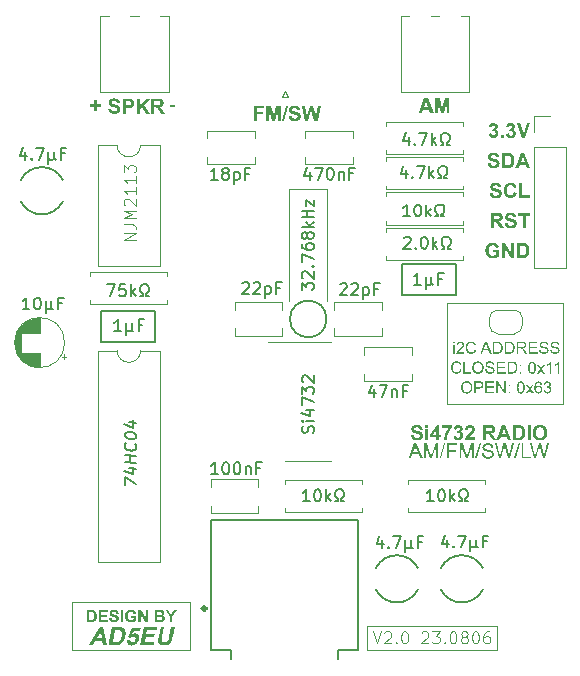
<source format=gbr>
%TF.GenerationSoftware,KiCad,Pcbnew,7.0.5-0*%
%TF.CreationDate,2023-08-23T15:17:08-05:00*%
%TF.ProjectId,4732_THT_V2,34373332-5f54-4485-945f-56322e6b6963,rev?*%
%TF.SameCoordinates,Original*%
%TF.FileFunction,Legend,Top*%
%TF.FilePolarity,Positive*%
%FSLAX46Y46*%
G04 Gerber Fmt 4.6, Leading zero omitted, Abs format (unit mm)*
G04 Created by KiCad (PCBNEW 7.0.5-0) date 2023-08-23 15:17:08*
%MOMM*%
%LPD*%
G01*
G04 APERTURE LIST*
%ADD10C,0.100000*%
%ADD11C,0.120000*%
%ADD12C,0.250000*%
%ADD13C,0.125000*%
%ADD14C,0.300000*%
%ADD15C,0.156250*%
%ADD16C,0.150000*%
%ADD17C,0.152400*%
%ADD18C,0.127000*%
%ADD19C,0.340000*%
G04 APERTURE END LIST*
D10*
X82000000Y-102000000D02*
X93000000Y-102000000D01*
X93000000Y-104000000D01*
X82000000Y-104000000D01*
X82000000Y-102000000D01*
X88750000Y-74660000D02*
X98580000Y-74660000D01*
X98580000Y-83220000D01*
X88750000Y-83220000D01*
X88750000Y-74660000D01*
D11*
X75400000Y-74500000D02*
X75400000Y-65000000D01*
X78600000Y-65000000D02*
X78600000Y-74500000D01*
D10*
X57000000Y-100000000D02*
X67000000Y-100000000D01*
X67000000Y-104000000D01*
X57000000Y-104000000D01*
X57000000Y-100000000D01*
D11*
X75400000Y-65000000D02*
X78600000Y-65000000D01*
D10*
X82500000Y-102457419D02*
X82833333Y-103457419D01*
X82833333Y-103457419D02*
X83166666Y-102457419D01*
X83452381Y-102552657D02*
X83500000Y-102505038D01*
X83500000Y-102505038D02*
X83595238Y-102457419D01*
X83595238Y-102457419D02*
X83833333Y-102457419D01*
X83833333Y-102457419D02*
X83928571Y-102505038D01*
X83928571Y-102505038D02*
X83976190Y-102552657D01*
X83976190Y-102552657D02*
X84023809Y-102647895D01*
X84023809Y-102647895D02*
X84023809Y-102743133D01*
X84023809Y-102743133D02*
X83976190Y-102885990D01*
X83976190Y-102885990D02*
X83404762Y-103457419D01*
X83404762Y-103457419D02*
X84023809Y-103457419D01*
X84452381Y-103362180D02*
X84500000Y-103409800D01*
X84500000Y-103409800D02*
X84452381Y-103457419D01*
X84452381Y-103457419D02*
X84404762Y-103409800D01*
X84404762Y-103409800D02*
X84452381Y-103362180D01*
X84452381Y-103362180D02*
X84452381Y-103457419D01*
X85119047Y-102457419D02*
X85214285Y-102457419D01*
X85214285Y-102457419D02*
X85309523Y-102505038D01*
X85309523Y-102505038D02*
X85357142Y-102552657D01*
X85357142Y-102552657D02*
X85404761Y-102647895D01*
X85404761Y-102647895D02*
X85452380Y-102838371D01*
X85452380Y-102838371D02*
X85452380Y-103076466D01*
X85452380Y-103076466D02*
X85404761Y-103266942D01*
X85404761Y-103266942D02*
X85357142Y-103362180D01*
X85357142Y-103362180D02*
X85309523Y-103409800D01*
X85309523Y-103409800D02*
X85214285Y-103457419D01*
X85214285Y-103457419D02*
X85119047Y-103457419D01*
X85119047Y-103457419D02*
X85023809Y-103409800D01*
X85023809Y-103409800D02*
X84976190Y-103362180D01*
X84976190Y-103362180D02*
X84928571Y-103266942D01*
X84928571Y-103266942D02*
X84880952Y-103076466D01*
X84880952Y-103076466D02*
X84880952Y-102838371D01*
X84880952Y-102838371D02*
X84928571Y-102647895D01*
X84928571Y-102647895D02*
X84976190Y-102552657D01*
X84976190Y-102552657D02*
X85023809Y-102505038D01*
X85023809Y-102505038D02*
X85119047Y-102457419D01*
X86595238Y-102552657D02*
X86642857Y-102505038D01*
X86642857Y-102505038D02*
X86738095Y-102457419D01*
X86738095Y-102457419D02*
X86976190Y-102457419D01*
X86976190Y-102457419D02*
X87071428Y-102505038D01*
X87071428Y-102505038D02*
X87119047Y-102552657D01*
X87119047Y-102552657D02*
X87166666Y-102647895D01*
X87166666Y-102647895D02*
X87166666Y-102743133D01*
X87166666Y-102743133D02*
X87119047Y-102885990D01*
X87119047Y-102885990D02*
X86547619Y-103457419D01*
X86547619Y-103457419D02*
X87166666Y-103457419D01*
X87500000Y-102457419D02*
X88119047Y-102457419D01*
X88119047Y-102457419D02*
X87785714Y-102838371D01*
X87785714Y-102838371D02*
X87928571Y-102838371D01*
X87928571Y-102838371D02*
X88023809Y-102885990D01*
X88023809Y-102885990D02*
X88071428Y-102933609D01*
X88071428Y-102933609D02*
X88119047Y-103028847D01*
X88119047Y-103028847D02*
X88119047Y-103266942D01*
X88119047Y-103266942D02*
X88071428Y-103362180D01*
X88071428Y-103362180D02*
X88023809Y-103409800D01*
X88023809Y-103409800D02*
X87928571Y-103457419D01*
X87928571Y-103457419D02*
X87642857Y-103457419D01*
X87642857Y-103457419D02*
X87547619Y-103409800D01*
X87547619Y-103409800D02*
X87500000Y-103362180D01*
X88547619Y-103362180D02*
X88595238Y-103409800D01*
X88595238Y-103409800D02*
X88547619Y-103457419D01*
X88547619Y-103457419D02*
X88500000Y-103409800D01*
X88500000Y-103409800D02*
X88547619Y-103362180D01*
X88547619Y-103362180D02*
X88547619Y-103457419D01*
X89214285Y-102457419D02*
X89309523Y-102457419D01*
X89309523Y-102457419D02*
X89404761Y-102505038D01*
X89404761Y-102505038D02*
X89452380Y-102552657D01*
X89452380Y-102552657D02*
X89499999Y-102647895D01*
X89499999Y-102647895D02*
X89547618Y-102838371D01*
X89547618Y-102838371D02*
X89547618Y-103076466D01*
X89547618Y-103076466D02*
X89499999Y-103266942D01*
X89499999Y-103266942D02*
X89452380Y-103362180D01*
X89452380Y-103362180D02*
X89404761Y-103409800D01*
X89404761Y-103409800D02*
X89309523Y-103457419D01*
X89309523Y-103457419D02*
X89214285Y-103457419D01*
X89214285Y-103457419D02*
X89119047Y-103409800D01*
X89119047Y-103409800D02*
X89071428Y-103362180D01*
X89071428Y-103362180D02*
X89023809Y-103266942D01*
X89023809Y-103266942D02*
X88976190Y-103076466D01*
X88976190Y-103076466D02*
X88976190Y-102838371D01*
X88976190Y-102838371D02*
X89023809Y-102647895D01*
X89023809Y-102647895D02*
X89071428Y-102552657D01*
X89071428Y-102552657D02*
X89119047Y-102505038D01*
X89119047Y-102505038D02*
X89214285Y-102457419D01*
X90119047Y-102885990D02*
X90023809Y-102838371D01*
X90023809Y-102838371D02*
X89976190Y-102790752D01*
X89976190Y-102790752D02*
X89928571Y-102695514D01*
X89928571Y-102695514D02*
X89928571Y-102647895D01*
X89928571Y-102647895D02*
X89976190Y-102552657D01*
X89976190Y-102552657D02*
X90023809Y-102505038D01*
X90023809Y-102505038D02*
X90119047Y-102457419D01*
X90119047Y-102457419D02*
X90309523Y-102457419D01*
X90309523Y-102457419D02*
X90404761Y-102505038D01*
X90404761Y-102505038D02*
X90452380Y-102552657D01*
X90452380Y-102552657D02*
X90499999Y-102647895D01*
X90499999Y-102647895D02*
X90499999Y-102695514D01*
X90499999Y-102695514D02*
X90452380Y-102790752D01*
X90452380Y-102790752D02*
X90404761Y-102838371D01*
X90404761Y-102838371D02*
X90309523Y-102885990D01*
X90309523Y-102885990D02*
X90119047Y-102885990D01*
X90119047Y-102885990D02*
X90023809Y-102933609D01*
X90023809Y-102933609D02*
X89976190Y-102981228D01*
X89976190Y-102981228D02*
X89928571Y-103076466D01*
X89928571Y-103076466D02*
X89928571Y-103266942D01*
X89928571Y-103266942D02*
X89976190Y-103362180D01*
X89976190Y-103362180D02*
X90023809Y-103409800D01*
X90023809Y-103409800D02*
X90119047Y-103457419D01*
X90119047Y-103457419D02*
X90309523Y-103457419D01*
X90309523Y-103457419D02*
X90404761Y-103409800D01*
X90404761Y-103409800D02*
X90452380Y-103362180D01*
X90452380Y-103362180D02*
X90499999Y-103266942D01*
X90499999Y-103266942D02*
X90499999Y-103076466D01*
X90499999Y-103076466D02*
X90452380Y-102981228D01*
X90452380Y-102981228D02*
X90404761Y-102933609D01*
X90404761Y-102933609D02*
X90309523Y-102885990D01*
X91119047Y-102457419D02*
X91214285Y-102457419D01*
X91214285Y-102457419D02*
X91309523Y-102505038D01*
X91309523Y-102505038D02*
X91357142Y-102552657D01*
X91357142Y-102552657D02*
X91404761Y-102647895D01*
X91404761Y-102647895D02*
X91452380Y-102838371D01*
X91452380Y-102838371D02*
X91452380Y-103076466D01*
X91452380Y-103076466D02*
X91404761Y-103266942D01*
X91404761Y-103266942D02*
X91357142Y-103362180D01*
X91357142Y-103362180D02*
X91309523Y-103409800D01*
X91309523Y-103409800D02*
X91214285Y-103457419D01*
X91214285Y-103457419D02*
X91119047Y-103457419D01*
X91119047Y-103457419D02*
X91023809Y-103409800D01*
X91023809Y-103409800D02*
X90976190Y-103362180D01*
X90976190Y-103362180D02*
X90928571Y-103266942D01*
X90928571Y-103266942D02*
X90880952Y-103076466D01*
X90880952Y-103076466D02*
X90880952Y-102838371D01*
X90880952Y-102838371D02*
X90928571Y-102647895D01*
X90928571Y-102647895D02*
X90976190Y-102552657D01*
X90976190Y-102552657D02*
X91023809Y-102505038D01*
X91023809Y-102505038D02*
X91119047Y-102457419D01*
X92309523Y-102457419D02*
X92119047Y-102457419D01*
X92119047Y-102457419D02*
X92023809Y-102505038D01*
X92023809Y-102505038D02*
X91976190Y-102552657D01*
X91976190Y-102552657D02*
X91880952Y-102695514D01*
X91880952Y-102695514D02*
X91833333Y-102885990D01*
X91833333Y-102885990D02*
X91833333Y-103266942D01*
X91833333Y-103266942D02*
X91880952Y-103362180D01*
X91880952Y-103362180D02*
X91928571Y-103409800D01*
X91928571Y-103409800D02*
X92023809Y-103457419D01*
X92023809Y-103457419D02*
X92214285Y-103457419D01*
X92214285Y-103457419D02*
X92309523Y-103409800D01*
X92309523Y-103409800D02*
X92357142Y-103362180D01*
X92357142Y-103362180D02*
X92404761Y-103266942D01*
X92404761Y-103266942D02*
X92404761Y-103028847D01*
X92404761Y-103028847D02*
X92357142Y-102933609D01*
X92357142Y-102933609D02*
X92309523Y-102885990D01*
X92309523Y-102885990D02*
X92214285Y-102838371D01*
X92214285Y-102838371D02*
X92023809Y-102838371D01*
X92023809Y-102838371D02*
X91928571Y-102885990D01*
X91928571Y-102885990D02*
X91880952Y-102933609D01*
X91880952Y-102933609D02*
X91833333Y-103028847D01*
D12*
G36*
X92627591Y-70369803D02*
G01*
X92627591Y-70154870D01*
X93175611Y-70154870D01*
X93175611Y-70665337D01*
X93165333Y-70674844D01*
X93154497Y-70684209D01*
X93143103Y-70693430D01*
X93131151Y-70702508D01*
X93118641Y-70711443D01*
X93105572Y-70720234D01*
X93091946Y-70728883D01*
X93077761Y-70737389D01*
X93063018Y-70745751D01*
X93047717Y-70753971D01*
X93031858Y-70762047D01*
X93015441Y-70769980D01*
X92998466Y-70777770D01*
X92980932Y-70785417D01*
X92962840Y-70792921D01*
X92944191Y-70800281D01*
X92925246Y-70807306D01*
X92906271Y-70813877D01*
X92887265Y-70819995D01*
X92868227Y-70825660D01*
X92849159Y-70830871D01*
X92830060Y-70835630D01*
X92810929Y-70839935D01*
X92791768Y-70843787D01*
X92772576Y-70847186D01*
X92753352Y-70850132D01*
X92734098Y-70852624D01*
X92714812Y-70854663D01*
X92695496Y-70856250D01*
X92676148Y-70857383D01*
X92656770Y-70858062D01*
X92637361Y-70858289D01*
X92625064Y-70858208D01*
X92600769Y-70857556D01*
X92576869Y-70856254D01*
X92553366Y-70854301D01*
X92530258Y-70851696D01*
X92507546Y-70848440D01*
X92485231Y-70844533D01*
X92463311Y-70839975D01*
X92441787Y-70834766D01*
X92420659Y-70828906D01*
X92399927Y-70822394D01*
X92379591Y-70815231D01*
X92359651Y-70807417D01*
X92340106Y-70798952D01*
X92320958Y-70789836D01*
X92302206Y-70780069D01*
X92292978Y-70774941D01*
X92274907Y-70764244D01*
X92257406Y-70752988D01*
X92240474Y-70741174D01*
X92224113Y-70728802D01*
X92208322Y-70715872D01*
X92193101Y-70702384D01*
X92178450Y-70688337D01*
X92164369Y-70673733D01*
X92150858Y-70658570D01*
X92137917Y-70642850D01*
X92125547Y-70626571D01*
X92113746Y-70609734D01*
X92102515Y-70592339D01*
X92091855Y-70574385D01*
X92081764Y-70555874D01*
X92072244Y-70536804D01*
X92063297Y-70517311D01*
X92054927Y-70497606D01*
X92047135Y-70477689D01*
X92039920Y-70457559D01*
X92033282Y-70437217D01*
X92027221Y-70416663D01*
X92021737Y-70395896D01*
X92016831Y-70374917D01*
X92012502Y-70353726D01*
X92008750Y-70332322D01*
X92005575Y-70310707D01*
X92002978Y-70288879D01*
X92000958Y-70266838D01*
X91999515Y-70244586D01*
X91998649Y-70222121D01*
X91998360Y-70199444D01*
X91998441Y-70187122D01*
X91998682Y-70174887D01*
X91999648Y-70150676D01*
X92001258Y-70126811D01*
X92003512Y-70103292D01*
X92006410Y-70080119D01*
X92009952Y-70057292D01*
X92014138Y-70034810D01*
X92018968Y-70012674D01*
X92024442Y-69990885D01*
X92030560Y-69969441D01*
X92037322Y-69948342D01*
X92044728Y-69927590D01*
X92052778Y-69907184D01*
X92061472Y-69887123D01*
X92070810Y-69867408D01*
X92080792Y-69848039D01*
X92091394Y-69829086D01*
X92102593Y-69810692D01*
X92114388Y-69792859D01*
X92126779Y-69775587D01*
X92139766Y-69758875D01*
X92153350Y-69742724D01*
X92167529Y-69727133D01*
X92182306Y-69712103D01*
X92197678Y-69697633D01*
X92213647Y-69683724D01*
X92230212Y-69670375D01*
X92247373Y-69657587D01*
X92265131Y-69645360D01*
X92283485Y-69633693D01*
X92302435Y-69622586D01*
X92321982Y-69612040D01*
X92337363Y-69604424D01*
X92353204Y-69597299D01*
X92369506Y-69590666D01*
X92386268Y-69584524D01*
X92403490Y-69578874D01*
X92421172Y-69573715D01*
X92439315Y-69569047D01*
X92457918Y-69564870D01*
X92476982Y-69561185D01*
X92496506Y-69557992D01*
X92516490Y-69555289D01*
X92536935Y-69553078D01*
X92557840Y-69551358D01*
X92579205Y-69550130D01*
X92601031Y-69549393D01*
X92623317Y-69549147D01*
X92637871Y-69549249D01*
X92652224Y-69549553D01*
X92666376Y-69550060D01*
X92680327Y-69550769D01*
X92694078Y-69551682D01*
X92707627Y-69552797D01*
X92720975Y-69554114D01*
X92734123Y-69555635D01*
X92747069Y-69557358D01*
X92759815Y-69559284D01*
X92772359Y-69561413D01*
X92784703Y-69563745D01*
X92796846Y-69566279D01*
X92808787Y-69569016D01*
X92832068Y-69575098D01*
X92854545Y-69581991D01*
X92876218Y-69589695D01*
X92897087Y-69598211D01*
X92917152Y-69607537D01*
X92936414Y-69617674D01*
X92954872Y-69628622D01*
X92972526Y-69640381D01*
X92989376Y-69652950D01*
X93005495Y-69666236D01*
X93020879Y-69680142D01*
X93035529Y-69694667D01*
X93049444Y-69709813D01*
X93062625Y-69725579D01*
X93075071Y-69741966D01*
X93086782Y-69758972D01*
X93097758Y-69776598D01*
X93108000Y-69794845D01*
X93117508Y-69813712D01*
X93126280Y-69833199D01*
X93134318Y-69853306D01*
X93141622Y-69874033D01*
X93148191Y-69895381D01*
X93154025Y-69917348D01*
X93159124Y-69939936D01*
X92906638Y-69979015D01*
X92903135Y-69966737D01*
X92899263Y-69954786D01*
X92895025Y-69943162D01*
X92887978Y-69926338D01*
X92880106Y-69910250D01*
X92871406Y-69894897D01*
X92861880Y-69880279D01*
X92851528Y-69866396D01*
X92840349Y-69853249D01*
X92828344Y-69840836D01*
X92815512Y-69829160D01*
X92806499Y-69821783D01*
X92792438Y-69811471D01*
X92777733Y-69802174D01*
X92762385Y-69793890D01*
X92746392Y-69786621D01*
X92729756Y-69780366D01*
X92712475Y-69775126D01*
X92700597Y-69772195D01*
X92688432Y-69769716D01*
X92675982Y-69767687D01*
X92663245Y-69766110D01*
X92650222Y-69764983D01*
X92636912Y-69764306D01*
X92623317Y-69764081D01*
X92602747Y-69764500D01*
X92582711Y-69765755D01*
X92563210Y-69767848D01*
X92544243Y-69770779D01*
X92525810Y-69774546D01*
X92507912Y-69779151D01*
X92490548Y-69784592D01*
X92473718Y-69790871D01*
X92457422Y-69797988D01*
X92441661Y-69805941D01*
X92426434Y-69814732D01*
X92411741Y-69824359D01*
X92397583Y-69834824D01*
X92383959Y-69846127D01*
X92370869Y-69858266D01*
X92358313Y-69871243D01*
X92346409Y-69885006D01*
X92335272Y-69899583D01*
X92324904Y-69914974D01*
X92315304Y-69931177D01*
X92306471Y-69948195D01*
X92298407Y-69966025D01*
X92291111Y-69984669D01*
X92284582Y-70004126D01*
X92278822Y-70024396D01*
X92273830Y-70045480D01*
X92269606Y-70067377D01*
X92266150Y-70090088D01*
X92263462Y-70113612D01*
X92261541Y-70137949D01*
X92260869Y-70150423D01*
X92260389Y-70163100D01*
X92260101Y-70175980D01*
X92260005Y-70189064D01*
X92260103Y-70203149D01*
X92260394Y-70217013D01*
X92260880Y-70230655D01*
X92261561Y-70244075D01*
X92262435Y-70257274D01*
X92263504Y-70270250D01*
X92264768Y-70283005D01*
X92266226Y-70295538D01*
X92267878Y-70307849D01*
X92269725Y-70319939D01*
X92274002Y-70343452D01*
X92279056Y-70366078D01*
X92284888Y-70387816D01*
X92291497Y-70408667D01*
X92298884Y-70428631D01*
X92307048Y-70447708D01*
X92315990Y-70465898D01*
X92325710Y-70483200D01*
X92336207Y-70499614D01*
X92347482Y-70515142D01*
X92359534Y-70529782D01*
X92372255Y-70543535D01*
X92385457Y-70556401D01*
X92399140Y-70568379D01*
X92413306Y-70579470D01*
X92427953Y-70589674D01*
X92443083Y-70598991D01*
X92458694Y-70607420D01*
X92474786Y-70614962D01*
X92491361Y-70621617D01*
X92508418Y-70627384D01*
X92525956Y-70632264D01*
X92543976Y-70636257D01*
X92562478Y-70639362D01*
X92581461Y-70641581D01*
X92600927Y-70642912D01*
X92620874Y-70643355D01*
X92635820Y-70643073D01*
X92650777Y-70642228D01*
X92665745Y-70640819D01*
X92680723Y-70638847D01*
X92695712Y-70636311D01*
X92710712Y-70633212D01*
X92725723Y-70629549D01*
X92740744Y-70625323D01*
X92755776Y-70620533D01*
X92770819Y-70615180D01*
X92780853Y-70611298D01*
X92795710Y-70605167D01*
X92810170Y-70598794D01*
X92824232Y-70592180D01*
X92837897Y-70585324D01*
X92851166Y-70578226D01*
X92864037Y-70570887D01*
X92876511Y-70563307D01*
X92888587Y-70555485D01*
X92900267Y-70547422D01*
X92911549Y-70539117D01*
X92918851Y-70533446D01*
X92918851Y-70369803D01*
X92627591Y-70369803D01*
G37*
G36*
X93405199Y-70838750D02*
G01*
X93405199Y-69568687D01*
X93652495Y-69568687D01*
X94167542Y-70426895D01*
X94167542Y-69568687D01*
X94403542Y-69568687D01*
X94403542Y-70838750D01*
X94148613Y-70838750D01*
X93641199Y-69993364D01*
X93641199Y-70838750D01*
X93405199Y-70838750D01*
G37*
G36*
X95148305Y-69568781D02*
G01*
X95167082Y-69569064D01*
X95185275Y-69569535D01*
X95202884Y-69570194D01*
X95219908Y-69571042D01*
X95236348Y-69572078D01*
X95252203Y-69573303D01*
X95267474Y-69574716D01*
X95282161Y-69576318D01*
X95296264Y-69578108D01*
X95309782Y-69580087D01*
X95322715Y-69582254D01*
X95335065Y-69584609D01*
X95352493Y-69588495D01*
X95368606Y-69592806D01*
X95382298Y-69597128D01*
X95395745Y-69601850D01*
X95408946Y-69606974D01*
X95421901Y-69612498D01*
X95434610Y-69618423D01*
X95447074Y-69624748D01*
X95459292Y-69631474D01*
X95471265Y-69638601D01*
X95482991Y-69646129D01*
X95494472Y-69654057D01*
X95505708Y-69662386D01*
X95516698Y-69671116D01*
X95527442Y-69680247D01*
X95537940Y-69689778D01*
X95548193Y-69699710D01*
X95558200Y-69710042D01*
X95567936Y-69720685D01*
X95577377Y-69731623D01*
X95586521Y-69742858D01*
X95595370Y-69754388D01*
X95603924Y-69766213D01*
X95612181Y-69778335D01*
X95620143Y-69790752D01*
X95627809Y-69803465D01*
X95635179Y-69816474D01*
X95642254Y-69829778D01*
X95649032Y-69843379D01*
X95655515Y-69857275D01*
X95661702Y-69871467D01*
X95667594Y-69885954D01*
X95673190Y-69900738D01*
X95678489Y-69915817D01*
X95683480Y-69931229D01*
X95688149Y-69947087D01*
X95692496Y-69963391D01*
X95696521Y-69980140D01*
X95700224Y-69997336D01*
X95703605Y-70014978D01*
X95706664Y-70033067D01*
X95709401Y-70051601D01*
X95711816Y-70070581D01*
X95713909Y-70090007D01*
X95715680Y-70109879D01*
X95717129Y-70130197D01*
X95718256Y-70150961D01*
X95719061Y-70172172D01*
X95719544Y-70193828D01*
X95719705Y-70215930D01*
X95719554Y-70235340D01*
X95719100Y-70254413D01*
X95718342Y-70273150D01*
X95717282Y-70291550D01*
X95715919Y-70309614D01*
X95714253Y-70327342D01*
X95712284Y-70344734D01*
X95710012Y-70361789D01*
X95707437Y-70378508D01*
X95704559Y-70394891D01*
X95701379Y-70410937D01*
X95697895Y-70426647D01*
X95694109Y-70442021D01*
X95690019Y-70457058D01*
X95685627Y-70471759D01*
X95680932Y-70486124D01*
X95674896Y-70503244D01*
X95668543Y-70519951D01*
X95661873Y-70536245D01*
X95654886Y-70552127D01*
X95647581Y-70567596D01*
X95639959Y-70582652D01*
X95632020Y-70597296D01*
X95623764Y-70611527D01*
X95615190Y-70625346D01*
X95606299Y-70638752D01*
X95597091Y-70651745D01*
X95587566Y-70664326D01*
X95577724Y-70676494D01*
X95567564Y-70688249D01*
X95557087Y-70699592D01*
X95546293Y-70710522D01*
X95533466Y-70722463D01*
X95519828Y-70733899D01*
X95505380Y-70744831D01*
X95495298Y-70751839D01*
X95484856Y-70758622D01*
X95474053Y-70765181D01*
X95462891Y-70771517D01*
X95451368Y-70777627D01*
X95439485Y-70783514D01*
X95427242Y-70789176D01*
X95414638Y-70794615D01*
X95401675Y-70799829D01*
X95388351Y-70804818D01*
X95374667Y-70809584D01*
X95367690Y-70811883D01*
X95351394Y-70816684D01*
X95334106Y-70821013D01*
X95322028Y-70823637D01*
X95309510Y-70826051D01*
X95296550Y-70828255D01*
X95283149Y-70830249D01*
X95269306Y-70832033D01*
X95255023Y-70833607D01*
X95240298Y-70834971D01*
X95225131Y-70836126D01*
X95209524Y-70837070D01*
X95193475Y-70837805D01*
X95176985Y-70838330D01*
X95160054Y-70838645D01*
X95142682Y-70838750D01*
X94664271Y-70838750D01*
X94664271Y-69783620D01*
X94918589Y-69783620D01*
X94918589Y-70623816D01*
X95108182Y-70623816D01*
X95121270Y-70623768D01*
X95133895Y-70623625D01*
X95151964Y-70623231D01*
X95168993Y-70622623D01*
X95184980Y-70621800D01*
X95199926Y-70620763D01*
X95213831Y-70619511D01*
X95226695Y-70618044D01*
X95242227Y-70615754D01*
X95255909Y-70613082D01*
X95262055Y-70611604D01*
X95277144Y-70607377D01*
X95291574Y-70602483D01*
X95305346Y-70596920D01*
X95318460Y-70590690D01*
X95330916Y-70583792D01*
X95342713Y-70576227D01*
X95353852Y-70567993D01*
X95364332Y-70559091D01*
X95374321Y-70549031D01*
X95383833Y-70537472D01*
X95392868Y-70524416D01*
X95399332Y-70513640D01*
X95405527Y-70502022D01*
X95411453Y-70489562D01*
X95417111Y-70476259D01*
X95422501Y-70462113D01*
X95427623Y-70447125D01*
X95430888Y-70436665D01*
X95435526Y-70420094D01*
X95439707Y-70402440D01*
X95442242Y-70390068D01*
X95444573Y-70377214D01*
X95446702Y-70363878D01*
X95448628Y-70350061D01*
X95450351Y-70335762D01*
X95451872Y-70320981D01*
X95453190Y-70305718D01*
X95454305Y-70289974D01*
X95455217Y-70273747D01*
X95455927Y-70257039D01*
X95456434Y-70239849D01*
X95456738Y-70222177D01*
X95456839Y-70204023D01*
X95456738Y-70185933D01*
X95456434Y-70168374D01*
X95455927Y-70151348D01*
X95455217Y-70134853D01*
X95454305Y-70118890D01*
X95453190Y-70103459D01*
X95451872Y-70088560D01*
X95450351Y-70074193D01*
X95448628Y-70060358D01*
X95446702Y-70047054D01*
X95444573Y-70034283D01*
X95442242Y-70022043D01*
X95438364Y-70004681D01*
X95434031Y-69988516D01*
X95430888Y-69978404D01*
X95425897Y-69963941D01*
X95420541Y-69950090D01*
X95414820Y-69936850D01*
X95408735Y-69924222D01*
X95402284Y-69912206D01*
X95395468Y-69900802D01*
X95388288Y-69890010D01*
X95380742Y-69879829D01*
X95372832Y-69870260D01*
X95361717Y-69858454D01*
X95358837Y-69855672D01*
X95346915Y-69845053D01*
X95334202Y-69835331D01*
X95320697Y-69826506D01*
X95310049Y-69820476D01*
X95298955Y-69814950D01*
X95287416Y-69809928D01*
X95275431Y-69805411D01*
X95263001Y-69801399D01*
X95250126Y-69797891D01*
X95241295Y-69795833D01*
X95226416Y-69792970D01*
X95213159Y-69791074D01*
X95198105Y-69789393D01*
X95181253Y-69787926D01*
X95169019Y-69787067D01*
X95155986Y-69786304D01*
X95142155Y-69785636D01*
X95127524Y-69785063D01*
X95112094Y-69784586D01*
X95095866Y-69784205D01*
X95078838Y-69783919D01*
X95061011Y-69783728D01*
X95042385Y-69783632D01*
X95032772Y-69783620D01*
X94918589Y-69783620D01*
X94664271Y-69783620D01*
X94664271Y-69568687D01*
X95128943Y-69568687D01*
X95148305Y-69568781D01*
G37*
G36*
X72385327Y-59227500D02*
G01*
X72385327Y-57957437D01*
X73248114Y-57957437D01*
X73248114Y-58172370D01*
X72639339Y-58172370D01*
X72639339Y-58465462D01*
X73164766Y-58465462D01*
X73164766Y-58680396D01*
X72639339Y-58680396D01*
X72639339Y-59227500D01*
X72385327Y-59227500D01*
G37*
G36*
X73448699Y-59227500D02*
G01*
X73448699Y-57957437D01*
X73829107Y-57957437D01*
X74057474Y-58823888D01*
X74283399Y-57957437D01*
X74664418Y-57957437D01*
X74664418Y-59227500D01*
X74428418Y-59227500D01*
X74428418Y-58227630D01*
X74178374Y-59227500D01*
X73933826Y-59227500D01*
X73684698Y-58227630D01*
X73684698Y-59227500D01*
X73448699Y-59227500D01*
G37*
G36*
X74778601Y-59227500D02*
G01*
X75090316Y-57957437D01*
X75271361Y-57957437D01*
X74956288Y-59227500D01*
X74778601Y-59227500D01*
G37*
G36*
X75330590Y-58817172D02*
G01*
X75577886Y-58797632D01*
X75580851Y-58812494D01*
X75584173Y-58826855D01*
X75587854Y-58840716D01*
X75591892Y-58854075D01*
X75596288Y-58866934D01*
X75601041Y-58879291D01*
X75606153Y-58891148D01*
X75611622Y-58902504D01*
X75617449Y-58913359D01*
X75626860Y-58928702D01*
X75637077Y-58942918D01*
X75648098Y-58956008D01*
X75659924Y-58967970D01*
X75668256Y-58975319D01*
X75681497Y-58985467D01*
X75695576Y-58994617D01*
X75710491Y-59002769D01*
X75726244Y-59009923D01*
X75742834Y-59016079D01*
X75760262Y-59021236D01*
X75772345Y-59024120D01*
X75784801Y-59026560D01*
X75797628Y-59028556D01*
X75810828Y-59030109D01*
X75824399Y-59031218D01*
X75838343Y-59031883D01*
X75852659Y-59032105D01*
X75867764Y-59031906D01*
X75882398Y-59031309D01*
X75896558Y-59030313D01*
X75910247Y-59028919D01*
X75923463Y-59027126D01*
X75936207Y-59024935D01*
X75948479Y-59022346D01*
X75966001Y-59017716D01*
X75982461Y-59012189D01*
X75997858Y-59005766D01*
X76012192Y-58998447D01*
X76025464Y-58990231D01*
X76037673Y-58981120D01*
X76048803Y-58971352D01*
X76058839Y-58961284D01*
X76067780Y-58950916D01*
X76075626Y-58940247D01*
X76082377Y-58929278D01*
X76088034Y-58918008D01*
X76092595Y-58906437D01*
X76096062Y-58894566D01*
X76098434Y-58882394D01*
X76099712Y-58869922D01*
X76099955Y-58861441D01*
X76099314Y-58848022D01*
X76097391Y-58835245D01*
X76094186Y-58823109D01*
X76089699Y-58811614D01*
X76083929Y-58800760D01*
X76076878Y-58790547D01*
X76073699Y-58786641D01*
X76064547Y-58777199D01*
X76053502Y-58768144D01*
X76043303Y-58761179D01*
X76031892Y-58754463D01*
X76019270Y-58747994D01*
X76005436Y-58741773D01*
X75990390Y-58735801D01*
X75982413Y-58732908D01*
X75969414Y-58728548D01*
X75957329Y-58724764D01*
X75943242Y-58720541D01*
X75927154Y-58715877D01*
X75915316Y-58712523D01*
X75902589Y-58708974D01*
X75888972Y-58705229D01*
X75874465Y-58701289D01*
X75859069Y-58697153D01*
X75842783Y-58692822D01*
X75825607Y-58688295D01*
X75807542Y-58683572D01*
X75788587Y-58678654D01*
X75778776Y-58676121D01*
X75766129Y-58672836D01*
X75753720Y-58669507D01*
X75741550Y-58666134D01*
X75729617Y-58662717D01*
X75706465Y-58655749D01*
X75684265Y-58648606D01*
X75663017Y-58641286D01*
X75642720Y-58633789D01*
X75623375Y-58626116D01*
X75604982Y-58618266D01*
X75587540Y-58610240D01*
X75571050Y-58602037D01*
X75555512Y-58593658D01*
X75540925Y-58585103D01*
X75527290Y-58576370D01*
X75514607Y-58567462D01*
X75502875Y-58558377D01*
X75492096Y-58549115D01*
X75478047Y-58535807D01*
X75464904Y-58522139D01*
X75452668Y-58508110D01*
X75441339Y-58493721D01*
X75430916Y-58478973D01*
X75421399Y-58463864D01*
X75412788Y-58448395D01*
X75405084Y-58432565D01*
X75398286Y-58416376D01*
X75392395Y-58399826D01*
X75387410Y-58382917D01*
X75383331Y-58365647D01*
X75380159Y-58348017D01*
X75377893Y-58330026D01*
X75376533Y-58311676D01*
X75376080Y-58292965D01*
X75376558Y-58274872D01*
X75377991Y-58256998D01*
X75380379Y-58239344D01*
X75383722Y-58221911D01*
X75388021Y-58204697D01*
X75393275Y-58187704D01*
X75399484Y-58170930D01*
X75406649Y-58154377D01*
X75414768Y-58138043D01*
X75420712Y-58127276D01*
X75427081Y-58116607D01*
X75430424Y-58111310D01*
X75437443Y-58100859D01*
X75444835Y-58090726D01*
X75452603Y-58080909D01*
X75460745Y-58071410D01*
X75469261Y-58062229D01*
X75478152Y-58053364D01*
X75487417Y-58044817D01*
X75497057Y-58036587D01*
X75507071Y-58028674D01*
X75517460Y-58021078D01*
X75528223Y-58013800D01*
X75539360Y-58006839D01*
X75550872Y-58000195D01*
X75562759Y-57993868D01*
X75575020Y-57987859D01*
X75587656Y-57982166D01*
X75600681Y-57976806D01*
X75614036Y-57971791D01*
X75627719Y-57967122D01*
X75641732Y-57962799D01*
X75656075Y-57958821D01*
X75670746Y-57955190D01*
X75685746Y-57951904D01*
X75701076Y-57948965D01*
X75716735Y-57946371D01*
X75732722Y-57944123D01*
X75749039Y-57942220D01*
X75765686Y-57940664D01*
X75782661Y-57939454D01*
X75799966Y-57938589D01*
X75817599Y-57938070D01*
X75835562Y-57937897D01*
X75850255Y-57938001D01*
X75864719Y-57938313D01*
X75878953Y-57938834D01*
X75892959Y-57939562D01*
X75906736Y-57940499D01*
X75920284Y-57941643D01*
X75933603Y-57942996D01*
X75946693Y-57944557D01*
X75959553Y-57946326D01*
X75972185Y-57948303D01*
X75984588Y-57950488D01*
X75996762Y-57952881D01*
X76008707Y-57955482D01*
X76031910Y-57961309D01*
X76054198Y-57967969D01*
X76075569Y-57975461D01*
X76096024Y-57983785D01*
X76115564Y-57992942D01*
X76134187Y-58002931D01*
X76151895Y-58013752D01*
X76168686Y-58025406D01*
X76184562Y-58037893D01*
X76192157Y-58044448D01*
X76206710Y-58058045D01*
X76220373Y-58072197D01*
X76233147Y-58086906D01*
X76245031Y-58102170D01*
X76256026Y-58117989D01*
X76266131Y-58134365D01*
X76275346Y-58151296D01*
X76283671Y-58168783D01*
X76291107Y-58186826D01*
X76297653Y-58205424D01*
X76303310Y-58224579D01*
X76308077Y-58244288D01*
X76311954Y-58264554D01*
X76314941Y-58285376D01*
X76317039Y-58306753D01*
X76318247Y-58328686D01*
X76063929Y-58328686D01*
X76060565Y-58311576D01*
X76056541Y-58295395D01*
X76051857Y-58280142D01*
X76046512Y-58265817D01*
X76040508Y-58252421D01*
X76033844Y-58239953D01*
X76026519Y-58228414D01*
X76018534Y-58217803D01*
X76009889Y-58208121D01*
X76000585Y-58199367D01*
X75994015Y-58194047D01*
X75983467Y-58186681D01*
X75971975Y-58180040D01*
X75959539Y-58174123D01*
X75946158Y-58168931D01*
X75931833Y-58164463D01*
X75916563Y-58160720D01*
X75900348Y-58157701D01*
X75883189Y-58155407D01*
X75865086Y-58153837D01*
X75852492Y-58153193D01*
X75839479Y-58152871D01*
X75832814Y-58152831D01*
X75819185Y-58153005D01*
X75805929Y-58153527D01*
X75793044Y-58154398D01*
X75780531Y-58155617D01*
X75768390Y-58157184D01*
X75750877Y-58160187D01*
X75734201Y-58163975D01*
X75718362Y-58168545D01*
X75703361Y-58173899D01*
X75689196Y-58180037D01*
X75675869Y-58186958D01*
X75663379Y-58194663D01*
X75659402Y-58197405D01*
X75647792Y-58206851D01*
X75638150Y-58217250D01*
X75630476Y-58228603D01*
X75624769Y-58240911D01*
X75621030Y-58254173D01*
X75619259Y-58268388D01*
X75619102Y-58274342D01*
X75620026Y-58287679D01*
X75622799Y-58300406D01*
X75627420Y-58312521D01*
X75633890Y-58324025D01*
X75642208Y-58334918D01*
X75652375Y-58345200D01*
X75656959Y-58349141D01*
X75667157Y-58356634D01*
X75679775Y-58364229D01*
X75694813Y-58371925D01*
X75706183Y-58377113D01*
X75718629Y-58382346D01*
X75732151Y-58387625D01*
X75746748Y-58392948D01*
X75762421Y-58398317D01*
X75779170Y-58403732D01*
X75796995Y-58409191D01*
X75815895Y-58414696D01*
X75835871Y-58420247D01*
X75856922Y-58425842D01*
X75879050Y-58431483D01*
X75890517Y-58434321D01*
X75913342Y-58439976D01*
X75935411Y-58445646D01*
X75956723Y-58451330D01*
X75977280Y-58457028D01*
X75997081Y-58462740D01*
X76016125Y-58468467D01*
X76034414Y-58474208D01*
X76051946Y-58479964D01*
X76068722Y-58485733D01*
X76084742Y-58491518D01*
X76100006Y-58497316D01*
X76114514Y-58503129D01*
X76128266Y-58508956D01*
X76141262Y-58514797D01*
X76153501Y-58520653D01*
X76164985Y-58526523D01*
X76175939Y-58532534D01*
X76186590Y-58538816D01*
X76196938Y-58545367D01*
X76211892Y-58555698D01*
X76226165Y-58566637D01*
X76239756Y-58578181D01*
X76252665Y-58590332D01*
X76264893Y-58603090D01*
X76276439Y-58616454D01*
X76287304Y-58630424D01*
X76297488Y-58645001D01*
X76303898Y-58655055D01*
X76312900Y-58670675D01*
X76321017Y-58686966D01*
X76325937Y-58698199D01*
X76330463Y-58709730D01*
X76334595Y-58721559D01*
X76338334Y-58733686D01*
X76341679Y-58746112D01*
X76344631Y-58758836D01*
X76347189Y-58771858D01*
X76349353Y-58785178D01*
X76351124Y-58798796D01*
X76352502Y-58812712D01*
X76353486Y-58826927D01*
X76354076Y-58841440D01*
X76354273Y-58856250D01*
X76354038Y-58869783D01*
X76353333Y-58883208D01*
X76352158Y-58896525D01*
X76350514Y-58909736D01*
X76348399Y-58922839D01*
X76345815Y-58935834D01*
X76342761Y-58948723D01*
X76339237Y-58961504D01*
X76335243Y-58974177D01*
X76330779Y-58986744D01*
X76325845Y-58999203D01*
X76320441Y-59011554D01*
X76314568Y-59023799D01*
X76308224Y-59035936D01*
X76301411Y-59047966D01*
X76294128Y-59059888D01*
X76286415Y-59071566D01*
X76278314Y-59082862D01*
X76269824Y-59093777D01*
X76260945Y-59104310D01*
X76251678Y-59114461D01*
X76242021Y-59124231D01*
X76231976Y-59133619D01*
X76221542Y-59142625D01*
X76210719Y-59151250D01*
X76199508Y-59159493D01*
X76187907Y-59167355D01*
X76175918Y-59174835D01*
X76163540Y-59181933D01*
X76150774Y-59188650D01*
X76137618Y-59194985D01*
X76124074Y-59200938D01*
X76110124Y-59206521D01*
X76095752Y-59211743D01*
X76080958Y-59216605D01*
X76065742Y-59221107D01*
X76050103Y-59225249D01*
X76034043Y-59229031D01*
X76017560Y-59232452D01*
X76000655Y-59235514D01*
X75983328Y-59238215D01*
X75965578Y-59240556D01*
X75947407Y-59242537D01*
X75928813Y-59244158D01*
X75909797Y-59245418D01*
X75890359Y-59246319D01*
X75870499Y-59246859D01*
X75850217Y-59247039D01*
X75835403Y-59246932D01*
X75820806Y-59246611D01*
X75806426Y-59246076D01*
X75792261Y-59245326D01*
X75778314Y-59244363D01*
X75764583Y-59243186D01*
X75751068Y-59241794D01*
X75737769Y-59240189D01*
X75724688Y-59238369D01*
X75711822Y-59236335D01*
X75699173Y-59234088D01*
X75686741Y-59231626D01*
X75674525Y-59228950D01*
X75662525Y-59226060D01*
X75639176Y-59219638D01*
X75616692Y-59212360D01*
X75595073Y-59204225D01*
X75574321Y-59195234D01*
X75554435Y-59185387D01*
X75535414Y-59174683D01*
X75517259Y-59163123D01*
X75499970Y-59150707D01*
X75483547Y-59137435D01*
X75467959Y-59123304D01*
X75453174Y-59108388D01*
X75439193Y-59092688D01*
X75426016Y-59076203D01*
X75413643Y-59058933D01*
X75402074Y-59040878D01*
X75391308Y-59022039D01*
X75381347Y-59002414D01*
X75372189Y-58982006D01*
X75363835Y-58960812D01*
X75356284Y-58938834D01*
X75349538Y-58916071D01*
X75343595Y-58892523D01*
X75340925Y-58880455D01*
X75338456Y-58868191D01*
X75336188Y-58855730D01*
X75334121Y-58843073D01*
X75332255Y-58830221D01*
X75330590Y-58817172D01*
G37*
G36*
X76739871Y-59227500D02*
G01*
X76439452Y-57957437D01*
X76699571Y-57957437D01*
X76889165Y-58829994D01*
X77119363Y-57957437D01*
X77421614Y-57957437D01*
X77642348Y-58844649D01*
X77835606Y-57957437D01*
X78091450Y-57957437D01*
X77785841Y-59227500D01*
X77516258Y-59227500D01*
X77265299Y-58278005D01*
X77015560Y-59227500D01*
X76739871Y-59227500D01*
G37*
G36*
X92978677Y-67028720D02*
G01*
X92990966Y-67028820D01*
X93014897Y-67029221D01*
X93037964Y-67029889D01*
X93060168Y-67030824D01*
X93081508Y-67032026D01*
X93101985Y-67033495D01*
X93121598Y-67035232D01*
X93140348Y-67037235D01*
X93158235Y-67039506D01*
X93175258Y-67042044D01*
X93191417Y-67044849D01*
X93206713Y-67047921D01*
X93221146Y-67051260D01*
X93234716Y-67054866D01*
X93247421Y-67058740D01*
X93259264Y-67062881D01*
X93276115Y-67069762D01*
X93292323Y-67077582D01*
X93307886Y-67086341D01*
X93322805Y-67096040D01*
X93337080Y-67106677D01*
X93350712Y-67118254D01*
X93363699Y-67130770D01*
X93376042Y-67144225D01*
X93383914Y-67153717D01*
X93391498Y-67163626D01*
X93398797Y-67173953D01*
X93405810Y-67184697D01*
X93412464Y-67195749D01*
X93418690Y-67206998D01*
X93424486Y-67218446D01*
X93429852Y-67230092D01*
X93434790Y-67241935D01*
X93439298Y-67253977D01*
X93443376Y-67266216D01*
X93447026Y-67278654D01*
X93450246Y-67291289D01*
X93453036Y-67304123D01*
X93455398Y-67317154D01*
X93457330Y-67330384D01*
X93458832Y-67343811D01*
X93459906Y-67357437D01*
X93460550Y-67371260D01*
X93460764Y-67385281D01*
X93460439Y-67402984D01*
X93459462Y-67420296D01*
X93457834Y-67437216D01*
X93455555Y-67453746D01*
X93452625Y-67469884D01*
X93449043Y-67485631D01*
X93444811Y-67500987D01*
X93439927Y-67515951D01*
X93434392Y-67530525D01*
X93428206Y-67544707D01*
X93421369Y-67558498D01*
X93413881Y-67571898D01*
X93405742Y-67584907D01*
X93396951Y-67597524D01*
X93387509Y-67609751D01*
X93377416Y-67621586D01*
X93366713Y-67632958D01*
X93355363Y-67643792D01*
X93343367Y-67654090D01*
X93330724Y-67663852D01*
X93317435Y-67673076D01*
X93303499Y-67681764D01*
X93288918Y-67689916D01*
X93273689Y-67697530D01*
X93257815Y-67704609D01*
X93241294Y-67711150D01*
X93224127Y-67717155D01*
X93206313Y-67722623D01*
X93187853Y-67727554D01*
X93168746Y-67731949D01*
X93148993Y-67735807D01*
X93128594Y-67739128D01*
X93143795Y-67748313D01*
X93158486Y-67757665D01*
X93172668Y-67767182D01*
X93186339Y-67776866D01*
X93199501Y-67786717D01*
X93212153Y-67796734D01*
X93224295Y-67806917D01*
X93235927Y-67817267D01*
X93247050Y-67827783D01*
X93257662Y-67838465D01*
X93264454Y-67845679D01*
X93274856Y-67857292D01*
X93285914Y-67870494D01*
X93293649Y-67880178D01*
X93301675Y-67890568D01*
X93309992Y-67901664D01*
X93318600Y-67913466D01*
X93327499Y-67925974D01*
X93336689Y-67939188D01*
X93346170Y-67953108D01*
X93355943Y-67967734D01*
X93366006Y-67983066D01*
X93376360Y-67999104D01*
X93387005Y-68015848D01*
X93397941Y-68033298D01*
X93409168Y-68051454D01*
X93563041Y-68298750D01*
X93258959Y-68298750D01*
X93075166Y-68019397D01*
X93063158Y-68001726D01*
X93051634Y-67984893D01*
X93040594Y-67968896D01*
X93030038Y-67953737D01*
X93019967Y-67939416D01*
X93010379Y-67925931D01*
X93001276Y-67913283D01*
X92992658Y-67901473D01*
X92984523Y-67890500D01*
X92976872Y-67880364D01*
X92966305Y-67866730D01*
X92956826Y-67854980D01*
X92948437Y-67845113D01*
X92941138Y-67837131D01*
X92932064Y-67828038D01*
X92922857Y-67819690D01*
X92911161Y-67810301D01*
X92899256Y-67802075D01*
X92887142Y-67795012D01*
X92874820Y-67789112D01*
X92864812Y-67785229D01*
X92851063Y-67781183D01*
X92838400Y-67778440D01*
X92824258Y-67776136D01*
X92808637Y-67774271D01*
X92795951Y-67773160D01*
X92782434Y-67772296D01*
X92768084Y-67771679D01*
X92752903Y-67771308D01*
X92736889Y-67771185D01*
X92685293Y-67771185D01*
X92685293Y-68298750D01*
X92431281Y-68298750D01*
X92431281Y-67243620D01*
X92685293Y-67243620D01*
X92685293Y-67556251D01*
X92873360Y-67556251D01*
X92895683Y-67556193D01*
X92916933Y-67556017D01*
X92937109Y-67555725D01*
X92956212Y-67555316D01*
X92974242Y-67554790D01*
X92991198Y-67554148D01*
X93007081Y-67553388D01*
X93021890Y-67552511D01*
X93035627Y-67551518D01*
X93048290Y-67550408D01*
X93065271Y-67548523D01*
X93079838Y-67546375D01*
X93091990Y-67543965D01*
X93101727Y-67541291D01*
X93115458Y-67535992D01*
X93128221Y-67529634D01*
X93140014Y-67522217D01*
X93150838Y-67513742D01*
X93160693Y-67504209D01*
X93169580Y-67493618D01*
X93172863Y-67489084D01*
X93180339Y-67477085D01*
X93186548Y-67464177D01*
X93191490Y-67450360D01*
X93195164Y-67435632D01*
X93197192Y-67423196D01*
X93198408Y-67410178D01*
X93198814Y-67396577D01*
X93198284Y-67381384D01*
X93196696Y-67366944D01*
X93194048Y-67353258D01*
X93190342Y-67340325D01*
X93185576Y-67328147D01*
X93179751Y-67316722D01*
X93172868Y-67306050D01*
X93164925Y-67296133D01*
X93156014Y-67287031D01*
X93146225Y-67278807D01*
X93135559Y-67271460D01*
X93124014Y-67264992D01*
X93111592Y-67259401D01*
X93098293Y-67254688D01*
X93084115Y-67250852D01*
X93069060Y-67247895D01*
X93056405Y-67246663D01*
X93041934Y-67245828D01*
X93028545Y-67245290D01*
X93012983Y-67244827D01*
X92995247Y-67244439D01*
X92982215Y-67244221D01*
X92968218Y-67244038D01*
X92953254Y-67243888D01*
X92937325Y-67243771D01*
X92920429Y-67243687D01*
X92902568Y-67243637D01*
X92883740Y-67243620D01*
X92685293Y-67243620D01*
X92431281Y-67243620D01*
X92431281Y-67028687D01*
X92966172Y-67028687D01*
X92978677Y-67028720D01*
G37*
G36*
X93628681Y-67888422D02*
G01*
X93875977Y-67868882D01*
X93878942Y-67883744D01*
X93882264Y-67898105D01*
X93885945Y-67911966D01*
X93889983Y-67925325D01*
X93894379Y-67938184D01*
X93899132Y-67950541D01*
X93904244Y-67962398D01*
X93909713Y-67973754D01*
X93915540Y-67984609D01*
X93924951Y-67999952D01*
X93935168Y-68014168D01*
X93946189Y-68027258D01*
X93958015Y-68039220D01*
X93966347Y-68046569D01*
X93979588Y-68056717D01*
X93993667Y-68065867D01*
X94008583Y-68074019D01*
X94024335Y-68081173D01*
X94040926Y-68087329D01*
X94058353Y-68092486D01*
X94070436Y-68095370D01*
X94082892Y-68097810D01*
X94095719Y-68099806D01*
X94108919Y-68101359D01*
X94122491Y-68102468D01*
X94136434Y-68103133D01*
X94150750Y-68103355D01*
X94165856Y-68103156D01*
X94180489Y-68102559D01*
X94194650Y-68101563D01*
X94208338Y-68100169D01*
X94221554Y-68098376D01*
X94234298Y-68096185D01*
X94246570Y-68093596D01*
X94264092Y-68088966D01*
X94280552Y-68083439D01*
X94295949Y-68077016D01*
X94310283Y-68069697D01*
X94323555Y-68061481D01*
X94335764Y-68052370D01*
X94346895Y-68042602D01*
X94356930Y-68032534D01*
X94365871Y-68022166D01*
X94373717Y-68011497D01*
X94380469Y-68000528D01*
X94386125Y-67989258D01*
X94390687Y-67977687D01*
X94394154Y-67965816D01*
X94396526Y-67953644D01*
X94397803Y-67941172D01*
X94398046Y-67932691D01*
X94397405Y-67919272D01*
X94395482Y-67906495D01*
X94392277Y-67894359D01*
X94387790Y-67882864D01*
X94382021Y-67872010D01*
X94374969Y-67861797D01*
X94371790Y-67857891D01*
X94362638Y-67848449D01*
X94351593Y-67839394D01*
X94341394Y-67832429D01*
X94329984Y-67825713D01*
X94317361Y-67819244D01*
X94303527Y-67813023D01*
X94288482Y-67807051D01*
X94280504Y-67804158D01*
X94267505Y-67799798D01*
X94255420Y-67796014D01*
X94241334Y-67791791D01*
X94225245Y-67787127D01*
X94213408Y-67783773D01*
X94200680Y-67780224D01*
X94187063Y-67776479D01*
X94172556Y-67772539D01*
X94157160Y-67768403D01*
X94140874Y-67764072D01*
X94123698Y-67759545D01*
X94105633Y-67754822D01*
X94086678Y-67749904D01*
X94076867Y-67747371D01*
X94064220Y-67744086D01*
X94051812Y-67740757D01*
X94039641Y-67737384D01*
X94027708Y-67733967D01*
X94004556Y-67726999D01*
X93982356Y-67719856D01*
X93961108Y-67712536D01*
X93940811Y-67705039D01*
X93921466Y-67697366D01*
X93903073Y-67689516D01*
X93885631Y-67681490D01*
X93869141Y-67673287D01*
X93853603Y-67664908D01*
X93839016Y-67656353D01*
X93825381Y-67647620D01*
X93812698Y-67638712D01*
X93800967Y-67629627D01*
X93790187Y-67620365D01*
X93776138Y-67607057D01*
X93762996Y-67593389D01*
X93750760Y-67579360D01*
X93739430Y-67564971D01*
X93729007Y-67550223D01*
X93719490Y-67535114D01*
X93710879Y-67519645D01*
X93703175Y-67503815D01*
X93696377Y-67487626D01*
X93690486Y-67471076D01*
X93685501Y-67454167D01*
X93681422Y-67436897D01*
X93678250Y-67419267D01*
X93675984Y-67401276D01*
X93674625Y-67382926D01*
X93674171Y-67364215D01*
X93674649Y-67346122D01*
X93676082Y-67328248D01*
X93678470Y-67310594D01*
X93681814Y-67293161D01*
X93686112Y-67275947D01*
X93691366Y-67258954D01*
X93697575Y-67242180D01*
X93704740Y-67225627D01*
X93712860Y-67209293D01*
X93718804Y-67198526D01*
X93725172Y-67187857D01*
X93728515Y-67182560D01*
X93735534Y-67172109D01*
X93742927Y-67161976D01*
X93750694Y-67152159D01*
X93758836Y-67142660D01*
X93767352Y-67133479D01*
X93776243Y-67124614D01*
X93785508Y-67116067D01*
X93795148Y-67107837D01*
X93805162Y-67099924D01*
X93815551Y-67092328D01*
X93826314Y-67085050D01*
X93837452Y-67078089D01*
X93848964Y-67071445D01*
X93860850Y-67065118D01*
X93873111Y-67059109D01*
X93885747Y-67053416D01*
X93898772Y-67048056D01*
X93912127Y-67043041D01*
X93925811Y-67038372D01*
X93939824Y-67034049D01*
X93954166Y-67030071D01*
X93968837Y-67026440D01*
X93983837Y-67023154D01*
X93999167Y-67020215D01*
X94014826Y-67017621D01*
X94030814Y-67015373D01*
X94047131Y-67013470D01*
X94063777Y-67011914D01*
X94080752Y-67010704D01*
X94098057Y-67009839D01*
X94115690Y-67009320D01*
X94133653Y-67009147D01*
X94148346Y-67009251D01*
X94162810Y-67009563D01*
X94177045Y-67010084D01*
X94191050Y-67010812D01*
X94204827Y-67011749D01*
X94218375Y-67012893D01*
X94231694Y-67014246D01*
X94244784Y-67015807D01*
X94257645Y-67017576D01*
X94270277Y-67019553D01*
X94282680Y-67021738D01*
X94294854Y-67024131D01*
X94306799Y-67026732D01*
X94330002Y-67032559D01*
X94352289Y-67039219D01*
X94373660Y-67046711D01*
X94394115Y-67055035D01*
X94413655Y-67064192D01*
X94432278Y-67074181D01*
X94449986Y-67085002D01*
X94466778Y-67096656D01*
X94482653Y-67109143D01*
X94490248Y-67115698D01*
X94504801Y-67129295D01*
X94518465Y-67143447D01*
X94531238Y-67158156D01*
X94543123Y-67173420D01*
X94554117Y-67189239D01*
X94564222Y-67205615D01*
X94573437Y-67222546D01*
X94581763Y-67240033D01*
X94589198Y-67258076D01*
X94595744Y-67276674D01*
X94601401Y-67295829D01*
X94606168Y-67315538D01*
X94610045Y-67335804D01*
X94613032Y-67356626D01*
X94615130Y-67378003D01*
X94616338Y-67399936D01*
X94362020Y-67399936D01*
X94358656Y-67382826D01*
X94354632Y-67366645D01*
X94349948Y-67351392D01*
X94344604Y-67337067D01*
X94338599Y-67323671D01*
X94331935Y-67311203D01*
X94324610Y-67299664D01*
X94316625Y-67289053D01*
X94307981Y-67279371D01*
X94298676Y-67270617D01*
X94292106Y-67265297D01*
X94281559Y-67257931D01*
X94270067Y-67251290D01*
X94257630Y-67245373D01*
X94244249Y-67240181D01*
X94229924Y-67235713D01*
X94214654Y-67231970D01*
X94198440Y-67228951D01*
X94181281Y-67226657D01*
X94163177Y-67225087D01*
X94150583Y-67224443D01*
X94137570Y-67224121D01*
X94130906Y-67224081D01*
X94117277Y-67224255D01*
X94104020Y-67224777D01*
X94091135Y-67225648D01*
X94078622Y-67226867D01*
X94066482Y-67228434D01*
X94048968Y-67231437D01*
X94032292Y-67235225D01*
X94016454Y-67239795D01*
X94001452Y-67245149D01*
X93987288Y-67251287D01*
X93973960Y-67258208D01*
X93961470Y-67265913D01*
X93957493Y-67268655D01*
X93945883Y-67278101D01*
X93936241Y-67288500D01*
X93928567Y-67299853D01*
X93922860Y-67312161D01*
X93919121Y-67325423D01*
X93917350Y-67339638D01*
X93917193Y-67345592D01*
X93918117Y-67358929D01*
X93920890Y-67371656D01*
X93925511Y-67383771D01*
X93931981Y-67395275D01*
X93940299Y-67406168D01*
X93950466Y-67416450D01*
X93955051Y-67420391D01*
X93965248Y-67427884D01*
X93977866Y-67435479D01*
X93992904Y-67443175D01*
X94004275Y-67448363D01*
X94016720Y-67453596D01*
X94030242Y-67458875D01*
X94044839Y-67464198D01*
X94060512Y-67469567D01*
X94077261Y-67474982D01*
X94095086Y-67480441D01*
X94113986Y-67485946D01*
X94133962Y-67491497D01*
X94155013Y-67497092D01*
X94177141Y-67502733D01*
X94188608Y-67505571D01*
X94211433Y-67511226D01*
X94233502Y-67516896D01*
X94254815Y-67522580D01*
X94275371Y-67528278D01*
X94295172Y-67533990D01*
X94314216Y-67539717D01*
X94332505Y-67545458D01*
X94350037Y-67551214D01*
X94366813Y-67556983D01*
X94382833Y-67562768D01*
X94398097Y-67568566D01*
X94412605Y-67574379D01*
X94426357Y-67580206D01*
X94439353Y-67586047D01*
X94451592Y-67591903D01*
X94463076Y-67597773D01*
X94474030Y-67603784D01*
X94484681Y-67610066D01*
X94495029Y-67616617D01*
X94509983Y-67626948D01*
X94524256Y-67637887D01*
X94537847Y-67649431D01*
X94550756Y-67661582D01*
X94562984Y-67674340D01*
X94574531Y-67687704D01*
X94585395Y-67701674D01*
X94595579Y-67716251D01*
X94601989Y-67726305D01*
X94610991Y-67741925D01*
X94619109Y-67758216D01*
X94624028Y-67769449D01*
X94628554Y-67780980D01*
X94632686Y-67792809D01*
X94636425Y-67804936D01*
X94639770Y-67817362D01*
X94642722Y-67830086D01*
X94645280Y-67843108D01*
X94647445Y-67856428D01*
X94649216Y-67870046D01*
X94650593Y-67883962D01*
X94651577Y-67898177D01*
X94652167Y-67912690D01*
X94652364Y-67927500D01*
X94652129Y-67941033D01*
X94651424Y-67954458D01*
X94650250Y-67967775D01*
X94648605Y-67980986D01*
X94646490Y-67994089D01*
X94643906Y-68007084D01*
X94640852Y-68019973D01*
X94637328Y-68032754D01*
X94633334Y-68045427D01*
X94628870Y-68057994D01*
X94623936Y-68070453D01*
X94618533Y-68082804D01*
X94612659Y-68095049D01*
X94606316Y-68107186D01*
X94599502Y-68119216D01*
X94592219Y-68131138D01*
X94584507Y-68142816D01*
X94576405Y-68154112D01*
X94567915Y-68165027D01*
X94559037Y-68175560D01*
X94549769Y-68185711D01*
X94540112Y-68195481D01*
X94530067Y-68204869D01*
X94519633Y-68213875D01*
X94508810Y-68222500D01*
X94497599Y-68230743D01*
X94485999Y-68238605D01*
X94474009Y-68246085D01*
X94461632Y-68253183D01*
X94448865Y-68259900D01*
X94435709Y-68266235D01*
X94422165Y-68272188D01*
X94408215Y-68277771D01*
X94393843Y-68282993D01*
X94379049Y-68287855D01*
X94363833Y-68292357D01*
X94348195Y-68296499D01*
X94332134Y-68300281D01*
X94315651Y-68303702D01*
X94298746Y-68306764D01*
X94281419Y-68309465D01*
X94263670Y-68311806D01*
X94245498Y-68313787D01*
X94226904Y-68315408D01*
X94207889Y-68316668D01*
X94188450Y-68317569D01*
X94168590Y-68318109D01*
X94148308Y-68318289D01*
X94133494Y-68318182D01*
X94118897Y-68317861D01*
X94104517Y-68317326D01*
X94090353Y-68316576D01*
X94076405Y-68315613D01*
X94062674Y-68314436D01*
X94049159Y-68313044D01*
X94035861Y-68311439D01*
X94022779Y-68309619D01*
X94009913Y-68307585D01*
X93997265Y-68305338D01*
X93984832Y-68302876D01*
X93972616Y-68300200D01*
X93960616Y-68297310D01*
X93937267Y-68290888D01*
X93914783Y-68283610D01*
X93893165Y-68275475D01*
X93872412Y-68266484D01*
X93852526Y-68256637D01*
X93833505Y-68245933D01*
X93815350Y-68234373D01*
X93798061Y-68221957D01*
X93781638Y-68208685D01*
X93766050Y-68194554D01*
X93751265Y-68179638D01*
X93737285Y-68163938D01*
X93724108Y-68147453D01*
X93711734Y-68130183D01*
X93700165Y-68112128D01*
X93689400Y-68093289D01*
X93679438Y-68073664D01*
X93670280Y-68053256D01*
X93661926Y-68032062D01*
X93654376Y-68010084D01*
X93647629Y-67987321D01*
X93641686Y-67963773D01*
X93639016Y-67951705D01*
X93636547Y-67939441D01*
X93634279Y-67926980D01*
X93632212Y-67914323D01*
X93630346Y-67901471D01*
X93628681Y-67888422D01*
G37*
G36*
X95142682Y-68298750D02*
G01*
X95142682Y-67243620D01*
X94769295Y-67243620D01*
X94769295Y-67028687D01*
X95769470Y-67028687D01*
X95769470Y-67243620D01*
X95396999Y-67243620D01*
X95396999Y-68298750D01*
X95142682Y-68298750D01*
G37*
G36*
X58862695Y-58351645D02*
G01*
X58862695Y-58019474D01*
X58532967Y-58019474D01*
X58532967Y-57804541D01*
X58862695Y-57804541D01*
X58862695Y-57472370D01*
X59082513Y-57472370D01*
X59082513Y-57804541D01*
X59413157Y-57804541D01*
X59413157Y-58019474D01*
X59082513Y-58019474D01*
X59082513Y-58351645D01*
X58862695Y-58351645D01*
G37*
D13*
G36*
X89266665Y-78049002D02*
G01*
X89266665Y-77923949D01*
X89390251Y-77923949D01*
X89390251Y-78049002D01*
X89266665Y-78049002D01*
G37*
G36*
X89266665Y-78940000D02*
G01*
X89266665Y-78205317D01*
X89390251Y-78205317D01*
X89390251Y-78940000D01*
X89266665Y-78940000D01*
G37*
G36*
X90192101Y-78814947D02*
G01*
X90192101Y-78940000D01*
X89526295Y-78940000D01*
X89526253Y-78928696D01*
X89526737Y-78917499D01*
X89527749Y-78906408D01*
X89529287Y-78895425D01*
X89531351Y-78884549D01*
X89533943Y-78873779D01*
X89537060Y-78863116D01*
X89540705Y-78852561D01*
X89545736Y-78839618D01*
X89551304Y-78826709D01*
X89557408Y-78813835D01*
X89564049Y-78800995D01*
X89571227Y-78788189D01*
X89576310Y-78779671D01*
X89581632Y-78771169D01*
X89587192Y-78762681D01*
X89592991Y-78754209D01*
X89599029Y-78745752D01*
X89605305Y-78737310D01*
X89611819Y-78728884D01*
X89618572Y-78720473D01*
X89622038Y-78716273D01*
X89629254Y-78707809D01*
X89636857Y-78699207D01*
X89644847Y-78690467D01*
X89653225Y-78681591D01*
X89661990Y-78672576D01*
X89671142Y-78663425D01*
X89680682Y-78654136D01*
X89690609Y-78644710D01*
X89700924Y-78635146D01*
X89711625Y-78625445D01*
X89722715Y-78615607D01*
X89734191Y-78605631D01*
X89746055Y-78595518D01*
X89758306Y-78585267D01*
X89770945Y-78574879D01*
X89783971Y-78564354D01*
X89794125Y-78556166D01*
X89804071Y-78548090D01*
X89813810Y-78540125D01*
X89823340Y-78532270D01*
X89832662Y-78524527D01*
X89841776Y-78516896D01*
X89850683Y-78509375D01*
X89859381Y-78501965D01*
X89867871Y-78494667D01*
X89876153Y-78487480D01*
X89884228Y-78480403D01*
X89892094Y-78473438D01*
X89899752Y-78466585D01*
X89907203Y-78459842D01*
X89914445Y-78453210D01*
X89928306Y-78440281D01*
X89941335Y-78427796D01*
X89953532Y-78415755D01*
X89964897Y-78404160D01*
X89975430Y-78393008D01*
X89985131Y-78382302D01*
X89994000Y-78372040D01*
X90002037Y-78362222D01*
X90005743Y-78357480D01*
X90012753Y-78348110D01*
X90019310Y-78338807D01*
X90025415Y-78329571D01*
X90031068Y-78320401D01*
X90036269Y-78311298D01*
X90041017Y-78302262D01*
X90045314Y-78293293D01*
X90050910Y-78279964D01*
X90055489Y-78266786D01*
X90059050Y-78253758D01*
X90061594Y-78240880D01*
X90063120Y-78228153D01*
X90063629Y-78215575D01*
X90063167Y-78202625D01*
X90061783Y-78190061D01*
X90059475Y-78177884D01*
X90056244Y-78166093D01*
X90052091Y-78154689D01*
X90047014Y-78143671D01*
X90041014Y-78133039D01*
X90034091Y-78122793D01*
X90026245Y-78112935D01*
X90017476Y-78103462D01*
X90011117Y-78097362D01*
X90000987Y-78088719D01*
X89990291Y-78080927D01*
X89979028Y-78073984D01*
X89967199Y-78067892D01*
X89954803Y-78062650D01*
X89941840Y-78058258D01*
X89928310Y-78054716D01*
X89914213Y-78052024D01*
X89904501Y-78050702D01*
X89894537Y-78049757D01*
X89884320Y-78049191D01*
X89873852Y-78049002D01*
X89862847Y-78049180D01*
X89852118Y-78049715D01*
X89841667Y-78050607D01*
X89831491Y-78051856D01*
X89821593Y-78053462D01*
X89811971Y-78055424D01*
X89798057Y-78059037D01*
X89784766Y-78063453D01*
X89772097Y-78068671D01*
X89760050Y-78074693D01*
X89748626Y-78081517D01*
X89737825Y-78089144D01*
X89730970Y-78094675D01*
X89721405Y-78103546D01*
X89712766Y-78113030D01*
X89705056Y-78123129D01*
X89698272Y-78133842D01*
X89692416Y-78145168D01*
X89687487Y-78157109D01*
X89683486Y-78169663D01*
X89680412Y-78182831D01*
X89678265Y-78196614D01*
X89677046Y-78211010D01*
X89676748Y-78220949D01*
X89549742Y-78205317D01*
X89551642Y-78188414D01*
X89554108Y-78172020D01*
X89557138Y-78156135D01*
X89560733Y-78140761D01*
X89564893Y-78125895D01*
X89569617Y-78111539D01*
X89574907Y-78097693D01*
X89580761Y-78084356D01*
X89587180Y-78071528D01*
X89594164Y-78059210D01*
X89601712Y-78047402D01*
X89609826Y-78036103D01*
X89618504Y-78025313D01*
X89627747Y-78015033D01*
X89637555Y-78005262D01*
X89647928Y-77996001D01*
X89658811Y-77987276D01*
X89670150Y-77979114D01*
X89681945Y-77971515D01*
X89694196Y-77964478D01*
X89706904Y-77958005D01*
X89720067Y-77952094D01*
X89733686Y-77946747D01*
X89747762Y-77941962D01*
X89762293Y-77937740D01*
X89777281Y-77934082D01*
X89792724Y-77930986D01*
X89808624Y-77928452D01*
X89824980Y-77926482D01*
X89841792Y-77925075D01*
X89859059Y-77924231D01*
X89876783Y-77923949D01*
X89894652Y-77924268D01*
X89912050Y-77925224D01*
X89928976Y-77926817D01*
X89945431Y-77929048D01*
X89961414Y-77931916D01*
X89976927Y-77935421D01*
X89991967Y-77939564D01*
X90006537Y-77944344D01*
X90020636Y-77949761D01*
X90034263Y-77955815D01*
X90047418Y-77962507D01*
X90060103Y-77969836D01*
X90072316Y-77977803D01*
X90084058Y-77986407D01*
X90095328Y-77995648D01*
X90106127Y-78005526D01*
X90116361Y-78015846D01*
X90125934Y-78026470D01*
X90134847Y-78037400D01*
X90143099Y-78048635D01*
X90150692Y-78060176D01*
X90157624Y-78072021D01*
X90163896Y-78084173D01*
X90169508Y-78096629D01*
X90174460Y-78109391D01*
X90178751Y-78122458D01*
X90182382Y-78135830D01*
X90185353Y-78149508D01*
X90187664Y-78163490D01*
X90189315Y-78177779D01*
X90190305Y-78192372D01*
X90190635Y-78207271D01*
X90190418Y-78218748D01*
X90189768Y-78230192D01*
X90188684Y-78241600D01*
X90187166Y-78252975D01*
X90185215Y-78264315D01*
X90182830Y-78275621D01*
X90180011Y-78286892D01*
X90176759Y-78298129D01*
X90173073Y-78309332D01*
X90168954Y-78320500D01*
X90165967Y-78327927D01*
X90161054Y-78339065D01*
X90155565Y-78350315D01*
X90149502Y-78361677D01*
X90142863Y-78373150D01*
X90135649Y-78384735D01*
X90127859Y-78396431D01*
X90119494Y-78408239D01*
X90113598Y-78416173D01*
X90107446Y-78424157D01*
X90101039Y-78432190D01*
X90094375Y-78440273D01*
X90087456Y-78448406D01*
X90083901Y-78452491D01*
X90076431Y-78460844D01*
X90068369Y-78469538D01*
X90059715Y-78478574D01*
X90050470Y-78487952D01*
X90040634Y-78497671D01*
X90030206Y-78507732D01*
X90019186Y-78518134D01*
X90007575Y-78528878D01*
X89995373Y-78539963D01*
X89982578Y-78551390D01*
X89969193Y-78563159D01*
X89955216Y-78575269D01*
X89940647Y-78587720D01*
X89933141Y-78594074D01*
X89925487Y-78600513D01*
X89917685Y-78607038D01*
X89909735Y-78613648D01*
X89901637Y-78620344D01*
X89893392Y-78627124D01*
X89879781Y-78638223D01*
X89866792Y-78648866D01*
X89854425Y-78659052D01*
X89842681Y-78668783D01*
X89831558Y-78678058D01*
X89821058Y-78686876D01*
X89811179Y-78695239D01*
X89801923Y-78703145D01*
X89793288Y-78710595D01*
X89785276Y-78717590D01*
X89777886Y-78724128D01*
X89767967Y-78733080D01*
X89759447Y-78741006D01*
X89752328Y-78747907D01*
X89750265Y-78749979D01*
X89742560Y-78758046D01*
X89735199Y-78766129D01*
X89728180Y-78774227D01*
X89721506Y-78782341D01*
X89715175Y-78790469D01*
X89709187Y-78798613D01*
X89703542Y-78806773D01*
X89698242Y-78814947D01*
X90192101Y-78814947D01*
G37*
G36*
X91089449Y-78579497D02*
G01*
X91222805Y-78612470D01*
X91220115Y-78622849D01*
X91217293Y-78633073D01*
X91214340Y-78643142D01*
X91211257Y-78653056D01*
X91208044Y-78662815D01*
X91204699Y-78672419D01*
X91201224Y-78681868D01*
X91197618Y-78691162D01*
X91193881Y-78700301D01*
X91190014Y-78709284D01*
X91181887Y-78726787D01*
X91173238Y-78743669D01*
X91164065Y-78759931D01*
X91154370Y-78775573D01*
X91144152Y-78790595D01*
X91133411Y-78804997D01*
X91122147Y-78818779D01*
X91110360Y-78831940D01*
X91098051Y-78844481D01*
X91085219Y-78856403D01*
X91071863Y-78867704D01*
X91058088Y-78878351D01*
X91043932Y-78888312D01*
X91029397Y-78897585D01*
X91014482Y-78906172D01*
X90999187Y-78914072D01*
X90983512Y-78921284D01*
X90967458Y-78927810D01*
X90951024Y-78933649D01*
X90934211Y-78938801D01*
X90917017Y-78943266D01*
X90899444Y-78947044D01*
X90881491Y-78950136D01*
X90863159Y-78952540D01*
X90844447Y-78954257D01*
X90825355Y-78955288D01*
X90805883Y-78955631D01*
X90795760Y-78955566D01*
X90785757Y-78955371D01*
X90775872Y-78955045D01*
X90766106Y-78954589D01*
X90746930Y-78953287D01*
X90728229Y-78951464D01*
X90710003Y-78949119D01*
X90692253Y-78946254D01*
X90674977Y-78942868D01*
X90658177Y-78938961D01*
X90641852Y-78934534D01*
X90626002Y-78929585D01*
X90610627Y-78924115D01*
X90595727Y-78918125D01*
X90581303Y-78911613D01*
X90567353Y-78904580D01*
X90553879Y-78897027D01*
X90540879Y-78888953D01*
X90528338Y-78880385D01*
X90516177Y-78871352D01*
X90504395Y-78861853D01*
X90492993Y-78851889D01*
X90481970Y-78841459D01*
X90471327Y-78830563D01*
X90461065Y-78819202D01*
X90451181Y-78807376D01*
X90441678Y-78795083D01*
X90432554Y-78782325D01*
X90423810Y-78769102D01*
X90415445Y-78755413D01*
X90407461Y-78741258D01*
X90399856Y-78726638D01*
X90392631Y-78711552D01*
X90385785Y-78696001D01*
X90379338Y-78680114D01*
X90373306Y-78664081D01*
X90367690Y-78647904D01*
X90362491Y-78631582D01*
X90357707Y-78615115D01*
X90353339Y-78598502D01*
X90349387Y-78581745D01*
X90345852Y-78564842D01*
X90342732Y-78547795D01*
X90340028Y-78530603D01*
X90337740Y-78513265D01*
X90335868Y-78495783D01*
X90334412Y-78478155D01*
X90333372Y-78460383D01*
X90332748Y-78442465D01*
X90332540Y-78424403D01*
X90332599Y-78414551D01*
X90332775Y-78404778D01*
X90333479Y-78385469D01*
X90334653Y-78366477D01*
X90336296Y-78347802D01*
X90338408Y-78329444D01*
X90340990Y-78311402D01*
X90344041Y-78293678D01*
X90347561Y-78276270D01*
X90351551Y-78259178D01*
X90356011Y-78242404D01*
X90360939Y-78225946D01*
X90366337Y-78209805D01*
X90372205Y-78193981D01*
X90378542Y-78178473D01*
X90385348Y-78163282D01*
X90392624Y-78148408D01*
X90400333Y-78133914D01*
X90408439Y-78119863D01*
X90416941Y-78106254D01*
X90425841Y-78093087D01*
X90435138Y-78080364D01*
X90444831Y-78068083D01*
X90454921Y-78056245D01*
X90465408Y-78044849D01*
X90476292Y-78033897D01*
X90487573Y-78023387D01*
X90499251Y-78013319D01*
X90511326Y-78003695D01*
X90523798Y-77994513D01*
X90536666Y-77985773D01*
X90549932Y-77977477D01*
X90563594Y-77969623D01*
X90577571Y-77962199D01*
X90591720Y-77955254D01*
X90606041Y-77948789D01*
X90620533Y-77942802D01*
X90635197Y-77937294D01*
X90650033Y-77932265D01*
X90665041Y-77927715D01*
X90680220Y-77923644D01*
X90695571Y-77920052D01*
X90711094Y-77916939D01*
X90726788Y-77914305D01*
X90742655Y-77912149D01*
X90758693Y-77910473D01*
X90774902Y-77909276D01*
X90791284Y-77908557D01*
X90807837Y-77908318D01*
X90826547Y-77908626D01*
X90844882Y-77909550D01*
X90862840Y-77911091D01*
X90880423Y-77913248D01*
X90897630Y-77916022D01*
X90914460Y-77919412D01*
X90930915Y-77923418D01*
X90946994Y-77928040D01*
X90962697Y-77933279D01*
X90978025Y-77939134D01*
X90992976Y-77945606D01*
X91007551Y-77952694D01*
X91021751Y-77960398D01*
X91035574Y-77968718D01*
X91049022Y-77977655D01*
X91062094Y-77987208D01*
X91074733Y-77997320D01*
X91086884Y-78007934D01*
X91098547Y-78019050D01*
X91109721Y-78030668D01*
X91120407Y-78042788D01*
X91130604Y-78055409D01*
X91140312Y-78068532D01*
X91149533Y-78082158D01*
X91158264Y-78096285D01*
X91166507Y-78110913D01*
X91174262Y-78126044D01*
X91181528Y-78141676D01*
X91188306Y-78157811D01*
X91194595Y-78174447D01*
X91200396Y-78191585D01*
X91205708Y-78209225D01*
X91074306Y-78239511D01*
X91069816Y-78226276D01*
X91065078Y-78213499D01*
X91060092Y-78201180D01*
X91054858Y-78189319D01*
X91049376Y-78177916D01*
X91043646Y-78166971D01*
X91037667Y-78156484D01*
X91031441Y-78146454D01*
X91024967Y-78136883D01*
X91018244Y-78127770D01*
X91011274Y-78119115D01*
X91004055Y-78110917D01*
X90996589Y-78103178D01*
X90988874Y-78095896D01*
X90980912Y-78089073D01*
X90972701Y-78082707D01*
X90964232Y-78076733D01*
X90955497Y-78071144D01*
X90946494Y-78065940D01*
X90937225Y-78061122D01*
X90927688Y-78056690D01*
X90917884Y-78052642D01*
X90907812Y-78048981D01*
X90897474Y-78045704D01*
X90886869Y-78042813D01*
X90875996Y-78040308D01*
X90864856Y-78038188D01*
X90853449Y-78036454D01*
X90841775Y-78035105D01*
X90829834Y-78034141D01*
X90817626Y-78033563D01*
X90805150Y-78033370D01*
X90790768Y-78033584D01*
X90776684Y-78034225D01*
X90762901Y-78035293D01*
X90749417Y-78036789D01*
X90736233Y-78038713D01*
X90723348Y-78041064D01*
X90710763Y-78043842D01*
X90698477Y-78047048D01*
X90686491Y-78050681D01*
X90674805Y-78054741D01*
X90663418Y-78059229D01*
X90652331Y-78064145D01*
X90641543Y-78069487D01*
X90631055Y-78075258D01*
X90620866Y-78081455D01*
X90610977Y-78088080D01*
X90601418Y-78095035D01*
X90592220Y-78102281D01*
X90583382Y-78109819D01*
X90574906Y-78117649D01*
X90566789Y-78125771D01*
X90559034Y-78134185D01*
X90551639Y-78142891D01*
X90544604Y-78151889D01*
X90537930Y-78161179D01*
X90531617Y-78170760D01*
X90525665Y-78180634D01*
X90520073Y-78190800D01*
X90514842Y-78201257D01*
X90509971Y-78212007D01*
X90505461Y-78223048D01*
X90501312Y-78234382D01*
X90497497Y-78245884D01*
X90493928Y-78257432D01*
X90490605Y-78269026D01*
X90487528Y-78280666D01*
X90484697Y-78292351D01*
X90482112Y-78304083D01*
X90479774Y-78315860D01*
X90477682Y-78327683D01*
X90475835Y-78339551D01*
X90474235Y-78351466D01*
X90472882Y-78363426D01*
X90471774Y-78375432D01*
X90470912Y-78387484D01*
X90470297Y-78399582D01*
X90469928Y-78411725D01*
X90469805Y-78423914D01*
X90469951Y-78439513D01*
X90470389Y-78454865D01*
X90471119Y-78469967D01*
X90472140Y-78484822D01*
X90473454Y-78499429D01*
X90475060Y-78513788D01*
X90476957Y-78527899D01*
X90479147Y-78541762D01*
X90481629Y-78555376D01*
X90484402Y-78568743D01*
X90487468Y-78581861D01*
X90490825Y-78594732D01*
X90494474Y-78607354D01*
X90498416Y-78619728D01*
X90502649Y-78631855D01*
X90507174Y-78643733D01*
X90512037Y-78655301D01*
X90517222Y-78666497D01*
X90522730Y-78677321D01*
X90528560Y-78687773D01*
X90534713Y-78697853D01*
X90541189Y-78707560D01*
X90547986Y-78716896D01*
X90555107Y-78725860D01*
X90562549Y-78734451D01*
X90570315Y-78742670D01*
X90578402Y-78750518D01*
X90586812Y-78757993D01*
X90595545Y-78765096D01*
X90604600Y-78771827D01*
X90613978Y-78778186D01*
X90623678Y-78784173D01*
X90633591Y-78789792D01*
X90643606Y-78795049D01*
X90653725Y-78799943D01*
X90663947Y-78804475D01*
X90674272Y-78808645D01*
X90684700Y-78812451D01*
X90695231Y-78815896D01*
X90705865Y-78818977D01*
X90716603Y-78821696D01*
X90727443Y-78824053D01*
X90738386Y-78826047D01*
X90749432Y-78827678D01*
X90760582Y-78828947D01*
X90771834Y-78829854D01*
X90783189Y-78830397D01*
X90794648Y-78830579D01*
X90808526Y-78830332D01*
X90822133Y-78829590D01*
X90835469Y-78828355D01*
X90848534Y-78826625D01*
X90861328Y-78824401D01*
X90873851Y-78821683D01*
X90886103Y-78818471D01*
X90898085Y-78814764D01*
X90909795Y-78810563D01*
X90921234Y-78805868D01*
X90932403Y-78800679D01*
X90943300Y-78794996D01*
X90953927Y-78788818D01*
X90964282Y-78782146D01*
X90974367Y-78774980D01*
X90984180Y-78767320D01*
X90993693Y-78759173D01*
X91002815Y-78750547D01*
X91011546Y-78741442D01*
X91019885Y-78731859D01*
X91027834Y-78721796D01*
X91035391Y-78711255D01*
X91042557Y-78700234D01*
X91049332Y-78688735D01*
X91055716Y-78676756D01*
X91061708Y-78664299D01*
X91067310Y-78651363D01*
X91072520Y-78637947D01*
X91077339Y-78624053D01*
X91081767Y-78609680D01*
X91085803Y-78594828D01*
X91089449Y-78579497D01*
G37*
G36*
X92524620Y-78940000D02*
G01*
X92372945Y-78940000D01*
X92255464Y-78627369D01*
X91834390Y-78627369D01*
X91723748Y-78940000D01*
X91582331Y-78940000D01*
X91748882Y-78502316D01*
X91872736Y-78502316D01*
X92214187Y-78502316D01*
X92109163Y-78246594D01*
X92103245Y-78230910D01*
X92097519Y-78215671D01*
X92091987Y-78200876D01*
X92086647Y-78186526D01*
X92081499Y-78172620D01*
X92076545Y-78159159D01*
X92071783Y-78146143D01*
X92067214Y-78133571D01*
X92062838Y-78121443D01*
X92058654Y-78109761D01*
X92054663Y-78098523D01*
X92050865Y-78087729D01*
X92047260Y-78077381D01*
X92043847Y-78067476D01*
X92040627Y-78058017D01*
X92037600Y-78049002D01*
X92035155Y-78059432D01*
X92032585Y-78069961D01*
X92029889Y-78080589D01*
X92027067Y-78091317D01*
X92024119Y-78102143D01*
X92021045Y-78113070D01*
X92017845Y-78124095D01*
X92014519Y-78135219D01*
X92011067Y-78146443D01*
X92007489Y-78157766D01*
X92003785Y-78169188D01*
X91999956Y-78180710D01*
X91996000Y-78192330D01*
X91991919Y-78204050D01*
X91987711Y-78215869D01*
X91983378Y-78227787D01*
X91872736Y-78502316D01*
X91748882Y-78502316D01*
X91968967Y-77923949D01*
X92112582Y-77923949D01*
X92524620Y-78940000D01*
G37*
G36*
X92987030Y-77924007D02*
G01*
X93001065Y-77924178D01*
X93014667Y-77924464D01*
X93027836Y-77924865D01*
X93040572Y-77925380D01*
X93052875Y-77926010D01*
X93064745Y-77926754D01*
X93076181Y-77927613D01*
X93087185Y-77928586D01*
X93097755Y-77929674D01*
X93107892Y-77930876D01*
X93117596Y-77932192D01*
X93131339Y-77934382D01*
X93144108Y-77936829D01*
X93152080Y-77938604D01*
X93162788Y-77941235D01*
X93173298Y-77944122D01*
X93183610Y-77947265D01*
X93193723Y-77950663D01*
X93203638Y-77954317D01*
X93213354Y-77958227D01*
X93222872Y-77962393D01*
X93232191Y-77966814D01*
X93241312Y-77971491D01*
X93250235Y-77976423D01*
X93258959Y-77981612D01*
X93267484Y-77987056D01*
X93275812Y-77992755D01*
X93283940Y-77998710D01*
X93291871Y-78004921D01*
X93299602Y-78011388D01*
X93309427Y-78020024D01*
X93318936Y-78028955D01*
X93328127Y-78038181D01*
X93337002Y-78047704D01*
X93345560Y-78057522D01*
X93353801Y-78067637D01*
X93361726Y-78078046D01*
X93369334Y-78088752D01*
X93376625Y-78099754D01*
X93383599Y-78111051D01*
X93390257Y-78122644D01*
X93396597Y-78134532D01*
X93402621Y-78146717D01*
X93408329Y-78159197D01*
X93413719Y-78171973D01*
X93418793Y-78185045D01*
X93423584Y-78198352D01*
X93428067Y-78211896D01*
X93432240Y-78225677D01*
X93436104Y-78239694D01*
X93439659Y-78253948D01*
X93442904Y-78268439D01*
X93445841Y-78283166D01*
X93448468Y-78298129D01*
X93450787Y-78313330D01*
X93452796Y-78328767D01*
X93454496Y-78344440D01*
X93455887Y-78360350D01*
X93456969Y-78376497D01*
X93457742Y-78392880D01*
X93458206Y-78409500D01*
X93458360Y-78426357D01*
X93458255Y-78440725D01*
X93457940Y-78454887D01*
X93457416Y-78468844D01*
X93456681Y-78482594D01*
X93455737Y-78496138D01*
X93454582Y-78509476D01*
X93453218Y-78522608D01*
X93451644Y-78535533D01*
X93449859Y-78548253D01*
X93447865Y-78560767D01*
X93445662Y-78573074D01*
X93443248Y-78585176D01*
X93440624Y-78597071D01*
X93437790Y-78608760D01*
X93434747Y-78620244D01*
X93431494Y-78631521D01*
X93428106Y-78642575D01*
X93424597Y-78653388D01*
X93420969Y-78663961D01*
X93417221Y-78674294D01*
X93413352Y-78684386D01*
X93409363Y-78694238D01*
X93405254Y-78703849D01*
X93401024Y-78713220D01*
X93396675Y-78722351D01*
X93392205Y-78731241D01*
X93387615Y-78739890D01*
X93380504Y-78752414D01*
X93373123Y-78764397D01*
X93365472Y-78775838D01*
X93362861Y-78779532D01*
X93354916Y-78790304D01*
X93346833Y-78800638D01*
X93338613Y-78810534D01*
X93330255Y-78819992D01*
X93321760Y-78829013D01*
X93313127Y-78837595D01*
X93304358Y-78845739D01*
X93295450Y-78853446D01*
X93286406Y-78860715D01*
X93277224Y-78867545D01*
X93271026Y-78871856D01*
X93261545Y-78877988D01*
X93251695Y-78883837D01*
X93241475Y-78889403D01*
X93230886Y-78894685D01*
X93219928Y-78899684D01*
X93208601Y-78904399D01*
X93196904Y-78908831D01*
X93184839Y-78912980D01*
X93172404Y-78916846D01*
X93159600Y-78920428D01*
X93150859Y-78922658D01*
X93137485Y-78925757D01*
X93123742Y-78928552D01*
X93109630Y-78931041D01*
X93095148Y-78933226D01*
X93085289Y-78934513D01*
X93075265Y-78935664D01*
X93065078Y-78936680D01*
X93054726Y-78937561D01*
X93044210Y-78938306D01*
X93033530Y-78938916D01*
X93022686Y-78939390D01*
X93011678Y-78939729D01*
X93000506Y-78939932D01*
X92989170Y-78940000D01*
X92625736Y-78940000D01*
X92625736Y-78049002D01*
X92759093Y-78049002D01*
X92759093Y-78814947D01*
X92974027Y-78814947D01*
X92986315Y-78814876D01*
X92998268Y-78814661D01*
X93009885Y-78814303D01*
X93021166Y-78813802D01*
X93032111Y-78813158D01*
X93042720Y-78812371D01*
X93052993Y-78811441D01*
X93062931Y-78810368D01*
X93077208Y-78808489D01*
X93090729Y-78806289D01*
X93103494Y-78803767D01*
X93115504Y-78800922D01*
X93126759Y-78797756D01*
X93130342Y-78796629D01*
X93140765Y-78793018D01*
X93150784Y-78789144D01*
X93160400Y-78785009D01*
X93169612Y-78780612D01*
X93178420Y-78775953D01*
X93189537Y-78769334D01*
X93199937Y-78762249D01*
X93209618Y-78754698D01*
X93218583Y-78746682D01*
X93220712Y-78744605D01*
X93229412Y-78735438D01*
X93237742Y-78725703D01*
X93245703Y-78715402D01*
X93253295Y-78704534D01*
X93260518Y-78693100D01*
X93267372Y-78681098D01*
X93273856Y-78668530D01*
X93279971Y-78655396D01*
X93283843Y-78646324D01*
X93287551Y-78637001D01*
X93291094Y-78627426D01*
X93294473Y-78617599D01*
X93297697Y-78607513D01*
X93300713Y-78597163D01*
X93303521Y-78586547D01*
X93306121Y-78575665D01*
X93308512Y-78564519D01*
X93310696Y-78553107D01*
X93312672Y-78541430D01*
X93314440Y-78529488D01*
X93316000Y-78517281D01*
X93317352Y-78504808D01*
X93318496Y-78492071D01*
X93319432Y-78479067D01*
X93320160Y-78465799D01*
X93320680Y-78452266D01*
X93320992Y-78438467D01*
X93321096Y-78424403D01*
X93320893Y-78405027D01*
X93320283Y-78386221D01*
X93319267Y-78367986D01*
X93317844Y-78350321D01*
X93316015Y-78333227D01*
X93313780Y-78316703D01*
X93311138Y-78300750D01*
X93308090Y-78285368D01*
X93304635Y-78270556D01*
X93300774Y-78256314D01*
X93296506Y-78242643D01*
X93291832Y-78229543D01*
X93286752Y-78217013D01*
X93281265Y-78205054D01*
X93275372Y-78193665D01*
X93269072Y-78182847D01*
X93262512Y-78172501D01*
X93255776Y-78162590D01*
X93248865Y-78153114D01*
X93241778Y-78144073D01*
X93234516Y-78135467D01*
X93227078Y-78127297D01*
X93219464Y-78119561D01*
X93211675Y-78112260D01*
X93203710Y-78105395D01*
X93195570Y-78098965D01*
X93187255Y-78092969D01*
X93178763Y-78087409D01*
X93170096Y-78082283D01*
X93161254Y-78077593D01*
X93152236Y-78073338D01*
X93143043Y-78069518D01*
X93132438Y-78065851D01*
X93120683Y-78062546D01*
X93107777Y-78059600D01*
X93093721Y-78057016D01*
X93083711Y-78055493D01*
X93073189Y-78054131D01*
X93062156Y-78052929D01*
X93050612Y-78051887D01*
X93038556Y-78051005D01*
X93025989Y-78050284D01*
X93012911Y-78049723D01*
X92999321Y-78049322D01*
X92985220Y-78049082D01*
X92970607Y-78049002D01*
X92759093Y-78049002D01*
X92625736Y-78049002D01*
X92625736Y-77923949D01*
X92972561Y-77923949D01*
X92987030Y-77924007D01*
G37*
G36*
X93997218Y-77924007D02*
G01*
X94011254Y-77924178D01*
X94024856Y-77924464D01*
X94038025Y-77924865D01*
X94050761Y-77925380D01*
X94063064Y-77926010D01*
X94074933Y-77926754D01*
X94086370Y-77927613D01*
X94097373Y-77928586D01*
X94107943Y-77929674D01*
X94118080Y-77930876D01*
X94127784Y-77932192D01*
X94141528Y-77934382D01*
X94154297Y-77936829D01*
X94162268Y-77938604D01*
X94172977Y-77941235D01*
X94183487Y-77944122D01*
X94193798Y-77947265D01*
X94203912Y-77950663D01*
X94213826Y-77954317D01*
X94223543Y-77958227D01*
X94233060Y-77962393D01*
X94242380Y-77966814D01*
X94251501Y-77971491D01*
X94260423Y-77976423D01*
X94269147Y-77981612D01*
X94277673Y-77987056D01*
X94286000Y-77992755D01*
X94294129Y-77998710D01*
X94302059Y-78004921D01*
X94309791Y-78011388D01*
X94319616Y-78020024D01*
X94329124Y-78028955D01*
X94338316Y-78038181D01*
X94347191Y-78047704D01*
X94355749Y-78057522D01*
X94363990Y-78067637D01*
X94371914Y-78078046D01*
X94379522Y-78088752D01*
X94386813Y-78099754D01*
X94393787Y-78111051D01*
X94400445Y-78122644D01*
X94406786Y-78134532D01*
X94412810Y-78146717D01*
X94418517Y-78159197D01*
X94423908Y-78171973D01*
X94428981Y-78185045D01*
X94433773Y-78198352D01*
X94438255Y-78211896D01*
X94442428Y-78225677D01*
X94446292Y-78239694D01*
X94449847Y-78253948D01*
X94453093Y-78268439D01*
X94456029Y-78283166D01*
X94458657Y-78298129D01*
X94460975Y-78313330D01*
X94462985Y-78328767D01*
X94464685Y-78344440D01*
X94466076Y-78360350D01*
X94467158Y-78376497D01*
X94467930Y-78392880D01*
X94468394Y-78409500D01*
X94468549Y-78426357D01*
X94468444Y-78440725D01*
X94468129Y-78454887D01*
X94467604Y-78468844D01*
X94466870Y-78482594D01*
X94465925Y-78496138D01*
X94464771Y-78509476D01*
X94463406Y-78522608D01*
X94461832Y-78535533D01*
X94460048Y-78548253D01*
X94458054Y-78560767D01*
X94455850Y-78573074D01*
X94453436Y-78585176D01*
X94450812Y-78597071D01*
X94447979Y-78608760D01*
X94444935Y-78620244D01*
X94441682Y-78631521D01*
X94438294Y-78642575D01*
X94434786Y-78653388D01*
X94431158Y-78663961D01*
X94427409Y-78674294D01*
X94423540Y-78684386D01*
X94419551Y-78694238D01*
X94415442Y-78703849D01*
X94411213Y-78713220D01*
X94406863Y-78722351D01*
X94402393Y-78731241D01*
X94397803Y-78739890D01*
X94390693Y-78752414D01*
X94383312Y-78764397D01*
X94375660Y-78775838D01*
X94373050Y-78779532D01*
X94365104Y-78790304D01*
X94357021Y-78800638D01*
X94348801Y-78810534D01*
X94340443Y-78819992D01*
X94331948Y-78829013D01*
X94323316Y-78837595D01*
X94314546Y-78845739D01*
X94305639Y-78853446D01*
X94296594Y-78860715D01*
X94287412Y-78867545D01*
X94281214Y-78871856D01*
X94271733Y-78877988D01*
X94261883Y-78883837D01*
X94251663Y-78889403D01*
X94241075Y-78894685D01*
X94230117Y-78899684D01*
X94218789Y-78904399D01*
X94207093Y-78908831D01*
X94195027Y-78912980D01*
X94182592Y-78916846D01*
X94169788Y-78920428D01*
X94161047Y-78922658D01*
X94147673Y-78925757D01*
X94133930Y-78928552D01*
X94119818Y-78931041D01*
X94105337Y-78933226D01*
X94095477Y-78934513D01*
X94085454Y-78935664D01*
X94075266Y-78936680D01*
X94064914Y-78937561D01*
X94054399Y-78938306D01*
X94043719Y-78938916D01*
X94032875Y-78939390D01*
X94021867Y-78939729D01*
X94010694Y-78939932D01*
X93999358Y-78940000D01*
X93635925Y-78940000D01*
X93635925Y-78049002D01*
X93769281Y-78049002D01*
X93769281Y-78814947D01*
X93984215Y-78814947D01*
X93996504Y-78814876D01*
X94008456Y-78814661D01*
X94020073Y-78814303D01*
X94031354Y-78813802D01*
X94042299Y-78813158D01*
X94052908Y-78812371D01*
X94063182Y-78811441D01*
X94073120Y-78810368D01*
X94087396Y-78808489D01*
X94100917Y-78806289D01*
X94113683Y-78803767D01*
X94125693Y-78800922D01*
X94136947Y-78797756D01*
X94140531Y-78796629D01*
X94150953Y-78793018D01*
X94160973Y-78789144D01*
X94170588Y-78785009D01*
X94179800Y-78780612D01*
X94188609Y-78775953D01*
X94199726Y-78769334D01*
X94210125Y-78762249D01*
X94219807Y-78754698D01*
X94228771Y-78746682D01*
X94230900Y-78744605D01*
X94239600Y-78735438D01*
X94247931Y-78725703D01*
X94255892Y-78715402D01*
X94263484Y-78704534D01*
X94270707Y-78693100D01*
X94277560Y-78681098D01*
X94284045Y-78668530D01*
X94290160Y-78655396D01*
X94294031Y-78646324D01*
X94297739Y-78637001D01*
X94301282Y-78627426D01*
X94304662Y-78617599D01*
X94307886Y-78607513D01*
X94310901Y-78597163D01*
X94313709Y-78586547D01*
X94316309Y-78575665D01*
X94318701Y-78564519D01*
X94320885Y-78553107D01*
X94322861Y-78541430D01*
X94324629Y-78529488D01*
X94326188Y-78517281D01*
X94327540Y-78504808D01*
X94328684Y-78492071D01*
X94329620Y-78479067D01*
X94330348Y-78465799D01*
X94330868Y-78452266D01*
X94331180Y-78438467D01*
X94331284Y-78424403D01*
X94331081Y-78405027D01*
X94330471Y-78386221D01*
X94329455Y-78367986D01*
X94328033Y-78350321D01*
X94326204Y-78333227D01*
X94323968Y-78316703D01*
X94321327Y-78300750D01*
X94318278Y-78285368D01*
X94314824Y-78270556D01*
X94310962Y-78256314D01*
X94306695Y-78242643D01*
X94302021Y-78229543D01*
X94296940Y-78217013D01*
X94291454Y-78205054D01*
X94285560Y-78193665D01*
X94279260Y-78182847D01*
X94272700Y-78172501D01*
X94265964Y-78162590D01*
X94259053Y-78153114D01*
X94251966Y-78144073D01*
X94244704Y-78135467D01*
X94237266Y-78127297D01*
X94229652Y-78119561D01*
X94221863Y-78112260D01*
X94213899Y-78105395D01*
X94205759Y-78098965D01*
X94197443Y-78092969D01*
X94188952Y-78087409D01*
X94180285Y-78082283D01*
X94171443Y-78077593D01*
X94162425Y-78073338D01*
X94153231Y-78069518D01*
X94142627Y-78065851D01*
X94130871Y-78062546D01*
X94117966Y-78059600D01*
X94103909Y-78057016D01*
X94093899Y-78055493D01*
X94083378Y-78054131D01*
X94072345Y-78052929D01*
X94060801Y-78051887D01*
X94048745Y-78051005D01*
X94036178Y-78050284D01*
X94023099Y-78049723D01*
X94009510Y-78049322D01*
X93995408Y-78049082D01*
X93980796Y-78049002D01*
X93769281Y-78049002D01*
X93635925Y-78049002D01*
X93635925Y-77923949D01*
X93982750Y-77923949D01*
X93997218Y-77924007D01*
G37*
G36*
X95111358Y-77924055D02*
G01*
X95127424Y-77924373D01*
X95142987Y-77924902D01*
X95158046Y-77925644D01*
X95172602Y-77926597D01*
X95186653Y-77927762D01*
X95200201Y-77929138D01*
X95213245Y-77930727D01*
X95225785Y-77932527D01*
X95237822Y-77934539D01*
X95249355Y-77936763D01*
X95260384Y-77939199D01*
X95270909Y-77941847D01*
X95280931Y-77944706D01*
X95290449Y-77947777D01*
X95299463Y-77951060D01*
X95312357Y-77956465D01*
X95324753Y-77962604D01*
X95336652Y-77969476D01*
X95348052Y-77977084D01*
X95358954Y-77985425D01*
X95369358Y-77994500D01*
X95379264Y-78004310D01*
X95388673Y-78014853D01*
X95397583Y-78026131D01*
X95405995Y-78038143D01*
X95411326Y-78046559D01*
X95416413Y-78055164D01*
X95421172Y-78063881D01*
X95425603Y-78072711D01*
X95429705Y-78081654D01*
X95433480Y-78090709D01*
X95436926Y-78099877D01*
X95440044Y-78109157D01*
X95442833Y-78118550D01*
X95445295Y-78128055D01*
X95447428Y-78137673D01*
X95449233Y-78147404D01*
X95450710Y-78157247D01*
X95451859Y-78167203D01*
X95452679Y-78177271D01*
X95453172Y-78187452D01*
X95453336Y-78197745D01*
X95453065Y-78210986D01*
X95452252Y-78223963D01*
X95450897Y-78236677D01*
X95449001Y-78249128D01*
X95446562Y-78261315D01*
X95443581Y-78273239D01*
X95440059Y-78284900D01*
X95435995Y-78296297D01*
X95431388Y-78307432D01*
X95426240Y-78318302D01*
X95420550Y-78328910D01*
X95414318Y-78339254D01*
X95407544Y-78349334D01*
X95400228Y-78359152D01*
X95392371Y-78368706D01*
X95383971Y-78377997D01*
X95375005Y-78386947D01*
X95365450Y-78395479D01*
X95355306Y-78403594D01*
X95344571Y-78411290D01*
X95333248Y-78418569D01*
X95321334Y-78425429D01*
X95308831Y-78431872D01*
X95295738Y-78437897D01*
X95282056Y-78443504D01*
X95267784Y-78448694D01*
X95252922Y-78453465D01*
X95237471Y-78457818D01*
X95221430Y-78461754D01*
X95204800Y-78465272D01*
X95187580Y-78468371D01*
X95169770Y-78471053D01*
X95179482Y-78475993D01*
X95188744Y-78480919D01*
X95197554Y-78485833D01*
X95208600Y-78492365D01*
X95218845Y-78498873D01*
X95228289Y-78505359D01*
X95236931Y-78511822D01*
X95244771Y-78518262D01*
X95250126Y-78523077D01*
X95257399Y-78530135D01*
X95264624Y-78537388D01*
X95271801Y-78544836D01*
X95278931Y-78552478D01*
X95286013Y-78560314D01*
X95293048Y-78568346D01*
X95300034Y-78576572D01*
X95306973Y-78584993D01*
X95313865Y-78593608D01*
X95320708Y-78602418D01*
X95327504Y-78611422D01*
X95334252Y-78620621D01*
X95340953Y-78630015D01*
X95347605Y-78639604D01*
X95354210Y-78649387D01*
X95360768Y-78659364D01*
X95535890Y-78940000D01*
X95368095Y-78940000D01*
X95234983Y-78725554D01*
X95227766Y-78714124D01*
X95220710Y-78703034D01*
X95213814Y-78692287D01*
X95207078Y-78681881D01*
X95200503Y-78671816D01*
X95194087Y-78662093D01*
X95187832Y-78652712D01*
X95181738Y-78643672D01*
X95175803Y-78634974D01*
X95170029Y-78626617D01*
X95164416Y-78618602D01*
X95156296Y-78607219D01*
X95148536Y-78596606D01*
X95141137Y-78586760D01*
X95138751Y-78583649D01*
X95131721Y-78574673D01*
X95124829Y-78566247D01*
X95118074Y-78558370D01*
X95111457Y-78551043D01*
X95102847Y-78542128D01*
X95094482Y-78534190D01*
X95086361Y-78527229D01*
X95078484Y-78521245D01*
X95070852Y-78516238D01*
X95061516Y-78510858D01*
X95052133Y-78506015D01*
X95042702Y-78501709D01*
X95033223Y-78497939D01*
X95023696Y-78494706D01*
X95014122Y-78492009D01*
X95010279Y-78491081D01*
X94998963Y-78489368D01*
X94989190Y-78488402D01*
X94978011Y-78487651D01*
X94968054Y-78487204D01*
X94957197Y-78486895D01*
X94945439Y-78486723D01*
X94936029Y-78486685D01*
X94781424Y-78486685D01*
X94781424Y-78940000D01*
X94648311Y-78940000D01*
X94648311Y-78049002D01*
X94781424Y-78049002D01*
X94781424Y-78361632D01*
X95067921Y-78361632D01*
X95079183Y-78361564D01*
X95090135Y-78361358D01*
X95100776Y-78361014D01*
X95111106Y-78360533D01*
X95121125Y-78359915D01*
X95135569Y-78358730D01*
X95149315Y-78357236D01*
X95162360Y-78355433D01*
X95174705Y-78353321D01*
X95186351Y-78350899D01*
X95197297Y-78348169D01*
X95207543Y-78345129D01*
X95210803Y-78344047D01*
X95220249Y-78340519D01*
X95229261Y-78336622D01*
X95240603Y-78330852D01*
X95251174Y-78324425D01*
X95260975Y-78317342D01*
X95270004Y-78309603D01*
X95278262Y-78301207D01*
X95285750Y-78292155D01*
X95289205Y-78287383D01*
X95295502Y-78277506D01*
X95300959Y-78267416D01*
X95305577Y-78257112D01*
X95309355Y-78246594D01*
X95312293Y-78235863D01*
X95314392Y-78224918D01*
X95315652Y-78213759D01*
X95316071Y-78202386D01*
X95315614Y-78190046D01*
X95314242Y-78178123D01*
X95311956Y-78166616D01*
X95308756Y-78155526D01*
X95304640Y-78144852D01*
X95299611Y-78134594D01*
X95293667Y-78124753D01*
X95286808Y-78115329D01*
X95279035Y-78106321D01*
X95270347Y-78097729D01*
X95264048Y-78092233D01*
X95253809Y-78084507D01*
X95242509Y-78077541D01*
X95230150Y-78071335D01*
X95216729Y-78065889D01*
X95207193Y-78062680D01*
X95197186Y-78059809D01*
X95186708Y-78057276D01*
X95175758Y-78055081D01*
X95164336Y-78053223D01*
X95152444Y-78051704D01*
X95140080Y-78050521D01*
X95127245Y-78049677D01*
X95113938Y-78049170D01*
X95100161Y-78049002D01*
X94781424Y-78049002D01*
X94648311Y-78049002D01*
X94648311Y-77923949D01*
X95094787Y-77923949D01*
X95111358Y-77924055D01*
G37*
G36*
X95659233Y-78940000D02*
G01*
X95659233Y-77923949D01*
X96387320Y-77923949D01*
X96387320Y-78049002D01*
X95792345Y-78049002D01*
X95792345Y-78346001D01*
X96349463Y-78346001D01*
X96349463Y-78471053D01*
X95792345Y-78471053D01*
X95792345Y-78814947D01*
X96410768Y-78814947D01*
X96410768Y-78940000D01*
X95659233Y-78940000D01*
G37*
G36*
X96544124Y-78596106D02*
G01*
X96669665Y-78596106D01*
X96671566Y-78610155D01*
X96673878Y-78623729D01*
X96676603Y-78636826D01*
X96679740Y-78649446D01*
X96683289Y-78661590D01*
X96687251Y-78673257D01*
X96691624Y-78684447D01*
X96696410Y-78695161D01*
X96701608Y-78705399D01*
X96707218Y-78715160D01*
X96711186Y-78721402D01*
X96717639Y-78730398D01*
X96724722Y-78739068D01*
X96732436Y-78747411D01*
X96740782Y-78755428D01*
X96749758Y-78763119D01*
X96759366Y-78770484D01*
X96769605Y-78777522D01*
X96780475Y-78784234D01*
X96791976Y-78790619D01*
X96804108Y-78796679D01*
X96812547Y-78800537D01*
X96825568Y-78805906D01*
X96838894Y-78810746D01*
X96852525Y-78815059D01*
X96866460Y-78818844D01*
X96880700Y-78822100D01*
X96890363Y-78823978D01*
X96900162Y-78825621D01*
X96910095Y-78827029D01*
X96920165Y-78828202D01*
X96930369Y-78829141D01*
X96940710Y-78829845D01*
X96951185Y-78830315D01*
X96961797Y-78830549D01*
X96967153Y-78830579D01*
X96981284Y-78830379D01*
X96995103Y-78829780D01*
X97008607Y-78828782D01*
X97021799Y-78827384D01*
X97034676Y-78825588D01*
X97047241Y-78823392D01*
X97059492Y-78820796D01*
X97071429Y-78817802D01*
X97083054Y-78814408D01*
X97094364Y-78810615D01*
X97101731Y-78807864D01*
X97112456Y-78803411D01*
X97122648Y-78798662D01*
X97132308Y-78793617D01*
X97141436Y-78788275D01*
X97150031Y-78782637D01*
X97158094Y-78776703D01*
X97165624Y-78770473D01*
X97174837Y-78761705D01*
X97183103Y-78752410D01*
X97188681Y-78745094D01*
X97195379Y-78734992D01*
X97201183Y-78724715D01*
X97206095Y-78714262D01*
X97210114Y-78703633D01*
X97213239Y-78692830D01*
X97215472Y-78681850D01*
X97216811Y-78670695D01*
X97217258Y-78659364D01*
X97216826Y-78648007D01*
X97215533Y-78637016D01*
X97213377Y-78626392D01*
X97210358Y-78616133D01*
X97206477Y-78606242D01*
X97201733Y-78596716D01*
X97196127Y-78587557D01*
X97189658Y-78578764D01*
X97182258Y-78570262D01*
X97173737Y-78562095D01*
X97164093Y-78554264D01*
X97156124Y-78548611D01*
X97147523Y-78543147D01*
X97138292Y-78537872D01*
X97128430Y-78532786D01*
X97117936Y-78527888D01*
X97106811Y-78523180D01*
X97099044Y-78520146D01*
X97087374Y-78515967D01*
X97076608Y-78512477D01*
X97064115Y-78508683D01*
X97049897Y-78504583D01*
X97039460Y-78501681D01*
X97028255Y-78498643D01*
X97016283Y-78495470D01*
X97003545Y-78492161D01*
X96990039Y-78488717D01*
X96975766Y-78485138D01*
X96960726Y-78481422D01*
X96944919Y-78477572D01*
X96928345Y-78473586D01*
X96919770Y-78471542D01*
X96902753Y-78467403D01*
X96886385Y-78463291D01*
X96870666Y-78459206D01*
X96855595Y-78455147D01*
X96841173Y-78451115D01*
X96827400Y-78447110D01*
X96814276Y-78443131D01*
X96801801Y-78439180D01*
X96789974Y-78435254D01*
X96778796Y-78431356D01*
X96768267Y-78427485D01*
X96758386Y-78423640D01*
X96749155Y-78419821D01*
X96736524Y-78414144D01*
X96725353Y-78408527D01*
X96716489Y-78403694D01*
X96707912Y-78398719D01*
X96695583Y-78390993D01*
X96683898Y-78382948D01*
X96672857Y-78374586D01*
X96662460Y-78365907D01*
X96652707Y-78356909D01*
X96643598Y-78347594D01*
X96635133Y-78337961D01*
X96627312Y-78328011D01*
X96620135Y-78317743D01*
X96617886Y-78314249D01*
X96611557Y-78303550D01*
X96605850Y-78292611D01*
X96600766Y-78281431D01*
X96596305Y-78270011D01*
X96592466Y-78258350D01*
X96589249Y-78246449D01*
X96586655Y-78234307D01*
X96584684Y-78221926D01*
X96583335Y-78209303D01*
X96582609Y-78196440D01*
X96582471Y-78187732D01*
X96582850Y-78173440D01*
X96583990Y-78159324D01*
X96585890Y-78145384D01*
X96588550Y-78131621D01*
X96591970Y-78118033D01*
X96596149Y-78104621D01*
X96601089Y-78091386D01*
X96606788Y-78078326D01*
X96613247Y-78065442D01*
X96620466Y-78052735D01*
X96625701Y-78044361D01*
X96631261Y-78036123D01*
X96637131Y-78028138D01*
X96643313Y-78020407D01*
X96649805Y-78012930D01*
X96656609Y-78005707D01*
X96663723Y-77998737D01*
X96671149Y-77992021D01*
X96678885Y-77985560D01*
X96686933Y-77979351D01*
X96695292Y-77973397D01*
X96703961Y-77967696D01*
X96712942Y-77962250D01*
X96722234Y-77957057D01*
X96731836Y-77952117D01*
X96741750Y-77947432D01*
X96751975Y-77943000D01*
X96762457Y-77938800D01*
X96773083Y-77934871D01*
X96783852Y-77931214D01*
X96794763Y-77927827D01*
X96805818Y-77924711D01*
X96817016Y-77921866D01*
X96828357Y-77919291D01*
X96839841Y-77916988D01*
X96851469Y-77914956D01*
X96863239Y-77913195D01*
X96875153Y-77911705D01*
X96887209Y-77910485D01*
X96899409Y-77909537D01*
X96911752Y-77908860D01*
X96924238Y-77908453D01*
X96936867Y-77908318D01*
X96950776Y-77908457D01*
X96964478Y-77908875D01*
X96977971Y-77909571D01*
X96991257Y-77910546D01*
X97004334Y-77911800D01*
X97017204Y-77913332D01*
X97029865Y-77915143D01*
X97042319Y-77917233D01*
X97054564Y-77919601D01*
X97066602Y-77922247D01*
X97078431Y-77925172D01*
X97090053Y-77928376D01*
X97101467Y-77931859D01*
X97112672Y-77935619D01*
X97123670Y-77939659D01*
X97134459Y-77943977D01*
X97144990Y-77948565D01*
X97155212Y-77953415D01*
X97165125Y-77958526D01*
X97174729Y-77963898D01*
X97184023Y-77969532D01*
X97193009Y-77975427D01*
X97201685Y-77981584D01*
X97210053Y-77988002D01*
X97218111Y-77994681D01*
X97225860Y-78001622D01*
X97233299Y-78008825D01*
X97240430Y-78016288D01*
X97247252Y-78024013D01*
X97253764Y-78032000D01*
X97259968Y-78040248D01*
X97265862Y-78048757D01*
X97271465Y-78057469D01*
X97276735Y-78066324D01*
X97281670Y-78075322D01*
X97286272Y-78084463D01*
X97290539Y-78093747D01*
X97294473Y-78103174D01*
X97298072Y-78112744D01*
X97301338Y-78122458D01*
X97304270Y-78132314D01*
X97306868Y-78142314D01*
X97309132Y-78152457D01*
X97311062Y-78162742D01*
X97312658Y-78173171D01*
X97313921Y-78183744D01*
X97314849Y-78194459D01*
X97315443Y-78205317D01*
X97187704Y-78205317D01*
X97186229Y-78194855D01*
X97184369Y-78184717D01*
X97182123Y-78174903D01*
X97179492Y-78165414D01*
X97174822Y-78151788D01*
X97169285Y-78138893D01*
X97162881Y-78126727D01*
X97155609Y-78115291D01*
X97147471Y-78104584D01*
X97138465Y-78094608D01*
X97128591Y-78085362D01*
X97117851Y-78076845D01*
X97106224Y-78069076D01*
X97093602Y-78062070D01*
X97084634Y-78057825D01*
X97075223Y-78053919D01*
X97065369Y-78050353D01*
X97055073Y-78047126D01*
X97044334Y-78044239D01*
X97033152Y-78041691D01*
X97021528Y-78039484D01*
X97009460Y-78037616D01*
X96996951Y-78036087D01*
X96983998Y-78034898D01*
X96970603Y-78034049D01*
X96956765Y-78033540D01*
X96942484Y-78033370D01*
X96927628Y-78033542D01*
X96913282Y-78034057D01*
X96899448Y-78034916D01*
X96886125Y-78036118D01*
X96873314Y-78037663D01*
X96861014Y-78039552D01*
X96849226Y-78041785D01*
X96837949Y-78044361D01*
X96827183Y-78047280D01*
X96816928Y-78050543D01*
X96807185Y-78054150D01*
X96797954Y-78058100D01*
X96785065Y-78064668D01*
X96773327Y-78072010D01*
X96766141Y-78077334D01*
X96756276Y-78085692D01*
X96747382Y-78094373D01*
X96739458Y-78103375D01*
X96732504Y-78112699D01*
X96726521Y-78122346D01*
X96721508Y-78132314D01*
X96717465Y-78142605D01*
X96714392Y-78153217D01*
X96712290Y-78164151D01*
X96711158Y-78175408D01*
X96710942Y-78183091D01*
X96711286Y-78193001D01*
X96712812Y-78205699D01*
X96715560Y-78217810D01*
X96719529Y-78229334D01*
X96724719Y-78240269D01*
X96731130Y-78250617D01*
X96738763Y-78260377D01*
X96747617Y-78269550D01*
X96750021Y-78271751D01*
X96758345Y-78278269D01*
X96768846Y-78284817D01*
X96781523Y-78291395D01*
X96791184Y-78295797D01*
X96801813Y-78300213D01*
X96813409Y-78304642D01*
X96825972Y-78309084D01*
X96839502Y-78313539D01*
X96854001Y-78318008D01*
X96869466Y-78322490D01*
X96885899Y-78326986D01*
X96903299Y-78331495D01*
X96921667Y-78336017D01*
X96931214Y-78338283D01*
X96941003Y-78340553D01*
X96951033Y-78342826D01*
X96961085Y-78345092D01*
X96970938Y-78347340D01*
X96980592Y-78349572D01*
X96999303Y-78353984D01*
X97017219Y-78358327D01*
X97034339Y-78362601D01*
X97050663Y-78366806D01*
X97066191Y-78370943D01*
X97080924Y-78375011D01*
X97094861Y-78379011D01*
X97108003Y-78382942D01*
X97120348Y-78386804D01*
X97131898Y-78390597D01*
X97142653Y-78394322D01*
X97152611Y-78397978D01*
X97161774Y-78401565D01*
X97174027Y-78406817D01*
X97184837Y-78411970D01*
X97195287Y-78417293D01*
X97205377Y-78422786D01*
X97215105Y-78428448D01*
X97224473Y-78434280D01*
X97233481Y-78440282D01*
X97242128Y-78446454D01*
X97250414Y-78452796D01*
X97258339Y-78459308D01*
X97265904Y-78465989D01*
X97273108Y-78472840D01*
X97279952Y-78479861D01*
X97289541Y-78490711D01*
X97298319Y-78501943D01*
X97303720Y-78509644D01*
X97311227Y-78521489D01*
X97317996Y-78533669D01*
X97324027Y-78546184D01*
X97329319Y-78559034D01*
X97333873Y-78572219D01*
X97337688Y-78585739D01*
X97340765Y-78599593D01*
X97343104Y-78613783D01*
X97344704Y-78628307D01*
X97345360Y-78638176D01*
X97345688Y-78648194D01*
X97345729Y-78653258D01*
X97345549Y-78663297D01*
X97345008Y-78673263D01*
X97344107Y-78683157D01*
X97342844Y-78692978D01*
X97341221Y-78702727D01*
X97339238Y-78712403D01*
X97336894Y-78722007D01*
X97334189Y-78731538D01*
X97331123Y-78740997D01*
X97327697Y-78750383D01*
X97323911Y-78759697D01*
X97319763Y-78768938D01*
X97315255Y-78778107D01*
X97310387Y-78787203D01*
X97305157Y-78796226D01*
X97299568Y-78805177D01*
X97293670Y-78813968D01*
X97287458Y-78822511D01*
X97280932Y-78830806D01*
X97274090Y-78838852D01*
X97266933Y-78846651D01*
X97259462Y-78854202D01*
X97251676Y-78861504D01*
X97243575Y-78868558D01*
X97235159Y-78875365D01*
X97226428Y-78881923D01*
X97217383Y-78888233D01*
X97208022Y-78894296D01*
X97198347Y-78900110D01*
X97188357Y-78905676D01*
X97178052Y-78910994D01*
X97167432Y-78916064D01*
X97156571Y-78920855D01*
X97145542Y-78925337D01*
X97134345Y-78929510D01*
X97122980Y-78933374D01*
X97111447Y-78936929D01*
X97099746Y-78940175D01*
X97087878Y-78943112D01*
X97075841Y-78945739D01*
X97063637Y-78948058D01*
X97051264Y-78950067D01*
X97038724Y-78951767D01*
X97026016Y-78953158D01*
X97013139Y-78954240D01*
X97000095Y-78955013D01*
X96986883Y-78955476D01*
X96973503Y-78955631D01*
X96956580Y-78955467D01*
X96940004Y-78954975D01*
X96923775Y-78954154D01*
X96907894Y-78953005D01*
X96892359Y-78951529D01*
X96877172Y-78949723D01*
X96862333Y-78947590D01*
X96847840Y-78945129D01*
X96833695Y-78942339D01*
X96819897Y-78939221D01*
X96806447Y-78935775D01*
X96793344Y-78932001D01*
X96780588Y-78927898D01*
X96768179Y-78923467D01*
X96756118Y-78918708D01*
X96744404Y-78913621D01*
X96733018Y-78908204D01*
X96721941Y-78902455D01*
X96711173Y-78896374D01*
X96700715Y-78889960D01*
X96690565Y-78883215D01*
X96680725Y-78876138D01*
X96671194Y-78868728D01*
X96661972Y-78860987D01*
X96653059Y-78852914D01*
X96644455Y-78844508D01*
X96636160Y-78835771D01*
X96628174Y-78826701D01*
X96620498Y-78817300D01*
X96613131Y-78807566D01*
X96606072Y-78797501D01*
X96599323Y-78787103D01*
X96592954Y-78776454D01*
X96586974Y-78765633D01*
X96581383Y-78754640D01*
X96576181Y-78743476D01*
X96571369Y-78732139D01*
X96566946Y-78720631D01*
X96562912Y-78708951D01*
X96559267Y-78697100D01*
X96556012Y-78685077D01*
X96553146Y-78672882D01*
X96550669Y-78660515D01*
X96548582Y-78647977D01*
X96546884Y-78635266D01*
X96545575Y-78622385D01*
X96544655Y-78609331D01*
X96544124Y-78596106D01*
G37*
G36*
X97477132Y-78596106D02*
G01*
X97602673Y-78596106D01*
X97604573Y-78610155D01*
X97606886Y-78623729D01*
X97609611Y-78636826D01*
X97612748Y-78649446D01*
X97616297Y-78661590D01*
X97620258Y-78673257D01*
X97624632Y-78684447D01*
X97629417Y-78695161D01*
X97634615Y-78705399D01*
X97640225Y-78715160D01*
X97644194Y-78721402D01*
X97650646Y-78730398D01*
X97657730Y-78739068D01*
X97665444Y-78747411D01*
X97673790Y-78755428D01*
X97682766Y-78763119D01*
X97692374Y-78770484D01*
X97702613Y-78777522D01*
X97713483Y-78784234D01*
X97724984Y-78790619D01*
X97737116Y-78796679D01*
X97745555Y-78800537D01*
X97758576Y-78805906D01*
X97771902Y-78810746D01*
X97785532Y-78815059D01*
X97799468Y-78818844D01*
X97813708Y-78822100D01*
X97823371Y-78823978D01*
X97833169Y-78825621D01*
X97843103Y-78827029D01*
X97853172Y-78828202D01*
X97863377Y-78829141D01*
X97873717Y-78829845D01*
X97884193Y-78830315D01*
X97894804Y-78830549D01*
X97900161Y-78830579D01*
X97914292Y-78830379D01*
X97928110Y-78829780D01*
X97941615Y-78828782D01*
X97954806Y-78827384D01*
X97967684Y-78825588D01*
X97980248Y-78823392D01*
X97992499Y-78820796D01*
X98004437Y-78817802D01*
X98016061Y-78814408D01*
X98027372Y-78810615D01*
X98034738Y-78807864D01*
X98045463Y-78803411D01*
X98055656Y-78798662D01*
X98065316Y-78793617D01*
X98074443Y-78788275D01*
X98083038Y-78782637D01*
X98091101Y-78776703D01*
X98098632Y-78770473D01*
X98107844Y-78761705D01*
X98116110Y-78752410D01*
X98121689Y-78745094D01*
X98128387Y-78734992D01*
X98134191Y-78724715D01*
X98139103Y-78714262D01*
X98143121Y-78703633D01*
X98146247Y-78692830D01*
X98148479Y-78681850D01*
X98149819Y-78670695D01*
X98150265Y-78659364D01*
X98149834Y-78648007D01*
X98148540Y-78637016D01*
X98146384Y-78626392D01*
X98143365Y-78616133D01*
X98139484Y-78606242D01*
X98134741Y-78596716D01*
X98129135Y-78587557D01*
X98122666Y-78578764D01*
X98115266Y-78570262D01*
X98106744Y-78562095D01*
X98097101Y-78554264D01*
X98089131Y-78548611D01*
X98080531Y-78543147D01*
X98071300Y-78537872D01*
X98061437Y-78532786D01*
X98050944Y-78527888D01*
X98039819Y-78523180D01*
X98032052Y-78520146D01*
X98020382Y-78515967D01*
X98009615Y-78512477D01*
X97997123Y-78508683D01*
X97982905Y-78504583D01*
X97972468Y-78501681D01*
X97961263Y-78498643D01*
X97949291Y-78495470D01*
X97936552Y-78492161D01*
X97923047Y-78488717D01*
X97908774Y-78485138D01*
X97893734Y-78481422D01*
X97877926Y-78477572D01*
X97861352Y-78473586D01*
X97852778Y-78471542D01*
X97835761Y-78467403D01*
X97819393Y-78463291D01*
X97803673Y-78459206D01*
X97788603Y-78455147D01*
X97774181Y-78451115D01*
X97760408Y-78447110D01*
X97747284Y-78443131D01*
X97734808Y-78439180D01*
X97722982Y-78435254D01*
X97711804Y-78431356D01*
X97701274Y-78427485D01*
X97691394Y-78423640D01*
X97682162Y-78419821D01*
X97669532Y-78414144D01*
X97658360Y-78408527D01*
X97649497Y-78403694D01*
X97640920Y-78398719D01*
X97628591Y-78390993D01*
X97616906Y-78382948D01*
X97605865Y-78374586D01*
X97595468Y-78365907D01*
X97585715Y-78356909D01*
X97576606Y-78347594D01*
X97568141Y-78337961D01*
X97560320Y-78328011D01*
X97553143Y-78317743D01*
X97550893Y-78314249D01*
X97544564Y-78303550D01*
X97538858Y-78292611D01*
X97533774Y-78281431D01*
X97529312Y-78270011D01*
X97525473Y-78258350D01*
X97522257Y-78246449D01*
X97519663Y-78234307D01*
X97517692Y-78221926D01*
X97516343Y-78209303D01*
X97515617Y-78196440D01*
X97515478Y-78187732D01*
X97515858Y-78173440D01*
X97516998Y-78159324D01*
X97518898Y-78145384D01*
X97521558Y-78131621D01*
X97524977Y-78118033D01*
X97529157Y-78104621D01*
X97534096Y-78091386D01*
X97539796Y-78078326D01*
X97546255Y-78065442D01*
X97553474Y-78052735D01*
X97558709Y-78044361D01*
X97564269Y-78036123D01*
X97570139Y-78028138D01*
X97576320Y-78020407D01*
X97582813Y-78012930D01*
X97589616Y-78005707D01*
X97596731Y-77998737D01*
X97604156Y-77992021D01*
X97611893Y-77985560D01*
X97619941Y-77979351D01*
X97628299Y-77973397D01*
X97636969Y-77967696D01*
X97645950Y-77962250D01*
X97655241Y-77957057D01*
X97664844Y-77952117D01*
X97674758Y-77947432D01*
X97684983Y-77943000D01*
X97695465Y-77938800D01*
X97706091Y-77934871D01*
X97716859Y-77931214D01*
X97727771Y-77927827D01*
X97738826Y-77924711D01*
X97750024Y-77921866D01*
X97761365Y-77919291D01*
X97772849Y-77916988D01*
X97784476Y-77914956D01*
X97796247Y-77913195D01*
X97808160Y-77911705D01*
X97820217Y-77910485D01*
X97832417Y-77909537D01*
X97844760Y-77908860D01*
X97857245Y-77908453D01*
X97869875Y-77908318D01*
X97883784Y-77908457D01*
X97897485Y-77908875D01*
X97910979Y-77909571D01*
X97924264Y-77910546D01*
X97937342Y-77911800D01*
X97950211Y-77913332D01*
X97962873Y-77915143D01*
X97975326Y-77917233D01*
X97987572Y-77919601D01*
X97999609Y-77922247D01*
X98011439Y-77925172D01*
X98023061Y-77928376D01*
X98034474Y-77931859D01*
X98045680Y-77935619D01*
X98056677Y-77939659D01*
X98067467Y-77943977D01*
X98077998Y-77948565D01*
X98088220Y-77953415D01*
X98098133Y-77958526D01*
X98107737Y-77963898D01*
X98117031Y-77969532D01*
X98126017Y-77975427D01*
X98134693Y-77981584D01*
X98143060Y-77988002D01*
X98151118Y-77994681D01*
X98158867Y-78001622D01*
X98166307Y-78008825D01*
X98173438Y-78016288D01*
X98180260Y-78024013D01*
X98186772Y-78032000D01*
X98192975Y-78040248D01*
X98198870Y-78048757D01*
X98204473Y-78057469D01*
X98209742Y-78066324D01*
X98214678Y-78075322D01*
X98219279Y-78084463D01*
X98223547Y-78093747D01*
X98227480Y-78103174D01*
X98231080Y-78112744D01*
X98234346Y-78122458D01*
X98237278Y-78132314D01*
X98239876Y-78142314D01*
X98242140Y-78152457D01*
X98244070Y-78162742D01*
X98245666Y-78173171D01*
X98246928Y-78183744D01*
X98247857Y-78194459D01*
X98248451Y-78205317D01*
X98120712Y-78205317D01*
X98119237Y-78194855D01*
X98117377Y-78184717D01*
X98115131Y-78174903D01*
X98112499Y-78165414D01*
X98107830Y-78151788D01*
X98102293Y-78138893D01*
X98095888Y-78126727D01*
X98088617Y-78115291D01*
X98080478Y-78104584D01*
X98071472Y-78094608D01*
X98061599Y-78085362D01*
X98050859Y-78076845D01*
X98039232Y-78069076D01*
X98026610Y-78062070D01*
X98017641Y-78057825D01*
X98008230Y-78053919D01*
X97998377Y-78050353D01*
X97988080Y-78047126D01*
X97977341Y-78044239D01*
X97966160Y-78041691D01*
X97954535Y-78039484D01*
X97942468Y-78037616D01*
X97929958Y-78036087D01*
X97917006Y-78034898D01*
X97903611Y-78034049D01*
X97889773Y-78033540D01*
X97875492Y-78033370D01*
X97860635Y-78033542D01*
X97846290Y-78034057D01*
X97832456Y-78034916D01*
X97819133Y-78036118D01*
X97806322Y-78037663D01*
X97794022Y-78039552D01*
X97782233Y-78041785D01*
X97770956Y-78044361D01*
X97760190Y-78047280D01*
X97749936Y-78050543D01*
X97740193Y-78054150D01*
X97730961Y-78058100D01*
X97718073Y-78064668D01*
X97706335Y-78072010D01*
X97699149Y-78077334D01*
X97689284Y-78085692D01*
X97680390Y-78094373D01*
X97672466Y-78103375D01*
X97665512Y-78112699D01*
X97659529Y-78122346D01*
X97654515Y-78132314D01*
X97650472Y-78142605D01*
X97647400Y-78153217D01*
X97645298Y-78164151D01*
X97644166Y-78175408D01*
X97643950Y-78183091D01*
X97644293Y-78193001D01*
X97645820Y-78205699D01*
X97648568Y-78217810D01*
X97652537Y-78229334D01*
X97657727Y-78240269D01*
X97664138Y-78250617D01*
X97671771Y-78260377D01*
X97680625Y-78269550D01*
X97683029Y-78271751D01*
X97691353Y-78278269D01*
X97701854Y-78284817D01*
X97714531Y-78291395D01*
X97724192Y-78295797D01*
X97734820Y-78300213D01*
X97746416Y-78304642D01*
X97758979Y-78309084D01*
X97772510Y-78313539D01*
X97787008Y-78318008D01*
X97802474Y-78322490D01*
X97818907Y-78326986D01*
X97836307Y-78331495D01*
X97854675Y-78336017D01*
X97864222Y-78338283D01*
X97874010Y-78340553D01*
X97884041Y-78342826D01*
X97894093Y-78345092D01*
X97903945Y-78347340D01*
X97913600Y-78349572D01*
X97932311Y-78353984D01*
X97950226Y-78358327D01*
X97967346Y-78362601D01*
X97983670Y-78366806D01*
X97999199Y-78370943D01*
X98013932Y-78375011D01*
X98027869Y-78379011D01*
X98041010Y-78382942D01*
X98053356Y-78386804D01*
X98064906Y-78390597D01*
X98075660Y-78394322D01*
X98085619Y-78397978D01*
X98094782Y-78401565D01*
X98107034Y-78406817D01*
X98117845Y-78411970D01*
X98128295Y-78417293D01*
X98138384Y-78422786D01*
X98148113Y-78428448D01*
X98157481Y-78434280D01*
X98166488Y-78440282D01*
X98175135Y-78446454D01*
X98183421Y-78452796D01*
X98191347Y-78459308D01*
X98198912Y-78465989D01*
X98206116Y-78472840D01*
X98212959Y-78479861D01*
X98222549Y-78490711D01*
X98231326Y-78501943D01*
X98236727Y-78509644D01*
X98244235Y-78521489D01*
X98251004Y-78533669D01*
X98257035Y-78546184D01*
X98262327Y-78559034D01*
X98266881Y-78572219D01*
X98270696Y-78585739D01*
X98273773Y-78599593D01*
X98276111Y-78613783D01*
X98277711Y-78628307D01*
X98278368Y-78638176D01*
X98278696Y-78648194D01*
X98278737Y-78653258D01*
X98278557Y-78663297D01*
X98278016Y-78673263D01*
X98277114Y-78683157D01*
X98275852Y-78692978D01*
X98274229Y-78702727D01*
X98272246Y-78712403D01*
X98269901Y-78722007D01*
X98267197Y-78731538D01*
X98264131Y-78740997D01*
X98260705Y-78750383D01*
X98256918Y-78759697D01*
X98252771Y-78768938D01*
X98248263Y-78778107D01*
X98243394Y-78787203D01*
X98238165Y-78796226D01*
X98232575Y-78805177D01*
X98226678Y-78813968D01*
X98220466Y-78822511D01*
X98213939Y-78830806D01*
X98207098Y-78838852D01*
X98199941Y-78846651D01*
X98192470Y-78854202D01*
X98184684Y-78861504D01*
X98176583Y-78868558D01*
X98168167Y-78875365D01*
X98159436Y-78881923D01*
X98150390Y-78888233D01*
X98141030Y-78894296D01*
X98131355Y-78900110D01*
X98121365Y-78905676D01*
X98111060Y-78910994D01*
X98100440Y-78916064D01*
X98089579Y-78920855D01*
X98078550Y-78925337D01*
X98067353Y-78929510D01*
X98055988Y-78933374D01*
X98044455Y-78936929D01*
X98032754Y-78940175D01*
X98020885Y-78943112D01*
X98008849Y-78945739D01*
X97996644Y-78948058D01*
X97984272Y-78950067D01*
X97971731Y-78951767D01*
X97959023Y-78953158D01*
X97946147Y-78954240D01*
X97933103Y-78955013D01*
X97919891Y-78955476D01*
X97906511Y-78955631D01*
X97889588Y-78955467D01*
X97873012Y-78954975D01*
X97856783Y-78954154D01*
X97840901Y-78953005D01*
X97825367Y-78951529D01*
X97810180Y-78949723D01*
X97795340Y-78947590D01*
X97780848Y-78945129D01*
X97766703Y-78942339D01*
X97752905Y-78939221D01*
X97739455Y-78935775D01*
X97726351Y-78932001D01*
X97713595Y-78927898D01*
X97701187Y-78923467D01*
X97689125Y-78918708D01*
X97677411Y-78913621D01*
X97666025Y-78908204D01*
X97654948Y-78902455D01*
X97644181Y-78896374D01*
X97633722Y-78889960D01*
X97623573Y-78883215D01*
X97613733Y-78876138D01*
X97604201Y-78868728D01*
X97594979Y-78860987D01*
X97586066Y-78852914D01*
X97577462Y-78844508D01*
X97569168Y-78835771D01*
X97561182Y-78826701D01*
X97553506Y-78817300D01*
X97546138Y-78807566D01*
X97539080Y-78797501D01*
X97532331Y-78787103D01*
X97525962Y-78776454D01*
X97519981Y-78765633D01*
X97514391Y-78754640D01*
X97509189Y-78743476D01*
X97504377Y-78732139D01*
X97499954Y-78720631D01*
X97495920Y-78708951D01*
X97492275Y-78697100D01*
X97489020Y-78685077D01*
X97486154Y-78672882D01*
X97483677Y-78660515D01*
X97481589Y-78647977D01*
X97479891Y-78635266D01*
X97478582Y-78622385D01*
X97477663Y-78609331D01*
X97477132Y-78596106D01*
G37*
G36*
X89856023Y-80259497D02*
G01*
X89989379Y-80292470D01*
X89986688Y-80302849D01*
X89983867Y-80313073D01*
X89980914Y-80323142D01*
X89977831Y-80333056D01*
X89974617Y-80342815D01*
X89971273Y-80352419D01*
X89967798Y-80361868D01*
X89964192Y-80371162D01*
X89960455Y-80380301D01*
X89956588Y-80389284D01*
X89948461Y-80406787D01*
X89939811Y-80423669D01*
X89930639Y-80439931D01*
X89920944Y-80455573D01*
X89910726Y-80470595D01*
X89899985Y-80484997D01*
X89888721Y-80498779D01*
X89876934Y-80511940D01*
X89864625Y-80524481D01*
X89851792Y-80536403D01*
X89838437Y-80547704D01*
X89824661Y-80558351D01*
X89810506Y-80568312D01*
X89795971Y-80577585D01*
X89781055Y-80586172D01*
X89765761Y-80594072D01*
X89750086Y-80601284D01*
X89734032Y-80607810D01*
X89717598Y-80613649D01*
X89700785Y-80618801D01*
X89683591Y-80623266D01*
X89666018Y-80627044D01*
X89648065Y-80630136D01*
X89629733Y-80632540D01*
X89611020Y-80634257D01*
X89591929Y-80635288D01*
X89572457Y-80635631D01*
X89562334Y-80635566D01*
X89552331Y-80635371D01*
X89542446Y-80635045D01*
X89532680Y-80634589D01*
X89513504Y-80633287D01*
X89494803Y-80631464D01*
X89476577Y-80629119D01*
X89458827Y-80626254D01*
X89441551Y-80622868D01*
X89424751Y-80618961D01*
X89408426Y-80614534D01*
X89392576Y-80609585D01*
X89377201Y-80604115D01*
X89362301Y-80598125D01*
X89347876Y-80591613D01*
X89333927Y-80584580D01*
X89320453Y-80577027D01*
X89307453Y-80568953D01*
X89294912Y-80560385D01*
X89282750Y-80551352D01*
X89270969Y-80541853D01*
X89259566Y-80531889D01*
X89248544Y-80521459D01*
X89237901Y-80510563D01*
X89227638Y-80499202D01*
X89217755Y-80487376D01*
X89208252Y-80475083D01*
X89199128Y-80462325D01*
X89190384Y-80449102D01*
X89182019Y-80435413D01*
X89174035Y-80421258D01*
X89166430Y-80406638D01*
X89159205Y-80391552D01*
X89152359Y-80376001D01*
X89145912Y-80360114D01*
X89139880Y-80344081D01*
X89134264Y-80327904D01*
X89129064Y-80311582D01*
X89124281Y-80295115D01*
X89119913Y-80278502D01*
X89115961Y-80261745D01*
X89112425Y-80244842D01*
X89109306Y-80227795D01*
X89106602Y-80210603D01*
X89104314Y-80193265D01*
X89102442Y-80175783D01*
X89100986Y-80158155D01*
X89099946Y-80140383D01*
X89099322Y-80122465D01*
X89099114Y-80104403D01*
X89099173Y-80094551D01*
X89099349Y-80084778D01*
X89100053Y-80065469D01*
X89101227Y-80046477D01*
X89102869Y-80027802D01*
X89104982Y-80009444D01*
X89107563Y-79991402D01*
X89110615Y-79973678D01*
X89114135Y-79956270D01*
X89118125Y-79939178D01*
X89122584Y-79922404D01*
X89127513Y-79905946D01*
X89132911Y-79889805D01*
X89138779Y-79873981D01*
X89145116Y-79858473D01*
X89151922Y-79843282D01*
X89159198Y-79828408D01*
X89166907Y-79813914D01*
X89175013Y-79799863D01*
X89183515Y-79786254D01*
X89192415Y-79773087D01*
X89201711Y-79760364D01*
X89211405Y-79748083D01*
X89221495Y-79736245D01*
X89231982Y-79724849D01*
X89242866Y-79713897D01*
X89254147Y-79703387D01*
X89265825Y-79693319D01*
X89277900Y-79683695D01*
X89290372Y-79674513D01*
X89303240Y-79665773D01*
X89316506Y-79657477D01*
X89330168Y-79649623D01*
X89344145Y-79642199D01*
X89358294Y-79635254D01*
X89372615Y-79628789D01*
X89387107Y-79622802D01*
X89401771Y-79617294D01*
X89416607Y-79612265D01*
X89431615Y-79607715D01*
X89446794Y-79603644D01*
X89462145Y-79600052D01*
X89477668Y-79596939D01*
X89493362Y-79594305D01*
X89509228Y-79592149D01*
X89525266Y-79590473D01*
X89541476Y-79589276D01*
X89557858Y-79588557D01*
X89574411Y-79588318D01*
X89593121Y-79588626D01*
X89611456Y-79589550D01*
X89629414Y-79591091D01*
X89646997Y-79593248D01*
X89664203Y-79596022D01*
X89681034Y-79599412D01*
X89697489Y-79603418D01*
X89713568Y-79608040D01*
X89729271Y-79613279D01*
X89744598Y-79619134D01*
X89759550Y-79625606D01*
X89774125Y-79632694D01*
X89788325Y-79640398D01*
X89802148Y-79648718D01*
X89815596Y-79657655D01*
X89828668Y-79667208D01*
X89841307Y-79677320D01*
X89853458Y-79687934D01*
X89865121Y-79699050D01*
X89876295Y-79710668D01*
X89886981Y-79722788D01*
X89897178Y-79735409D01*
X89906886Y-79748532D01*
X89916107Y-79762158D01*
X89924838Y-79776285D01*
X89933081Y-79790913D01*
X89940836Y-79806044D01*
X89948102Y-79821676D01*
X89954880Y-79837811D01*
X89961169Y-79854447D01*
X89966970Y-79871585D01*
X89972282Y-79889225D01*
X89840880Y-79919511D01*
X89836390Y-79906276D01*
X89831652Y-79893499D01*
X89826666Y-79881180D01*
X89821432Y-79869319D01*
X89815950Y-79857916D01*
X89810220Y-79846971D01*
X89804241Y-79836484D01*
X89798015Y-79826454D01*
X89791541Y-79816883D01*
X89784818Y-79807770D01*
X89777848Y-79799115D01*
X89770629Y-79790917D01*
X89763163Y-79783178D01*
X89755448Y-79775896D01*
X89747485Y-79769073D01*
X89739275Y-79762707D01*
X89730806Y-79756733D01*
X89722071Y-79751144D01*
X89713068Y-79745940D01*
X89703798Y-79741122D01*
X89694262Y-79736690D01*
X89684457Y-79732642D01*
X89674386Y-79728981D01*
X89664048Y-79725704D01*
X89653442Y-79722813D01*
X89642570Y-79720308D01*
X89631430Y-79718188D01*
X89620023Y-79716454D01*
X89608349Y-79715105D01*
X89596408Y-79714141D01*
X89584200Y-79713563D01*
X89571724Y-79713370D01*
X89557341Y-79713584D01*
X89543258Y-79714225D01*
X89529475Y-79715293D01*
X89515991Y-79716789D01*
X89502807Y-79718713D01*
X89489922Y-79721064D01*
X89477337Y-79723842D01*
X89465051Y-79727048D01*
X89453065Y-79730681D01*
X89441379Y-79734741D01*
X89429992Y-79739229D01*
X89418904Y-79744145D01*
X89408117Y-79749487D01*
X89397629Y-79755258D01*
X89387440Y-79761455D01*
X89377551Y-79768080D01*
X89367992Y-79775035D01*
X89358794Y-79782281D01*
X89349956Y-79789819D01*
X89341479Y-79797649D01*
X89333363Y-79805771D01*
X89325607Y-79814185D01*
X89318212Y-79822891D01*
X89311178Y-79831889D01*
X89304504Y-79841179D01*
X89298191Y-79850760D01*
X89292239Y-79860634D01*
X89286647Y-79870800D01*
X89281416Y-79881257D01*
X89276545Y-79892007D01*
X89272035Y-79903048D01*
X89267886Y-79914382D01*
X89264071Y-79925884D01*
X89260501Y-79937432D01*
X89257178Y-79949026D01*
X89254102Y-79960666D01*
X89251271Y-79972351D01*
X89248686Y-79984083D01*
X89246348Y-79995860D01*
X89244256Y-80007683D01*
X89242409Y-80019551D01*
X89240809Y-80031466D01*
X89239456Y-80043426D01*
X89238348Y-80055432D01*
X89237486Y-80067484D01*
X89236871Y-80079582D01*
X89236502Y-80091725D01*
X89236379Y-80103914D01*
X89236525Y-80119513D01*
X89236963Y-80134865D01*
X89237692Y-80149967D01*
X89238714Y-80164822D01*
X89240028Y-80179429D01*
X89241634Y-80193788D01*
X89243531Y-80207899D01*
X89245721Y-80221762D01*
X89248203Y-80235376D01*
X89250976Y-80248743D01*
X89254041Y-80261861D01*
X89257399Y-80274732D01*
X89261048Y-80287354D01*
X89264989Y-80299728D01*
X89269223Y-80311855D01*
X89273748Y-80323733D01*
X89278611Y-80335301D01*
X89283796Y-80346497D01*
X89289304Y-80357321D01*
X89295134Y-80367773D01*
X89301287Y-80377853D01*
X89307762Y-80387560D01*
X89314560Y-80396896D01*
X89321680Y-80405860D01*
X89329123Y-80414451D01*
X89336888Y-80422670D01*
X89344976Y-80430518D01*
X89353386Y-80437993D01*
X89362119Y-80445096D01*
X89371174Y-80451827D01*
X89380552Y-80458186D01*
X89390252Y-80464173D01*
X89400164Y-80469792D01*
X89410180Y-80475049D01*
X89420299Y-80479943D01*
X89430521Y-80484475D01*
X89440846Y-80488645D01*
X89451274Y-80492451D01*
X89461805Y-80495896D01*
X89472439Y-80498977D01*
X89483177Y-80501696D01*
X89494017Y-80504053D01*
X89504960Y-80506047D01*
X89516006Y-80507678D01*
X89527156Y-80508947D01*
X89538408Y-80509854D01*
X89549763Y-80510397D01*
X89561222Y-80510579D01*
X89575100Y-80510332D01*
X89588707Y-80509590D01*
X89602043Y-80508355D01*
X89615108Y-80506625D01*
X89627902Y-80504401D01*
X89640425Y-80501683D01*
X89652677Y-80498471D01*
X89664659Y-80494764D01*
X89676369Y-80490563D01*
X89687808Y-80485868D01*
X89698977Y-80480679D01*
X89709874Y-80474996D01*
X89720500Y-80468818D01*
X89730856Y-80462146D01*
X89740941Y-80454980D01*
X89750754Y-80447320D01*
X89760267Y-80439173D01*
X89769389Y-80430547D01*
X89778120Y-80421442D01*
X89786459Y-80411859D01*
X89794408Y-80401796D01*
X89801965Y-80391255D01*
X89809131Y-80380234D01*
X89815906Y-80368735D01*
X89822290Y-80356756D01*
X89828282Y-80344299D01*
X89833884Y-80331363D01*
X89839094Y-80317947D01*
X89843913Y-80304053D01*
X89848341Y-80289680D01*
X89852377Y-80274828D01*
X89856023Y-80259497D01*
G37*
G36*
X90142275Y-80620000D02*
G01*
X90142275Y-79603949D01*
X90275632Y-79603949D01*
X90275632Y-80494947D01*
X90771445Y-80494947D01*
X90771445Y-80620000D01*
X90142275Y-80620000D01*
G37*
G36*
X91385455Y-79588579D02*
G01*
X91402565Y-79589363D01*
X91419458Y-79590670D01*
X91436137Y-79592500D01*
X91452599Y-79594853D01*
X91468846Y-79597729D01*
X91484877Y-79601127D01*
X91500693Y-79605048D01*
X91516293Y-79609492D01*
X91531678Y-79614459D01*
X91546846Y-79619949D01*
X91561800Y-79625962D01*
X91576537Y-79632497D01*
X91591059Y-79639555D01*
X91605365Y-79647136D01*
X91619456Y-79655240D01*
X91633261Y-79663813D01*
X91646647Y-79672799D01*
X91659616Y-79682200D01*
X91672167Y-79692014D01*
X91684300Y-79702243D01*
X91696015Y-79712885D01*
X91707312Y-79723942D01*
X91718191Y-79735413D01*
X91728653Y-79747298D01*
X91738696Y-79759597D01*
X91748322Y-79772310D01*
X91757530Y-79785437D01*
X91766320Y-79798978D01*
X91774692Y-79812933D01*
X91782646Y-79827303D01*
X91790182Y-79842086D01*
X91797310Y-79857172D01*
X91803978Y-79872510D01*
X91810186Y-79888099D01*
X91815934Y-79903941D01*
X91821223Y-79920034D01*
X91826051Y-79936379D01*
X91830420Y-79952976D01*
X91834329Y-79969825D01*
X91837778Y-79986926D01*
X91840767Y-80004279D01*
X91843296Y-80021883D01*
X91845366Y-80039740D01*
X91846975Y-80057848D01*
X91848125Y-80076208D01*
X91848814Y-80094820D01*
X91849044Y-80113684D01*
X91848803Y-80132792D01*
X91848079Y-80151649D01*
X91846872Y-80170253D01*
X91845182Y-80188606D01*
X91843010Y-80206706D01*
X91840355Y-80224555D01*
X91837217Y-80242152D01*
X91833596Y-80259497D01*
X91829493Y-80276590D01*
X91824906Y-80293432D01*
X91819837Y-80310021D01*
X91814286Y-80326359D01*
X91808251Y-80342444D01*
X91801734Y-80358278D01*
X91794734Y-80373860D01*
X91787251Y-80389190D01*
X91779325Y-80404134D01*
X91770994Y-80418617D01*
X91762258Y-80432641D01*
X91753118Y-80446205D01*
X91743573Y-80459310D01*
X91733624Y-80471954D01*
X91723271Y-80484138D01*
X91712513Y-80495863D01*
X91701350Y-80507128D01*
X91689783Y-80517933D01*
X91677811Y-80528278D01*
X91665435Y-80538163D01*
X91652654Y-80547588D01*
X91639469Y-80556554D01*
X91625879Y-80565059D01*
X91611885Y-80573105D01*
X91597649Y-80580676D01*
X91583274Y-80587759D01*
X91568760Y-80594354D01*
X91554106Y-80600460D01*
X91539313Y-80606078D01*
X91524381Y-80611207D01*
X91509309Y-80615847D01*
X91494098Y-80620000D01*
X91478748Y-80623663D01*
X91463259Y-80626838D01*
X91447630Y-80629525D01*
X91431862Y-80631723D01*
X91415955Y-80633433D01*
X91399909Y-80634654D01*
X91383723Y-80635387D01*
X91367398Y-80635631D01*
X91349746Y-80635362D01*
X91332330Y-80634555D01*
X91315148Y-80633210D01*
X91298200Y-80631326D01*
X91281488Y-80628905D01*
X91265010Y-80625945D01*
X91248767Y-80622448D01*
X91232759Y-80618412D01*
X91216985Y-80613838D01*
X91201446Y-80608726D01*
X91186142Y-80603076D01*
X91171072Y-80596888D01*
X91156237Y-80590162D01*
X91141637Y-80582897D01*
X91127271Y-80575095D01*
X91113141Y-80566755D01*
X91099369Y-80557918D01*
X91086018Y-80548688D01*
X91073090Y-80539065D01*
X91060583Y-80529050D01*
X91048497Y-80518641D01*
X91036834Y-80507839D01*
X91025592Y-80496644D01*
X91014772Y-80485055D01*
X91004373Y-80473074D01*
X90994397Y-80460700D01*
X90984842Y-80447932D01*
X90975708Y-80434772D01*
X90966997Y-80421218D01*
X90958707Y-80407272D01*
X90950838Y-80392932D01*
X90943392Y-80378199D01*
X90936412Y-80363215D01*
X90929882Y-80348123D01*
X90923803Y-80332922D01*
X90918174Y-80317612D01*
X90912995Y-80302193D01*
X90908267Y-80286665D01*
X90903989Y-80271029D01*
X90900161Y-80255284D01*
X90896784Y-80239430D01*
X90893856Y-80223467D01*
X90891380Y-80207396D01*
X90889353Y-80191216D01*
X90887777Y-80174927D01*
X90886651Y-80158529D01*
X90885976Y-80142023D01*
X90885771Y-80126873D01*
X91023259Y-80126873D01*
X91023355Y-80137943D01*
X91023642Y-80148866D01*
X91024120Y-80159641D01*
X91024790Y-80170268D01*
X91025650Y-80180749D01*
X91026703Y-80191081D01*
X91027946Y-80201267D01*
X91029381Y-80211305D01*
X91031007Y-80221196D01*
X91032824Y-80230939D01*
X91034832Y-80240535D01*
X91039424Y-80259284D01*
X91044780Y-80277444D01*
X91050901Y-80295014D01*
X91057788Y-80311995D01*
X91065439Y-80328386D01*
X91073856Y-80344187D01*
X91083038Y-80359399D01*
X91092985Y-80374021D01*
X91103698Y-80388053D01*
X91115175Y-80401496D01*
X91121201Y-80407997D01*
X91133637Y-80420419D01*
X91146461Y-80432039D01*
X91159672Y-80442859D01*
X91173270Y-80452876D01*
X91187256Y-80462093D01*
X91201629Y-80470508D01*
X91216390Y-80478121D01*
X91231537Y-80484933D01*
X91247073Y-80490944D01*
X91262995Y-80496153D01*
X91279305Y-80500561D01*
X91296002Y-80504167D01*
X91313087Y-80506972D01*
X91330559Y-80508976D01*
X91348418Y-80510178D01*
X91366665Y-80510579D01*
X91385264Y-80510174D01*
X91403446Y-80508961D01*
X91421213Y-80506938D01*
X91438564Y-80504106D01*
X91455499Y-80500466D01*
X91472017Y-80496016D01*
X91488120Y-80490757D01*
X91503807Y-80484689D01*
X91519078Y-80477812D01*
X91533933Y-80470126D01*
X91548372Y-80461631D01*
X91562395Y-80452327D01*
X91576002Y-80442214D01*
X91589193Y-80431291D01*
X91601968Y-80419560D01*
X91614327Y-80407020D01*
X91626098Y-80393706D01*
X91637110Y-80379714D01*
X91647363Y-80365045D01*
X91656856Y-80349699D01*
X91665589Y-80333675D01*
X91673564Y-80316974D01*
X91680778Y-80299596D01*
X91687234Y-80281540D01*
X91692929Y-80262807D01*
X91695492Y-80253186D01*
X91697866Y-80243396D01*
X91700049Y-80233437D01*
X91702043Y-80223308D01*
X91703846Y-80213010D01*
X91705460Y-80202543D01*
X91706884Y-80191906D01*
X91708118Y-80181100D01*
X91709162Y-80170124D01*
X91710017Y-80158980D01*
X91710681Y-80147666D01*
X91711156Y-80136182D01*
X91711441Y-80124529D01*
X91711536Y-80112707D01*
X91711373Y-80097745D01*
X91710887Y-80083024D01*
X91710076Y-80068543D01*
X91708941Y-80054303D01*
X91707481Y-80040302D01*
X91705697Y-80026543D01*
X91703588Y-80013024D01*
X91701155Y-79999745D01*
X91698398Y-79986706D01*
X91695316Y-79973908D01*
X91691910Y-79961351D01*
X91688180Y-79949034D01*
X91684125Y-79936957D01*
X91679746Y-79925121D01*
X91675042Y-79913525D01*
X91670014Y-79902170D01*
X91664674Y-79891093D01*
X91659031Y-79880333D01*
X91653087Y-79869890D01*
X91646842Y-79859763D01*
X91640295Y-79849953D01*
X91633447Y-79840460D01*
X91626297Y-79831284D01*
X91618846Y-79822424D01*
X91611093Y-79813882D01*
X91603038Y-79805656D01*
X91594683Y-79797746D01*
X91586025Y-79790154D01*
X91577067Y-79782878D01*
X91567806Y-79775919D01*
X91558245Y-79769277D01*
X91548381Y-79762951D01*
X91538292Y-79756947D01*
X91528052Y-79751331D01*
X91517661Y-79746101D01*
X91507120Y-79741260D01*
X91496427Y-79736805D01*
X91485584Y-79732738D01*
X91474591Y-79729058D01*
X91463446Y-79725765D01*
X91452151Y-79722860D01*
X91440705Y-79720342D01*
X91429108Y-79718212D01*
X91417360Y-79716469D01*
X91405462Y-79715113D01*
X91393413Y-79714145D01*
X91381213Y-79713564D01*
X91368863Y-79713370D01*
X91351310Y-79713742D01*
X91334066Y-79714858D01*
X91317131Y-79716719D01*
X91300506Y-79719323D01*
X91284189Y-79722672D01*
X91268181Y-79726765D01*
X91252483Y-79731602D01*
X91237094Y-79737184D01*
X91222014Y-79743509D01*
X91207243Y-79750579D01*
X91192781Y-79758393D01*
X91178628Y-79766951D01*
X91164785Y-79776253D01*
X91151250Y-79786299D01*
X91138025Y-79797090D01*
X91125109Y-79808625D01*
X91112775Y-79821031D01*
X91101238Y-79834434D01*
X91090496Y-79848836D01*
X91080550Y-79864236D01*
X91071399Y-79880633D01*
X91063044Y-79898029D01*
X91059165Y-79907101D01*
X91055485Y-79916423D01*
X91052004Y-79925994D01*
X91048722Y-79935814D01*
X91045638Y-79945884D01*
X91042754Y-79956204D01*
X91040068Y-79966773D01*
X91037582Y-79977591D01*
X91035294Y-79988659D01*
X91033206Y-79999977D01*
X91031316Y-80011544D01*
X91029625Y-80023360D01*
X91028133Y-80035426D01*
X91026840Y-80047741D01*
X91025746Y-80060306D01*
X91024851Y-80073121D01*
X91024155Y-80086185D01*
X91023657Y-80099498D01*
X91023359Y-80113061D01*
X91023259Y-80126873D01*
X90885771Y-80126873D01*
X90885751Y-80125408D01*
X90885882Y-80109761D01*
X90886276Y-80094329D01*
X90886933Y-80079111D01*
X90887853Y-80064107D01*
X90889036Y-80049317D01*
X90890482Y-80034741D01*
X90892190Y-80020380D01*
X90894162Y-80006232D01*
X90896396Y-79992299D01*
X90898893Y-79978581D01*
X90901653Y-79965076D01*
X90904676Y-79951785D01*
X90907961Y-79938709D01*
X90911510Y-79925847D01*
X90915321Y-79913199D01*
X90919395Y-79900765D01*
X90923732Y-79888546D01*
X90928332Y-79876540D01*
X90933195Y-79864749D01*
X90938320Y-79853172D01*
X90943708Y-79841810D01*
X90949360Y-79830661D01*
X90955274Y-79819727D01*
X90961451Y-79809006D01*
X90967890Y-79798500D01*
X90974593Y-79788209D01*
X90981558Y-79778131D01*
X90988787Y-79768267D01*
X90996278Y-79758618D01*
X91004032Y-79749183D01*
X91012049Y-79739962D01*
X91020328Y-79730956D01*
X91028831Y-79722180D01*
X91037486Y-79713683D01*
X91046295Y-79705465D01*
X91055255Y-79697525D01*
X91064368Y-79689864D01*
X91073634Y-79682481D01*
X91083053Y-79675377D01*
X91092624Y-79668551D01*
X91102348Y-79662005D01*
X91112225Y-79655736D01*
X91122254Y-79649747D01*
X91132436Y-79644036D01*
X91142770Y-79638603D01*
X91153258Y-79633449D01*
X91163897Y-79628574D01*
X91174690Y-79623977D01*
X91185635Y-79619659D01*
X91196733Y-79615619D01*
X91207983Y-79611859D01*
X91219386Y-79608376D01*
X91230942Y-79605172D01*
X91242650Y-79602247D01*
X91254512Y-79599601D01*
X91266525Y-79597233D01*
X91278692Y-79595143D01*
X91291011Y-79593332D01*
X91303482Y-79591800D01*
X91316107Y-79590546D01*
X91328883Y-79589571D01*
X91341813Y-79588875D01*
X91354895Y-79588457D01*
X91368130Y-79588318D01*
X91385455Y-79588579D01*
G37*
G36*
X91969456Y-80276106D02*
G01*
X92094997Y-80276106D01*
X92096897Y-80290155D01*
X92099210Y-80303729D01*
X92101935Y-80316826D01*
X92105072Y-80329446D01*
X92108621Y-80341590D01*
X92112582Y-80353257D01*
X92116956Y-80364447D01*
X92121742Y-80375161D01*
X92126939Y-80385399D01*
X92132549Y-80395160D01*
X92136518Y-80401402D01*
X92142970Y-80410398D01*
X92150054Y-80419068D01*
X92157768Y-80427411D01*
X92166114Y-80435428D01*
X92175090Y-80443119D01*
X92184698Y-80450484D01*
X92194937Y-80457522D01*
X92205807Y-80464234D01*
X92217308Y-80470619D01*
X92229440Y-80476679D01*
X92237879Y-80480537D01*
X92250900Y-80485906D01*
X92264226Y-80490746D01*
X92277856Y-80495059D01*
X92291792Y-80498844D01*
X92306032Y-80502100D01*
X92315695Y-80503978D01*
X92325493Y-80505621D01*
X92335427Y-80507029D01*
X92345496Y-80508202D01*
X92355701Y-80509141D01*
X92366041Y-80509845D01*
X92376517Y-80510315D01*
X92387128Y-80510549D01*
X92392485Y-80510579D01*
X92406616Y-80510379D01*
X92420434Y-80509780D01*
X92433939Y-80508782D01*
X92447130Y-80507384D01*
X92460008Y-80505588D01*
X92472573Y-80503392D01*
X92484824Y-80500796D01*
X92496761Y-80497802D01*
X92508385Y-80494408D01*
X92519696Y-80490615D01*
X92527063Y-80487864D01*
X92537787Y-80483411D01*
X92547980Y-80478662D01*
X92557640Y-80473617D01*
X92566767Y-80468275D01*
X92575363Y-80462637D01*
X92583425Y-80456703D01*
X92590956Y-80450473D01*
X92600168Y-80441705D01*
X92608435Y-80432410D01*
X92614013Y-80425094D01*
X92620711Y-80414992D01*
X92626515Y-80404715D01*
X92631427Y-80394262D01*
X92635445Y-80383633D01*
X92638571Y-80372830D01*
X92640803Y-80361850D01*
X92642143Y-80350695D01*
X92642589Y-80339364D01*
X92642158Y-80328007D01*
X92640864Y-80317016D01*
X92638708Y-80306392D01*
X92635690Y-80296133D01*
X92631808Y-80286242D01*
X92627065Y-80276716D01*
X92621459Y-80267557D01*
X92614990Y-80258764D01*
X92607590Y-80250262D01*
X92599068Y-80242095D01*
X92589425Y-80234264D01*
X92581455Y-80228611D01*
X92572855Y-80223147D01*
X92563624Y-80217872D01*
X92553761Y-80212786D01*
X92543268Y-80207888D01*
X92532143Y-80203180D01*
X92524376Y-80200146D01*
X92512706Y-80195967D01*
X92501939Y-80192477D01*
X92489447Y-80188683D01*
X92475229Y-80184583D01*
X92464792Y-80181681D01*
X92453587Y-80178643D01*
X92441615Y-80175470D01*
X92428876Y-80172161D01*
X92415371Y-80168717D01*
X92401098Y-80165138D01*
X92386058Y-80161422D01*
X92370251Y-80157572D01*
X92353676Y-80153586D01*
X92345102Y-80151542D01*
X92328085Y-80147403D01*
X92311717Y-80143291D01*
X92295997Y-80139206D01*
X92280927Y-80135147D01*
X92266505Y-80131115D01*
X92252732Y-80127110D01*
X92239608Y-80123131D01*
X92227132Y-80119180D01*
X92215306Y-80115254D01*
X92204128Y-80111356D01*
X92193599Y-80107485D01*
X92183718Y-80103640D01*
X92174487Y-80099821D01*
X92161856Y-80094144D01*
X92150684Y-80088527D01*
X92141821Y-80083694D01*
X92133244Y-80078719D01*
X92120915Y-80070993D01*
X92109230Y-80062948D01*
X92098189Y-80054586D01*
X92087792Y-80045907D01*
X92078039Y-80036909D01*
X92068930Y-80027594D01*
X92060465Y-80017961D01*
X92052644Y-80008011D01*
X92045467Y-79997743D01*
X92043217Y-79994249D01*
X92036888Y-79983550D01*
X92031182Y-79972611D01*
X92026098Y-79961431D01*
X92021636Y-79950011D01*
X92017797Y-79938350D01*
X92014581Y-79926449D01*
X92011987Y-79914307D01*
X92010016Y-79901926D01*
X92008667Y-79889303D01*
X92007941Y-79876440D01*
X92007802Y-79867732D01*
X92008182Y-79853440D01*
X92009322Y-79839324D01*
X92011222Y-79825384D01*
X92013882Y-79811621D01*
X92017301Y-79798033D01*
X92021481Y-79784621D01*
X92026420Y-79771386D01*
X92032120Y-79758326D01*
X92038579Y-79745442D01*
X92045798Y-79732735D01*
X92051033Y-79724361D01*
X92056593Y-79716123D01*
X92062463Y-79708138D01*
X92068644Y-79700407D01*
X92075137Y-79692930D01*
X92081940Y-79685707D01*
X92089055Y-79678737D01*
X92096481Y-79672021D01*
X92104217Y-79665560D01*
X92112265Y-79659351D01*
X92120623Y-79653397D01*
X92129293Y-79647696D01*
X92138274Y-79642250D01*
X92147565Y-79637057D01*
X92157168Y-79632117D01*
X92167082Y-79627432D01*
X92177307Y-79623000D01*
X92187789Y-79618800D01*
X92198415Y-79614871D01*
X92209183Y-79611214D01*
X92220095Y-79607827D01*
X92231150Y-79604711D01*
X92242348Y-79601866D01*
X92253689Y-79599291D01*
X92265173Y-79596988D01*
X92276800Y-79594956D01*
X92288571Y-79593195D01*
X92300484Y-79591705D01*
X92312541Y-79590485D01*
X92324741Y-79589537D01*
X92337084Y-79588860D01*
X92349570Y-79588453D01*
X92362199Y-79588318D01*
X92376108Y-79588457D01*
X92389810Y-79588875D01*
X92403303Y-79589571D01*
X92416588Y-79590546D01*
X92429666Y-79591800D01*
X92442535Y-79593332D01*
X92455197Y-79595143D01*
X92467650Y-79597233D01*
X92479896Y-79599601D01*
X92491934Y-79602247D01*
X92503763Y-79605172D01*
X92515385Y-79608376D01*
X92526798Y-79611859D01*
X92538004Y-79615619D01*
X92549001Y-79619659D01*
X92559791Y-79623977D01*
X92570322Y-79628565D01*
X92580544Y-79633415D01*
X92590457Y-79638526D01*
X92600061Y-79643898D01*
X92609355Y-79649532D01*
X92618341Y-79655427D01*
X92627017Y-79661584D01*
X92635384Y-79668002D01*
X92643442Y-79674681D01*
X92651191Y-79681622D01*
X92658631Y-79688825D01*
X92665762Y-79696288D01*
X92672584Y-79704013D01*
X92679096Y-79712000D01*
X92685299Y-79720248D01*
X92691194Y-79728757D01*
X92696797Y-79737469D01*
X92702066Y-79746324D01*
X92707002Y-79755322D01*
X92711603Y-79764463D01*
X92715871Y-79773747D01*
X92719805Y-79783174D01*
X92723404Y-79792744D01*
X92726670Y-79802458D01*
X92729602Y-79812314D01*
X92732200Y-79822314D01*
X92734464Y-79832457D01*
X92736394Y-79842742D01*
X92737990Y-79853171D01*
X92739252Y-79863744D01*
X92740181Y-79874459D01*
X92740775Y-79885317D01*
X92613036Y-79885317D01*
X92611561Y-79874855D01*
X92609701Y-79864717D01*
X92607455Y-79854903D01*
X92604823Y-79845414D01*
X92600154Y-79831788D01*
X92594617Y-79818893D01*
X92588212Y-79806727D01*
X92580941Y-79795291D01*
X92572802Y-79784584D01*
X92563796Y-79774608D01*
X92553923Y-79765362D01*
X92543183Y-79756845D01*
X92531556Y-79749076D01*
X92518934Y-79742070D01*
X92509966Y-79737825D01*
X92500555Y-79733919D01*
X92490701Y-79730353D01*
X92480405Y-79727126D01*
X92469665Y-79724239D01*
X92458484Y-79721691D01*
X92446859Y-79719484D01*
X92434792Y-79717616D01*
X92422282Y-79716087D01*
X92409330Y-79714898D01*
X92395935Y-79714049D01*
X92382097Y-79713540D01*
X92367816Y-79713370D01*
X92352959Y-79713542D01*
X92338614Y-79714057D01*
X92324780Y-79714916D01*
X92311457Y-79716118D01*
X92298646Y-79717663D01*
X92286346Y-79719552D01*
X92274557Y-79721785D01*
X92263280Y-79724361D01*
X92252515Y-79727280D01*
X92242260Y-79730543D01*
X92232517Y-79734150D01*
X92223286Y-79738100D01*
X92210397Y-79744668D01*
X92198659Y-79752010D01*
X92191473Y-79757334D01*
X92181608Y-79765692D01*
X92172714Y-79774373D01*
X92164790Y-79783375D01*
X92157836Y-79792699D01*
X92151853Y-79802346D01*
X92146839Y-79812314D01*
X92142797Y-79822605D01*
X92139724Y-79833217D01*
X92137622Y-79844151D01*
X92136490Y-79855408D01*
X92136274Y-79863091D01*
X92136617Y-79873001D01*
X92138144Y-79885699D01*
X92140892Y-79897810D01*
X92144861Y-79909334D01*
X92150051Y-79920269D01*
X92156462Y-79930617D01*
X92164095Y-79940377D01*
X92172949Y-79949550D01*
X92175353Y-79951751D01*
X92183677Y-79958269D01*
X92194178Y-79964817D01*
X92206855Y-79971395D01*
X92216516Y-79975797D01*
X92227145Y-79980213D01*
X92238740Y-79984642D01*
X92251304Y-79989084D01*
X92264834Y-79993539D01*
X92279332Y-79998008D01*
X92294798Y-80002490D01*
X92311231Y-80006986D01*
X92328631Y-80011495D01*
X92346999Y-80016017D01*
X92356546Y-80018283D01*
X92366334Y-80020553D01*
X92376365Y-80022826D01*
X92386417Y-80025092D01*
X92396270Y-80027340D01*
X92405924Y-80029572D01*
X92424635Y-80033984D01*
X92442550Y-80038327D01*
X92459670Y-80042601D01*
X92475995Y-80046806D01*
X92491523Y-80050943D01*
X92506256Y-80055011D01*
X92520193Y-80059011D01*
X92533334Y-80062942D01*
X92545680Y-80066804D01*
X92557230Y-80070597D01*
X92567984Y-80074322D01*
X92577943Y-80077978D01*
X92587106Y-80081565D01*
X92599358Y-80086817D01*
X92610169Y-80091970D01*
X92620619Y-80097293D01*
X92630708Y-80102786D01*
X92640437Y-80108448D01*
X92649805Y-80114280D01*
X92658812Y-80120282D01*
X92667459Y-80126454D01*
X92675745Y-80132796D01*
X92683671Y-80139308D01*
X92691236Y-80145989D01*
X92698440Y-80152840D01*
X92705284Y-80159861D01*
X92714873Y-80170711D01*
X92723650Y-80181943D01*
X92729051Y-80189644D01*
X92736559Y-80201489D01*
X92743328Y-80213669D01*
X92749359Y-80226184D01*
X92754651Y-80239034D01*
X92759205Y-80252219D01*
X92763020Y-80265739D01*
X92766097Y-80279593D01*
X92768436Y-80293783D01*
X92770036Y-80308307D01*
X92770692Y-80318176D01*
X92771020Y-80328194D01*
X92771061Y-80333258D01*
X92770881Y-80343297D01*
X92770340Y-80353263D01*
X92769438Y-80363157D01*
X92768176Y-80372978D01*
X92766553Y-80382727D01*
X92764570Y-80392403D01*
X92762225Y-80402007D01*
X92759521Y-80411538D01*
X92756455Y-80420997D01*
X92753029Y-80430383D01*
X92749242Y-80439697D01*
X92745095Y-80448938D01*
X92740587Y-80458107D01*
X92735718Y-80467203D01*
X92730489Y-80476226D01*
X92724899Y-80485177D01*
X92719002Y-80493968D01*
X92712790Y-80502511D01*
X92706263Y-80510806D01*
X92699422Y-80518852D01*
X92692265Y-80526651D01*
X92684794Y-80534202D01*
X92677008Y-80541504D01*
X92668907Y-80548558D01*
X92660491Y-80555365D01*
X92651760Y-80561923D01*
X92642714Y-80568233D01*
X92633354Y-80574296D01*
X92623679Y-80580110D01*
X92613689Y-80585676D01*
X92603384Y-80590994D01*
X92592764Y-80596064D01*
X92581903Y-80600855D01*
X92570874Y-80605337D01*
X92559677Y-80609510D01*
X92548312Y-80613374D01*
X92536779Y-80616929D01*
X92525078Y-80620175D01*
X92513209Y-80623112D01*
X92501173Y-80625739D01*
X92488968Y-80628058D01*
X92476596Y-80630067D01*
X92464056Y-80631767D01*
X92451347Y-80633158D01*
X92438471Y-80634240D01*
X92425427Y-80635013D01*
X92412215Y-80635476D01*
X92398835Y-80635631D01*
X92381912Y-80635467D01*
X92365336Y-80634975D01*
X92349107Y-80634154D01*
X92333225Y-80633005D01*
X92317691Y-80631529D01*
X92302504Y-80629723D01*
X92287664Y-80627590D01*
X92273172Y-80625129D01*
X92259027Y-80622339D01*
X92245229Y-80619221D01*
X92231779Y-80615775D01*
X92218675Y-80612001D01*
X92205919Y-80607898D01*
X92193511Y-80603467D01*
X92181449Y-80598708D01*
X92169735Y-80593621D01*
X92158349Y-80588204D01*
X92147273Y-80582455D01*
X92136505Y-80576374D01*
X92126046Y-80569960D01*
X92115897Y-80563215D01*
X92106057Y-80556138D01*
X92096525Y-80548728D01*
X92087303Y-80540987D01*
X92078390Y-80532914D01*
X92069787Y-80524508D01*
X92061492Y-80515771D01*
X92053506Y-80506701D01*
X92045830Y-80497300D01*
X92038462Y-80487566D01*
X92031404Y-80477501D01*
X92024655Y-80467103D01*
X92018286Y-80456454D01*
X92012305Y-80445633D01*
X92006715Y-80434640D01*
X92001513Y-80423476D01*
X91996701Y-80412139D01*
X91992278Y-80400631D01*
X91988244Y-80388951D01*
X91984599Y-80377100D01*
X91981344Y-80365077D01*
X91978478Y-80352882D01*
X91976001Y-80340515D01*
X91973914Y-80327977D01*
X91972215Y-80315266D01*
X91970906Y-80302385D01*
X91969987Y-80289331D01*
X91969456Y-80276106D01*
G37*
G36*
X92950580Y-80620000D02*
G01*
X92950580Y-79603949D01*
X93678668Y-79603949D01*
X93678668Y-79729002D01*
X93083692Y-79729002D01*
X93083692Y-80026001D01*
X93640810Y-80026001D01*
X93640810Y-80151053D01*
X93083692Y-80151053D01*
X93083692Y-80494947D01*
X93702115Y-80494947D01*
X93702115Y-80620000D01*
X92950580Y-80620000D01*
G37*
G36*
X94241950Y-79604007D02*
G01*
X94255985Y-79604178D01*
X94269587Y-79604464D01*
X94282756Y-79604865D01*
X94295492Y-79605380D01*
X94307795Y-79606010D01*
X94319665Y-79606754D01*
X94331101Y-79607613D01*
X94342105Y-79608586D01*
X94352675Y-79609674D01*
X94362812Y-79610876D01*
X94372516Y-79612192D01*
X94386259Y-79614382D01*
X94399028Y-79616829D01*
X94407000Y-79618604D01*
X94417708Y-79621235D01*
X94428218Y-79624122D01*
X94438530Y-79627265D01*
X94448643Y-79630663D01*
X94458558Y-79634317D01*
X94468274Y-79638227D01*
X94477792Y-79642393D01*
X94487111Y-79646814D01*
X94496232Y-79651491D01*
X94505155Y-79656423D01*
X94513879Y-79661612D01*
X94522404Y-79667056D01*
X94530732Y-79672755D01*
X94538860Y-79678710D01*
X94546791Y-79684921D01*
X94554522Y-79691388D01*
X94564347Y-79700024D01*
X94573856Y-79708955D01*
X94583047Y-79718181D01*
X94591922Y-79727704D01*
X94600480Y-79737522D01*
X94608721Y-79747637D01*
X94616646Y-79758046D01*
X94624254Y-79768752D01*
X94631545Y-79779754D01*
X94638519Y-79791051D01*
X94645177Y-79802644D01*
X94651517Y-79814532D01*
X94657541Y-79826717D01*
X94663249Y-79839197D01*
X94668639Y-79851973D01*
X94673713Y-79865045D01*
X94678504Y-79878352D01*
X94682987Y-79891896D01*
X94687160Y-79905677D01*
X94691024Y-79919694D01*
X94694579Y-79933948D01*
X94697824Y-79948439D01*
X94700761Y-79963166D01*
X94703388Y-79978129D01*
X94705707Y-79993330D01*
X94707716Y-80008767D01*
X94709416Y-80024440D01*
X94710807Y-80040350D01*
X94711889Y-80056497D01*
X94712662Y-80072880D01*
X94713126Y-80089500D01*
X94713280Y-80106357D01*
X94713175Y-80120725D01*
X94712860Y-80134887D01*
X94712336Y-80148844D01*
X94711601Y-80162594D01*
X94710657Y-80176138D01*
X94709502Y-80189476D01*
X94708138Y-80202608D01*
X94706564Y-80215533D01*
X94704779Y-80228253D01*
X94702785Y-80240767D01*
X94700582Y-80253074D01*
X94698168Y-80265176D01*
X94695544Y-80277071D01*
X94692710Y-80288760D01*
X94689667Y-80300244D01*
X94686414Y-80311521D01*
X94683026Y-80322575D01*
X94679518Y-80333388D01*
X94675889Y-80343961D01*
X94672141Y-80354294D01*
X94668272Y-80364386D01*
X94664283Y-80374238D01*
X94660174Y-80383849D01*
X94655944Y-80393220D01*
X94651595Y-80402351D01*
X94647125Y-80411241D01*
X94642535Y-80419890D01*
X94635424Y-80432414D01*
X94628043Y-80444397D01*
X94620392Y-80455838D01*
X94617781Y-80459532D01*
X94609836Y-80470304D01*
X94601753Y-80480638D01*
X94593533Y-80490534D01*
X94585175Y-80499992D01*
X94576680Y-80509013D01*
X94568047Y-80517595D01*
X94559278Y-80525739D01*
X94550370Y-80533446D01*
X94541326Y-80540715D01*
X94532144Y-80547545D01*
X94525946Y-80551856D01*
X94516465Y-80557988D01*
X94506615Y-80563837D01*
X94496395Y-80569403D01*
X94485806Y-80574685D01*
X94474848Y-80579684D01*
X94463521Y-80584399D01*
X94451825Y-80588831D01*
X94439759Y-80592980D01*
X94427324Y-80596846D01*
X94414520Y-80600428D01*
X94405779Y-80602658D01*
X94392405Y-80605757D01*
X94378662Y-80608552D01*
X94364550Y-80611041D01*
X94350068Y-80613226D01*
X94340209Y-80614513D01*
X94330185Y-80615664D01*
X94319998Y-80616680D01*
X94309646Y-80617561D01*
X94299130Y-80618306D01*
X94288450Y-80618916D01*
X94277606Y-80619390D01*
X94266598Y-80619729D01*
X94255426Y-80619932D01*
X94244090Y-80620000D01*
X93880656Y-80620000D01*
X93880656Y-79729002D01*
X94014013Y-79729002D01*
X94014013Y-80494947D01*
X94228947Y-80494947D01*
X94241235Y-80494876D01*
X94253188Y-80494661D01*
X94264805Y-80494303D01*
X94276086Y-80493802D01*
X94287031Y-80493158D01*
X94297640Y-80492371D01*
X94307913Y-80491441D01*
X94317851Y-80490368D01*
X94332128Y-80488489D01*
X94345649Y-80486289D01*
X94358415Y-80483767D01*
X94370424Y-80480922D01*
X94381679Y-80477756D01*
X94385262Y-80476629D01*
X94395685Y-80473018D01*
X94405704Y-80469144D01*
X94415320Y-80465009D01*
X94424532Y-80460612D01*
X94433340Y-80455953D01*
X94444457Y-80449334D01*
X94454857Y-80442249D01*
X94464539Y-80434698D01*
X94473503Y-80426682D01*
X94475632Y-80424605D01*
X94484332Y-80415438D01*
X94492662Y-80405703D01*
X94500623Y-80395402D01*
X94508216Y-80384534D01*
X94515438Y-80373100D01*
X94522292Y-80361098D01*
X94528776Y-80348530D01*
X94534891Y-80335396D01*
X94538763Y-80326324D01*
X94542471Y-80317001D01*
X94546014Y-80307426D01*
X94549393Y-80297599D01*
X94552617Y-80287513D01*
X94555633Y-80277163D01*
X94558441Y-80266547D01*
X94561041Y-80255665D01*
X94563433Y-80244519D01*
X94565616Y-80233107D01*
X94567592Y-80221430D01*
X94569360Y-80209488D01*
X94570920Y-80197281D01*
X94572272Y-80184808D01*
X94573416Y-80172071D01*
X94574352Y-80159067D01*
X94575080Y-80145799D01*
X94575600Y-80132266D01*
X94575912Y-80118467D01*
X94576016Y-80104403D01*
X94575813Y-80085027D01*
X94575203Y-80066221D01*
X94574187Y-80047986D01*
X94572764Y-80030321D01*
X94570935Y-80013227D01*
X94568700Y-79996703D01*
X94566058Y-79980750D01*
X94563010Y-79965368D01*
X94559555Y-79950556D01*
X94555694Y-79936314D01*
X94551426Y-79922643D01*
X94546752Y-79909543D01*
X94541672Y-79897013D01*
X94536185Y-79885054D01*
X94530292Y-79873665D01*
X94523992Y-79862847D01*
X94517432Y-79852501D01*
X94510696Y-79842590D01*
X94503785Y-79833114D01*
X94496698Y-79824073D01*
X94489436Y-79815467D01*
X94481998Y-79807297D01*
X94474384Y-79799561D01*
X94466595Y-79792260D01*
X94458630Y-79785395D01*
X94450490Y-79778965D01*
X94442175Y-79772969D01*
X94433683Y-79767409D01*
X94425016Y-79762283D01*
X94416174Y-79757593D01*
X94407156Y-79753338D01*
X94397963Y-79749518D01*
X94387358Y-79745851D01*
X94375603Y-79742546D01*
X94362697Y-79739600D01*
X94348641Y-79737016D01*
X94338631Y-79735493D01*
X94328109Y-79734131D01*
X94317076Y-79732929D01*
X94305532Y-79731887D01*
X94293476Y-79731005D01*
X94280909Y-79730284D01*
X94267831Y-79729723D01*
X94254241Y-79729322D01*
X94240140Y-79729082D01*
X94225527Y-79729002D01*
X94014013Y-79729002D01*
X93880656Y-79729002D01*
X93880656Y-79603949D01*
X94227481Y-79603949D01*
X94241950Y-79604007D01*
G37*
G36*
X94909407Y-80010369D02*
G01*
X94909407Y-79885317D01*
X95050335Y-79885317D01*
X95050335Y-80010369D01*
X94909407Y-80010369D01*
G37*
G36*
X94909407Y-80620000D02*
G01*
X94909407Y-80494947D01*
X95050335Y-80494947D01*
X95050335Y-80620000D01*
X94909407Y-80620000D01*
G37*
G36*
X95956765Y-79604077D02*
G01*
X95966666Y-79604461D01*
X95981225Y-79605515D01*
X95995431Y-79607145D01*
X96009286Y-79609351D01*
X96022788Y-79612131D01*
X96035939Y-79615487D01*
X96048737Y-79619419D01*
X96061184Y-79623925D01*
X96073278Y-79629007D01*
X96085020Y-79634664D01*
X96088856Y-79636678D01*
X96100162Y-79643070D01*
X96111090Y-79649973D01*
X96121640Y-79657387D01*
X96131812Y-79665311D01*
X96141607Y-79673747D01*
X96151023Y-79682694D01*
X96160062Y-79692151D01*
X96168723Y-79702120D01*
X96177007Y-79712599D01*
X96184912Y-79723589D01*
X96189973Y-79731200D01*
X96197287Y-79742979D01*
X96204301Y-79755234D01*
X96211014Y-79767966D01*
X96217427Y-79781174D01*
X96221535Y-79790245D01*
X96225510Y-79799527D01*
X96229351Y-79809021D01*
X96233059Y-79818726D01*
X96236632Y-79828644D01*
X96240073Y-79838773D01*
X96243380Y-79849115D01*
X96246553Y-79859668D01*
X96249593Y-79870433D01*
X96252499Y-79881409D01*
X96255249Y-79892702D01*
X96257822Y-79904479D01*
X96260218Y-79916738D01*
X96262436Y-79929479D01*
X96264477Y-79942704D01*
X96266340Y-79956411D01*
X96268026Y-79970601D01*
X96269535Y-79985273D01*
X96270866Y-80000429D01*
X96272019Y-80016067D01*
X96272995Y-80032188D01*
X96273794Y-80048792D01*
X96274415Y-80065878D01*
X96274858Y-80083448D01*
X96275125Y-80101500D01*
X96275213Y-80120034D01*
X96275178Y-80131081D01*
X96275071Y-80141993D01*
X96274893Y-80152772D01*
X96274645Y-80163418D01*
X96274325Y-80173930D01*
X96273934Y-80184308D01*
X96273472Y-80194553D01*
X96272939Y-80204665D01*
X96272335Y-80214642D01*
X96271659Y-80224486D01*
X96270096Y-80243774D01*
X96268248Y-80262527D01*
X96266115Y-80280746D01*
X96263699Y-80298431D01*
X96260998Y-80315581D01*
X96258012Y-80332197D01*
X96254743Y-80348279D01*
X96251189Y-80363827D01*
X96247351Y-80378840D01*
X96243228Y-80393319D01*
X96238821Y-80407264D01*
X96234131Y-80420717D01*
X96229158Y-80433783D01*
X96223903Y-80446462D01*
X96218366Y-80458753D01*
X96212546Y-80470657D01*
X96206444Y-80482174D01*
X96200059Y-80493303D01*
X96193392Y-80504045D01*
X96186442Y-80514400D01*
X96179211Y-80524367D01*
X96171696Y-80533947D01*
X96163900Y-80543139D01*
X96155821Y-80551944D01*
X96147459Y-80560362D01*
X96138815Y-80568393D01*
X96129889Y-80576036D01*
X96120672Y-80583252D01*
X96111158Y-80590003D01*
X96101347Y-80596289D01*
X96091237Y-80602109D01*
X96080830Y-80607463D01*
X96070126Y-80612352D01*
X96059123Y-80616775D01*
X96047823Y-80620732D01*
X96036225Y-80624224D01*
X96024330Y-80627250D01*
X96012137Y-80629811D01*
X95999646Y-80631906D01*
X95986858Y-80633536D01*
X95973772Y-80634700D01*
X95960388Y-80635398D01*
X95946707Y-80635631D01*
X95928755Y-80635222D01*
X95911291Y-80633994D01*
X95894317Y-80631947D01*
X95877830Y-80629082D01*
X95861832Y-80625399D01*
X95846323Y-80620896D01*
X95831302Y-80615575D01*
X95816769Y-80609436D01*
X95802726Y-80602478D01*
X95789170Y-80594701D01*
X95776103Y-80586106D01*
X95763525Y-80576692D01*
X95751435Y-80566460D01*
X95739833Y-80555409D01*
X95728720Y-80543539D01*
X95718095Y-80530851D01*
X95711964Y-80522819D01*
X95706028Y-80514477D01*
X95700287Y-80505825D01*
X95694740Y-80496863D01*
X95689387Y-80487591D01*
X95684230Y-80478009D01*
X95679266Y-80468116D01*
X95674498Y-80457914D01*
X95669924Y-80447401D01*
X95665545Y-80436579D01*
X95661360Y-80425446D01*
X95657370Y-80414004D01*
X95653575Y-80402251D01*
X95649974Y-80390188D01*
X95646568Y-80377815D01*
X95643357Y-80365132D01*
X95640340Y-80352139D01*
X95637518Y-80338836D01*
X95634891Y-80325223D01*
X95632458Y-80311299D01*
X95630219Y-80297066D01*
X95628176Y-80282523D01*
X95626327Y-80267669D01*
X95624672Y-80252506D01*
X95623213Y-80237032D01*
X95621948Y-80221248D01*
X95620877Y-80205154D01*
X95620001Y-80188751D01*
X95619320Y-80172037D01*
X95618834Y-80155013D01*
X95618542Y-80137679D01*
X95618444Y-80120034D01*
X95618445Y-80119790D01*
X95745451Y-80119790D01*
X95745507Y-80134337D01*
X95745678Y-80148576D01*
X95745961Y-80162509D01*
X95746359Y-80176134D01*
X95746870Y-80189452D01*
X95747494Y-80202463D01*
X95748232Y-80215166D01*
X95749084Y-80227562D01*
X95750049Y-80239651D01*
X95751127Y-80251433D01*
X95752319Y-80262908D01*
X95753625Y-80274075D01*
X95755044Y-80284936D01*
X95756577Y-80295489D01*
X95758223Y-80305734D01*
X95759983Y-80315673D01*
X95761856Y-80325304D01*
X95765944Y-80343645D01*
X95770485Y-80360758D01*
X95775480Y-80376641D01*
X95780930Y-80391296D01*
X95786834Y-80404721D01*
X95793192Y-80416918D01*
X95800004Y-80427886D01*
X95803580Y-80432909D01*
X95810952Y-80442315D01*
X95818536Y-80451113D01*
X95826332Y-80459305D01*
X95834340Y-80466890D01*
X95842559Y-80473868D01*
X95850990Y-80480239D01*
X95859633Y-80486004D01*
X95868488Y-80491161D01*
X95877554Y-80495712D01*
X95886833Y-80499656D01*
X95896323Y-80502994D01*
X95906025Y-80505724D01*
X95915939Y-80507848D01*
X95926064Y-80509365D01*
X95936402Y-80510275D01*
X95946951Y-80510579D01*
X95957471Y-80510273D01*
X95967780Y-80509357D01*
X95977880Y-80507831D01*
X95987770Y-80505694D01*
X95997450Y-80502946D01*
X96006920Y-80499588D01*
X96016180Y-80495619D01*
X96025231Y-80491039D01*
X96034071Y-80485849D01*
X96042702Y-80480048D01*
X96051122Y-80473637D01*
X96059333Y-80466615D01*
X96067334Y-80458982D01*
X96075125Y-80450739D01*
X96082706Y-80441885D01*
X96090077Y-80432421D01*
X96097116Y-80422041D01*
X96103701Y-80410439D01*
X96109832Y-80397616D01*
X96115509Y-80383572D01*
X96120732Y-80368307D01*
X96125500Y-80351821D01*
X96129814Y-80334113D01*
X96133675Y-80315184D01*
X96135434Y-80305262D01*
X96137081Y-80295034D01*
X96138613Y-80284501D01*
X96140033Y-80273663D01*
X96141338Y-80262520D01*
X96142530Y-80251071D01*
X96143609Y-80239316D01*
X96144574Y-80227257D01*
X96145425Y-80214892D01*
X96146163Y-80202222D01*
X96146788Y-80189247D01*
X96147299Y-80175966D01*
X96147696Y-80162380D01*
X96147980Y-80148489D01*
X96148150Y-80134292D01*
X96148207Y-80119790D01*
X96148150Y-80105214D01*
X96147980Y-80090947D01*
X96147696Y-80076988D01*
X96147299Y-80063340D01*
X96146788Y-80050000D01*
X96146163Y-80036969D01*
X96145425Y-80024247D01*
X96144574Y-80011835D01*
X96143609Y-79999731D01*
X96142530Y-79987937D01*
X96141338Y-79976452D01*
X96140033Y-79965276D01*
X96138613Y-79954409D01*
X96137081Y-79943851D01*
X96135434Y-79933603D01*
X96133675Y-79923663D01*
X96131801Y-79914033D01*
X96127714Y-79895699D01*
X96123173Y-79878602D01*
X96118177Y-79862742D01*
X96112727Y-79848118D01*
X96106824Y-79834730D01*
X96100466Y-79822579D01*
X96093654Y-79811664D01*
X96090077Y-79806671D01*
X96082700Y-79797266D01*
X96075102Y-79788467D01*
X96067282Y-79780275D01*
X96059242Y-79772691D01*
X96050979Y-79765712D01*
X96042496Y-79759341D01*
X96033791Y-79753577D01*
X96024864Y-79748419D01*
X96015717Y-79743868D01*
X96006348Y-79739924D01*
X95996757Y-79736586D01*
X95986946Y-79733856D01*
X95976913Y-79731732D01*
X95966658Y-79730215D01*
X95956183Y-79729305D01*
X95945485Y-79729002D01*
X95934965Y-79729269D01*
X95924713Y-79730070D01*
X95914731Y-79731406D01*
X95905017Y-79733276D01*
X95890952Y-79737083D01*
X95877491Y-79742091D01*
X95864637Y-79748303D01*
X95852387Y-79755716D01*
X95840743Y-79764331D01*
X95833316Y-79770742D01*
X95826159Y-79777688D01*
X95819270Y-79785168D01*
X95812651Y-79793182D01*
X95809442Y-79797390D01*
X95801693Y-79808867D01*
X95794444Y-79821501D01*
X95787695Y-79835291D01*
X95781446Y-79850238D01*
X95775697Y-79866340D01*
X95770447Y-79883600D01*
X95765698Y-79902015D01*
X95763511Y-79911657D01*
X95761448Y-79921587D01*
X95759511Y-79931807D01*
X95757699Y-79942315D01*
X95756012Y-79953113D01*
X95754449Y-79964200D01*
X95753012Y-79975576D01*
X95751700Y-79987241D01*
X95750512Y-79999195D01*
X95749450Y-80011438D01*
X95748513Y-80023970D01*
X95747700Y-80036791D01*
X95747013Y-80049902D01*
X95746450Y-80063301D01*
X95746013Y-80076990D01*
X95745701Y-80090968D01*
X95745513Y-80105234D01*
X95745451Y-80119790D01*
X95618445Y-80119790D01*
X95618480Y-80108913D01*
X95618587Y-80097929D01*
X95618766Y-80087080D01*
X95619017Y-80076368D01*
X95619339Y-80065793D01*
X95619732Y-80055354D01*
X95620197Y-80045051D01*
X95620734Y-80034885D01*
X95621342Y-80024856D01*
X95622022Y-80014962D01*
X95622773Y-80005205D01*
X95624491Y-79986101D01*
X95626494Y-79967542D01*
X95628784Y-79949530D01*
X95631360Y-79932062D01*
X95634222Y-79915141D01*
X95637371Y-79898765D01*
X95640805Y-79882935D01*
X95644526Y-79867651D01*
X95648533Y-79852912D01*
X95652827Y-79838720D01*
X95655081Y-79831828D01*
X95659829Y-79818347D01*
X95664854Y-79805259D01*
X95670156Y-79792564D01*
X95675734Y-79780262D01*
X95681590Y-79768353D01*
X95687721Y-79756838D01*
X95694130Y-79745715D01*
X95700815Y-79734986D01*
X95707777Y-79724649D01*
X95715016Y-79714706D01*
X95722531Y-79705155D01*
X95730323Y-79695998D01*
X95738391Y-79687234D01*
X95746737Y-79678863D01*
X95755359Y-79670885D01*
X95764257Y-79663300D01*
X95773471Y-79656113D01*
X95782976Y-79649390D01*
X95792774Y-79643130D01*
X95802863Y-79637334D01*
X95813244Y-79632002D01*
X95823917Y-79627133D01*
X95834883Y-79622728D01*
X95846140Y-79618787D01*
X95857689Y-79615309D01*
X95869530Y-79612295D01*
X95881663Y-79609745D01*
X95894088Y-79607659D01*
X95906804Y-79606036D01*
X95919813Y-79604877D01*
X95933114Y-79604181D01*
X95946707Y-79603949D01*
X95956765Y-79604077D01*
G37*
G36*
X96348975Y-80620000D02*
G01*
X96615688Y-80239958D01*
X96369003Y-79885317D01*
X96523608Y-79885317D01*
X96635471Y-80056775D01*
X96641272Y-80065599D01*
X96646857Y-80074118D01*
X96652228Y-80082332D01*
X96659056Y-80092809D01*
X96665501Y-80102745D01*
X96671566Y-80112139D01*
X96677248Y-80120991D01*
X96682549Y-80129301D01*
X96686274Y-80135177D01*
X96693769Y-80125755D01*
X96701112Y-80116417D01*
X96708302Y-80107162D01*
X96715339Y-80097991D01*
X96722223Y-80088905D01*
X96728955Y-80079902D01*
X96735535Y-80070984D01*
X96741961Y-80062149D01*
X96864816Y-79885317D01*
X97012582Y-79885317D01*
X96766630Y-80236782D01*
X97031878Y-80620000D01*
X96879959Y-80620000D01*
X96730238Y-80397006D01*
X96690426Y-80343517D01*
X96498695Y-80620000D01*
X96348975Y-80620000D01*
G37*
G36*
X97562373Y-80620000D02*
G01*
X97438786Y-80620000D01*
X97438786Y-79828164D01*
X97430161Y-79836181D01*
X97421046Y-79844201D01*
X97411442Y-79852226D01*
X97401348Y-79860255D01*
X97390765Y-79868289D01*
X97379693Y-79876327D01*
X97368131Y-79884369D01*
X97356079Y-79892415D01*
X97347773Y-79897782D01*
X97339250Y-79903151D01*
X97330508Y-79908521D01*
X97321550Y-79913893D01*
X97312540Y-79919153D01*
X97303647Y-79924247D01*
X97294871Y-79929175D01*
X97286211Y-79933937D01*
X97273439Y-79940768D01*
X97260929Y-79947226D01*
X97248681Y-79953310D01*
X97236694Y-79959021D01*
X97224970Y-79964358D01*
X97213507Y-79969322D01*
X97202307Y-79973913D01*
X97191368Y-79978129D01*
X97191368Y-79857962D01*
X97204242Y-79851745D01*
X97216911Y-79845368D01*
X97229376Y-79838831D01*
X97241636Y-79832133D01*
X97253693Y-79825275D01*
X97265546Y-79818257D01*
X97277194Y-79811079D01*
X97288638Y-79803740D01*
X97299878Y-79796241D01*
X97310914Y-79788582D01*
X97321745Y-79780762D01*
X97332373Y-79772782D01*
X97342796Y-79764642D01*
X97353015Y-79756342D01*
X97363030Y-79747881D01*
X97372841Y-79739260D01*
X97382372Y-79730545D01*
X97391548Y-79721865D01*
X97400369Y-79713219D01*
X97408836Y-79704608D01*
X97416947Y-79696031D01*
X97424704Y-79687488D01*
X97432106Y-79678980D01*
X97439153Y-79670505D01*
X97445844Y-79662066D01*
X97452181Y-79653660D01*
X97458163Y-79645289D01*
X97463791Y-79636953D01*
X97469063Y-79628650D01*
X97476306Y-79616261D01*
X97482750Y-79603949D01*
X97562373Y-79603949D01*
X97562373Y-80620000D01*
G37*
G36*
X98236483Y-80620000D02*
G01*
X98112896Y-80620000D01*
X98112896Y-79828164D01*
X98104271Y-79836181D01*
X98095156Y-79844201D01*
X98085552Y-79852226D01*
X98075459Y-79860255D01*
X98064876Y-79868289D01*
X98053803Y-79876327D01*
X98042241Y-79884369D01*
X98030190Y-79892415D01*
X98021884Y-79897782D01*
X98013360Y-79903151D01*
X98004619Y-79908521D01*
X97995660Y-79913893D01*
X97986651Y-79919153D01*
X97977758Y-79924247D01*
X97968981Y-79929175D01*
X97960321Y-79933937D01*
X97947549Y-79940768D01*
X97935039Y-79947226D01*
X97922791Y-79953310D01*
X97910805Y-79959021D01*
X97899080Y-79964358D01*
X97887618Y-79969322D01*
X97876417Y-79973913D01*
X97865478Y-79978129D01*
X97865478Y-79857962D01*
X97878352Y-79851745D01*
X97891021Y-79845368D01*
X97903486Y-79838831D01*
X97915747Y-79832133D01*
X97927803Y-79825275D01*
X97939656Y-79818257D01*
X97951304Y-79811079D01*
X97962748Y-79803740D01*
X97973988Y-79796241D01*
X97985024Y-79788582D01*
X97995855Y-79780762D01*
X98006483Y-79772782D01*
X98016906Y-79764642D01*
X98027125Y-79756342D01*
X98037140Y-79747881D01*
X98046951Y-79739260D01*
X98056482Y-79730545D01*
X98065658Y-79721865D01*
X98074480Y-79713219D01*
X98082946Y-79704608D01*
X98091058Y-79696031D01*
X98098814Y-79687488D01*
X98106216Y-79678980D01*
X98113263Y-79670505D01*
X98119955Y-79662066D01*
X98126292Y-79653660D01*
X98132274Y-79645289D01*
X98137901Y-79636953D01*
X98143173Y-79628650D01*
X98150416Y-79616261D01*
X98156860Y-79603949D01*
X98236483Y-79603949D01*
X98236483Y-80620000D01*
G37*
G36*
X90438770Y-81268579D02*
G01*
X90455879Y-81269363D01*
X90472773Y-81270670D01*
X90489451Y-81272500D01*
X90505914Y-81274853D01*
X90522160Y-81277729D01*
X90538192Y-81281127D01*
X90554007Y-81285048D01*
X90569607Y-81289492D01*
X90584992Y-81294459D01*
X90600161Y-81299949D01*
X90615114Y-81305962D01*
X90629852Y-81312497D01*
X90644373Y-81319555D01*
X90658680Y-81327136D01*
X90672771Y-81335240D01*
X90686575Y-81343813D01*
X90699962Y-81352799D01*
X90712930Y-81362200D01*
X90725481Y-81372014D01*
X90737614Y-81382243D01*
X90749329Y-81392885D01*
X90760626Y-81403942D01*
X90771506Y-81415413D01*
X90781967Y-81427298D01*
X90792011Y-81439597D01*
X90801636Y-81452310D01*
X90810844Y-81465437D01*
X90819634Y-81478978D01*
X90828006Y-81492933D01*
X90835960Y-81507303D01*
X90843496Y-81522086D01*
X90850624Y-81537172D01*
X90857292Y-81552510D01*
X90863500Y-81568099D01*
X90869249Y-81583941D01*
X90874537Y-81600034D01*
X90879366Y-81616379D01*
X90883734Y-81632976D01*
X90887643Y-81649825D01*
X90891092Y-81666926D01*
X90894081Y-81684279D01*
X90896611Y-81701883D01*
X90898680Y-81719740D01*
X90900289Y-81737848D01*
X90901439Y-81756208D01*
X90902129Y-81774820D01*
X90902359Y-81793684D01*
X90902117Y-81812792D01*
X90901393Y-81831649D01*
X90900186Y-81850253D01*
X90898497Y-81868606D01*
X90896324Y-81886706D01*
X90893669Y-81904555D01*
X90890531Y-81922152D01*
X90886910Y-81939497D01*
X90882807Y-81956590D01*
X90878221Y-81973432D01*
X90873152Y-81990021D01*
X90867600Y-82006359D01*
X90861565Y-82022444D01*
X90855048Y-82038278D01*
X90848048Y-82053860D01*
X90840565Y-82069190D01*
X90832639Y-82084134D01*
X90824308Y-82098617D01*
X90815572Y-82112641D01*
X90806432Y-82126205D01*
X90796888Y-82139310D01*
X90786939Y-82151954D01*
X90776585Y-82164138D01*
X90765827Y-82175863D01*
X90754664Y-82187128D01*
X90743097Y-82197933D01*
X90731125Y-82208278D01*
X90718749Y-82218163D01*
X90705968Y-82227588D01*
X90692783Y-82236554D01*
X90679193Y-82245059D01*
X90665199Y-82253105D01*
X90650963Y-82260676D01*
X90636588Y-82267759D01*
X90622074Y-82274354D01*
X90607420Y-82280460D01*
X90592627Y-82286078D01*
X90577695Y-82291207D01*
X90562624Y-82295847D01*
X90547413Y-82300000D01*
X90532063Y-82303663D01*
X90516573Y-82306838D01*
X90500945Y-82309525D01*
X90485177Y-82311723D01*
X90469269Y-82313433D01*
X90453223Y-82314654D01*
X90437037Y-82315387D01*
X90420712Y-82315631D01*
X90403061Y-82315362D01*
X90385644Y-82314555D01*
X90368462Y-82313210D01*
X90351515Y-82311326D01*
X90334802Y-82308905D01*
X90318325Y-82305945D01*
X90302081Y-82302448D01*
X90286073Y-82298412D01*
X90270299Y-82293838D01*
X90254760Y-82288726D01*
X90239456Y-82283076D01*
X90224386Y-82276888D01*
X90209552Y-82270162D01*
X90194951Y-82262897D01*
X90180586Y-82255095D01*
X90166455Y-82246755D01*
X90152683Y-82237918D01*
X90139333Y-82228688D01*
X90126404Y-82219065D01*
X90113897Y-82209050D01*
X90101812Y-82198641D01*
X90090148Y-82187839D01*
X90078906Y-82176644D01*
X90068086Y-82165055D01*
X90057688Y-82153074D01*
X90047711Y-82140700D01*
X90038156Y-82127932D01*
X90029023Y-82114772D01*
X90020311Y-82101218D01*
X90012021Y-82087272D01*
X90004153Y-82072932D01*
X89996706Y-82058199D01*
X89989726Y-82043215D01*
X89983197Y-82028123D01*
X89977117Y-82012922D01*
X89971488Y-81997612D01*
X89966310Y-81982193D01*
X89961581Y-81966665D01*
X89957303Y-81951029D01*
X89953475Y-81935284D01*
X89950098Y-81919430D01*
X89947171Y-81903467D01*
X89944694Y-81887396D01*
X89942668Y-81871216D01*
X89941091Y-81854927D01*
X89939966Y-81838529D01*
X89939290Y-81822023D01*
X89939085Y-81806873D01*
X90076574Y-81806873D01*
X90076669Y-81817943D01*
X90076956Y-81828866D01*
X90077435Y-81839641D01*
X90078104Y-81850268D01*
X90078965Y-81860749D01*
X90080017Y-81871081D01*
X90081260Y-81881267D01*
X90082695Y-81891305D01*
X90084321Y-81901196D01*
X90086138Y-81910939D01*
X90088147Y-81920535D01*
X90092738Y-81939284D01*
X90098094Y-81957444D01*
X90104215Y-81975014D01*
X90111102Y-81991995D01*
X90118754Y-82008386D01*
X90127170Y-82024187D01*
X90136352Y-82039399D01*
X90146300Y-82054021D01*
X90157012Y-82068053D01*
X90168489Y-82081496D01*
X90174515Y-82087997D01*
X90186951Y-82100419D01*
X90199775Y-82112039D01*
X90212986Y-82122859D01*
X90226585Y-82132876D01*
X90240570Y-82142093D01*
X90254944Y-82150508D01*
X90269704Y-82158121D01*
X90284852Y-82164933D01*
X90300387Y-82170944D01*
X90316310Y-82176153D01*
X90332619Y-82180561D01*
X90349317Y-82184167D01*
X90366401Y-82186972D01*
X90383873Y-82188976D01*
X90401733Y-82190178D01*
X90419979Y-82190579D01*
X90438578Y-82190174D01*
X90456761Y-82188961D01*
X90474527Y-82186938D01*
X90491878Y-82184106D01*
X90508813Y-82180466D01*
X90525332Y-82176016D01*
X90541435Y-82170757D01*
X90557122Y-82164689D01*
X90572392Y-82157812D01*
X90587247Y-82150126D01*
X90601686Y-82141631D01*
X90615709Y-82132327D01*
X90629316Y-82122214D01*
X90642507Y-82111291D01*
X90655282Y-82099560D01*
X90667641Y-82087020D01*
X90679413Y-82073706D01*
X90690425Y-82059714D01*
X90700677Y-82045045D01*
X90710170Y-82029699D01*
X90718904Y-82013675D01*
X90726878Y-81996974D01*
X90734093Y-81979596D01*
X90740548Y-81961540D01*
X90746244Y-81942807D01*
X90748807Y-81933186D01*
X90751180Y-81923396D01*
X90753364Y-81913437D01*
X90755357Y-81903308D01*
X90757161Y-81893010D01*
X90758775Y-81882543D01*
X90760198Y-81871906D01*
X90761433Y-81861100D01*
X90762477Y-81850124D01*
X90763331Y-81838980D01*
X90763996Y-81827666D01*
X90764470Y-81816182D01*
X90764755Y-81804529D01*
X90764850Y-81792707D01*
X90764688Y-81777745D01*
X90764201Y-81763024D01*
X90763390Y-81748543D01*
X90762255Y-81734303D01*
X90760795Y-81720302D01*
X90759011Y-81706543D01*
X90756903Y-81693024D01*
X90754470Y-81679745D01*
X90751712Y-81666706D01*
X90748631Y-81653908D01*
X90745225Y-81641351D01*
X90741494Y-81629034D01*
X90737440Y-81616957D01*
X90733060Y-81605121D01*
X90728357Y-81593525D01*
X90723329Y-81582170D01*
X90717988Y-81571093D01*
X90712345Y-81560333D01*
X90706402Y-81549890D01*
X90700156Y-81539763D01*
X90693609Y-81529953D01*
X90686761Y-81520460D01*
X90679611Y-81511284D01*
X90672160Y-81502424D01*
X90664407Y-81493882D01*
X90656353Y-81485656D01*
X90647997Y-81477746D01*
X90639340Y-81470154D01*
X90630381Y-81462878D01*
X90621121Y-81455919D01*
X90611559Y-81449277D01*
X90601696Y-81442951D01*
X90591607Y-81436947D01*
X90581366Y-81431331D01*
X90570976Y-81426101D01*
X90560434Y-81421260D01*
X90549742Y-81416805D01*
X90538899Y-81412738D01*
X90527905Y-81409058D01*
X90516760Y-81405765D01*
X90505465Y-81402860D01*
X90494019Y-81400342D01*
X90482422Y-81398212D01*
X90470675Y-81396469D01*
X90458777Y-81395113D01*
X90446728Y-81394145D01*
X90434528Y-81393564D01*
X90422177Y-81393370D01*
X90404624Y-81393742D01*
X90387380Y-81394858D01*
X90370446Y-81396719D01*
X90353820Y-81399323D01*
X90337503Y-81402672D01*
X90321496Y-81406765D01*
X90305798Y-81411602D01*
X90290408Y-81417184D01*
X90275328Y-81423509D01*
X90260557Y-81430579D01*
X90246095Y-81438393D01*
X90231943Y-81446951D01*
X90218099Y-81456253D01*
X90204565Y-81466299D01*
X90191339Y-81477090D01*
X90178423Y-81488625D01*
X90166090Y-81501031D01*
X90154552Y-81514434D01*
X90143810Y-81528836D01*
X90133864Y-81544236D01*
X90124713Y-81560633D01*
X90116359Y-81578029D01*
X90112480Y-81587101D01*
X90108799Y-81596423D01*
X90105318Y-81605994D01*
X90102036Y-81615814D01*
X90098953Y-81625884D01*
X90096068Y-81636204D01*
X90093383Y-81646773D01*
X90090896Y-81657591D01*
X90088609Y-81668659D01*
X90086520Y-81679977D01*
X90084630Y-81691544D01*
X90082939Y-81703360D01*
X90081447Y-81715426D01*
X90080154Y-81727741D01*
X90079060Y-81740306D01*
X90078165Y-81753121D01*
X90077469Y-81766185D01*
X90076972Y-81779498D01*
X90076673Y-81793061D01*
X90076574Y-81806873D01*
X89939085Y-81806873D01*
X89939065Y-81805408D01*
X89939196Y-81789761D01*
X89939591Y-81774329D01*
X89940248Y-81759111D01*
X89941168Y-81744107D01*
X89942351Y-81729317D01*
X89943796Y-81714741D01*
X89945505Y-81700380D01*
X89947476Y-81686232D01*
X89949710Y-81672299D01*
X89952207Y-81658581D01*
X89954967Y-81645076D01*
X89957990Y-81631785D01*
X89961276Y-81618709D01*
X89964824Y-81605847D01*
X89968635Y-81593199D01*
X89972709Y-81580765D01*
X89977046Y-81568546D01*
X89981646Y-81556540D01*
X89986509Y-81544749D01*
X89991634Y-81533172D01*
X89997023Y-81521810D01*
X90002674Y-81510661D01*
X90008588Y-81499727D01*
X90014765Y-81489006D01*
X90021205Y-81478500D01*
X90027907Y-81468209D01*
X90034873Y-81458131D01*
X90042101Y-81448267D01*
X90049592Y-81438618D01*
X90057346Y-81429183D01*
X90065363Y-81419962D01*
X90073643Y-81410956D01*
X90082146Y-81402180D01*
X90090801Y-81393683D01*
X90099609Y-81385465D01*
X90108570Y-81377525D01*
X90117683Y-81369864D01*
X90126949Y-81362481D01*
X90136367Y-81355377D01*
X90145939Y-81348551D01*
X90155663Y-81342005D01*
X90165539Y-81335736D01*
X90175568Y-81329747D01*
X90185750Y-81324036D01*
X90196085Y-81318603D01*
X90206572Y-81313449D01*
X90217212Y-81308574D01*
X90228004Y-81303977D01*
X90238949Y-81299659D01*
X90250047Y-81295619D01*
X90261298Y-81291859D01*
X90272701Y-81288376D01*
X90284256Y-81285172D01*
X90295965Y-81282247D01*
X90307826Y-81279601D01*
X90319840Y-81277233D01*
X90332006Y-81275143D01*
X90344325Y-81273332D01*
X90356797Y-81271800D01*
X90369421Y-81270546D01*
X90382198Y-81269571D01*
X90395127Y-81268875D01*
X90408210Y-81268457D01*
X90421445Y-81268318D01*
X90438770Y-81268579D01*
G37*
G36*
X91460331Y-81283987D02*
G01*
X91472296Y-81284102D01*
X91483892Y-81284293D01*
X91495121Y-81284560D01*
X91505981Y-81284903D01*
X91516473Y-81285323D01*
X91526597Y-81285819D01*
X91536352Y-81286392D01*
X91550295Y-81287393D01*
X91563409Y-81288567D01*
X91575694Y-81289912D01*
X91587151Y-81291429D01*
X91597779Y-81293118D01*
X91601138Y-81293719D01*
X91614847Y-81296300D01*
X91628131Y-81299280D01*
X91640990Y-81302660D01*
X91653425Y-81306439D01*
X91665434Y-81310617D01*
X91677018Y-81315194D01*
X91688177Y-81320171D01*
X91698911Y-81325547D01*
X91709220Y-81331322D01*
X91719104Y-81337497D01*
X91725457Y-81341835D01*
X91734717Y-81348724D01*
X91743629Y-81356112D01*
X91752194Y-81363997D01*
X91760411Y-81372380D01*
X91768280Y-81381262D01*
X91775801Y-81390641D01*
X91782974Y-81400519D01*
X91789800Y-81410894D01*
X91796278Y-81421768D01*
X91802408Y-81433140D01*
X91806302Y-81440997D01*
X91811758Y-81453060D01*
X91816677Y-81465341D01*
X91821060Y-81477841D01*
X91824906Y-81490560D01*
X91828215Y-81503498D01*
X91830988Y-81516654D01*
X91833224Y-81530030D01*
X91834924Y-81543625D01*
X91836087Y-81557439D01*
X91836713Y-81571472D01*
X91836832Y-81580949D01*
X91836512Y-81597186D01*
X91835553Y-81613108D01*
X91833955Y-81628716D01*
X91831718Y-81644009D01*
X91828842Y-81658987D01*
X91825326Y-81673650D01*
X91821171Y-81687998D01*
X91816377Y-81702032D01*
X91810943Y-81715751D01*
X91804870Y-81729154D01*
X91798159Y-81742243D01*
X91790807Y-81755017D01*
X91782817Y-81767477D01*
X91774187Y-81779621D01*
X91764919Y-81791451D01*
X91755011Y-81802965D01*
X91744297Y-81813938D01*
X91732552Y-81824203D01*
X91719774Y-81833760D01*
X91705964Y-81842609D01*
X91691121Y-81850750D01*
X91675246Y-81858183D01*
X91658339Y-81864909D01*
X91640400Y-81870926D01*
X91621428Y-81876235D01*
X91611555Y-81878625D01*
X91601424Y-81880837D01*
X91591035Y-81882872D01*
X91580387Y-81884730D01*
X91569482Y-81886412D01*
X91558319Y-81887916D01*
X91546897Y-81889243D01*
X91535218Y-81890394D01*
X91523280Y-81891367D01*
X91511084Y-81892164D01*
X91498631Y-81892783D01*
X91485919Y-81893225D01*
X91472949Y-81893491D01*
X91459721Y-81893579D01*
X91201312Y-81893579D01*
X91201312Y-82300000D01*
X91067955Y-82300000D01*
X91067955Y-81409002D01*
X91201312Y-81409002D01*
X91201312Y-81768527D01*
X91461675Y-81768527D01*
X91477533Y-81768340D01*
X91492804Y-81767779D01*
X91507490Y-81766844D01*
X91521591Y-81765535D01*
X91535105Y-81763852D01*
X91548034Y-81761795D01*
X91560377Y-81759364D01*
X91572134Y-81756559D01*
X91583305Y-81753380D01*
X91593890Y-81749827D01*
X91603890Y-81745900D01*
X91613304Y-81741599D01*
X91622132Y-81736924D01*
X91634276Y-81729211D01*
X91645101Y-81720655D01*
X91654791Y-81711290D01*
X91663528Y-81701238D01*
X91671312Y-81690499D01*
X91678143Y-81679073D01*
X91684020Y-81666960D01*
X91688945Y-81654160D01*
X91692916Y-81640674D01*
X91695934Y-81626500D01*
X91697417Y-81616669D01*
X91698476Y-81606533D01*
X91699111Y-81596092D01*
X91699323Y-81585345D01*
X91699042Y-81573689D01*
X91698198Y-81562350D01*
X91696792Y-81551329D01*
X91694824Y-81540626D01*
X91692293Y-81530240D01*
X91689200Y-81520172D01*
X91685544Y-81510422D01*
X91681326Y-81500990D01*
X91676545Y-81491875D01*
X91671202Y-81483078D01*
X91667327Y-81477390D01*
X91661152Y-81469232D01*
X91654625Y-81461610D01*
X91647746Y-81454525D01*
X91638025Y-81445914D01*
X91627679Y-81438257D01*
X91616708Y-81431553D01*
X91605110Y-81425804D01*
X91596001Y-81422118D01*
X91586540Y-81418969D01*
X91583308Y-81418039D01*
X91571386Y-81415435D01*
X91559847Y-81413670D01*
X91550026Y-81412532D01*
X91539205Y-81411552D01*
X91527383Y-81410731D01*
X91514561Y-81410069D01*
X91500739Y-81409566D01*
X91490968Y-81409319D01*
X91480753Y-81409143D01*
X91470093Y-81409037D01*
X91458988Y-81409002D01*
X91201312Y-81409002D01*
X91067955Y-81409002D01*
X91067955Y-81283949D01*
X91447997Y-81283949D01*
X91460331Y-81283987D01*
G37*
G36*
X92003894Y-82300000D02*
G01*
X92003894Y-81283949D01*
X92731982Y-81283949D01*
X92731982Y-81409002D01*
X92137006Y-81409002D01*
X92137006Y-81706001D01*
X92694124Y-81706001D01*
X92694124Y-81831053D01*
X92137006Y-81831053D01*
X92137006Y-82174947D01*
X92755429Y-82174947D01*
X92755429Y-82300000D01*
X92003894Y-82300000D01*
G37*
G36*
X92932750Y-82300000D02*
G01*
X92932750Y-81283949D01*
X93069281Y-81283949D01*
X93598311Y-82063572D01*
X93598311Y-81283949D01*
X93726050Y-81283949D01*
X93726050Y-82300000D01*
X93589519Y-82300000D01*
X93060489Y-81520376D01*
X93060489Y-82300000D01*
X92932750Y-82300000D01*
G37*
G36*
X93962722Y-81690369D02*
G01*
X93962722Y-81565317D01*
X94103650Y-81565317D01*
X94103650Y-81690369D01*
X93962722Y-81690369D01*
G37*
G36*
X93962722Y-82300000D02*
G01*
X93962722Y-82174947D01*
X94103650Y-82174947D01*
X94103650Y-82300000D01*
X93962722Y-82300000D01*
G37*
G36*
X95010079Y-81284077D02*
G01*
X95019980Y-81284461D01*
X95034539Y-81285515D01*
X95048746Y-81287145D01*
X95062600Y-81289351D01*
X95076103Y-81292131D01*
X95089253Y-81295487D01*
X95102052Y-81299419D01*
X95114498Y-81303925D01*
X95126592Y-81309007D01*
X95138335Y-81314664D01*
X95142170Y-81316678D01*
X95153476Y-81323070D01*
X95164404Y-81329973D01*
X95174954Y-81337387D01*
X95185127Y-81345311D01*
X95194921Y-81353747D01*
X95204338Y-81362694D01*
X95213377Y-81372151D01*
X95222038Y-81382120D01*
X95230321Y-81392599D01*
X95238227Y-81403589D01*
X95243287Y-81411200D01*
X95250601Y-81422979D01*
X95257615Y-81435234D01*
X95264329Y-81447966D01*
X95270741Y-81461174D01*
X95274850Y-81470245D01*
X95278824Y-81479527D01*
X95282665Y-81489021D01*
X95286373Y-81498726D01*
X95289947Y-81508644D01*
X95293387Y-81518773D01*
X95296694Y-81529115D01*
X95299867Y-81539668D01*
X95302907Y-81550433D01*
X95305813Y-81561409D01*
X95308564Y-81572702D01*
X95311137Y-81584479D01*
X95313533Y-81596738D01*
X95315751Y-81609479D01*
X95317791Y-81622704D01*
X95319655Y-81636411D01*
X95321341Y-81650601D01*
X95322849Y-81665273D01*
X95324180Y-81680429D01*
X95325333Y-81696067D01*
X95326309Y-81712188D01*
X95327108Y-81728792D01*
X95327729Y-81745878D01*
X95328173Y-81763448D01*
X95328439Y-81781500D01*
X95328528Y-81800034D01*
X95328492Y-81811081D01*
X95328386Y-81821993D01*
X95328208Y-81832772D01*
X95327959Y-81843418D01*
X95327639Y-81853930D01*
X95327248Y-81864308D01*
X95326786Y-81874553D01*
X95326253Y-81884665D01*
X95325649Y-81894642D01*
X95324974Y-81904486D01*
X95323410Y-81923774D01*
X95321562Y-81942527D01*
X95319430Y-81960746D01*
X95317013Y-81978431D01*
X95314312Y-81995581D01*
X95311327Y-82012197D01*
X95308057Y-82028279D01*
X95304503Y-82043827D01*
X95300665Y-82058840D01*
X95296542Y-82073319D01*
X95292135Y-82087264D01*
X95287445Y-82100717D01*
X95282473Y-82113783D01*
X95277218Y-82126462D01*
X95271680Y-82138753D01*
X95265860Y-82150657D01*
X95259758Y-82162174D01*
X95253373Y-82173303D01*
X95246706Y-82184045D01*
X95239757Y-82194400D01*
X95232525Y-82204367D01*
X95225011Y-82213947D01*
X95217214Y-82223139D01*
X95209135Y-82231944D01*
X95200773Y-82240362D01*
X95192129Y-82248393D01*
X95183203Y-82256036D01*
X95173987Y-82263252D01*
X95164473Y-82270003D01*
X95154661Y-82276289D01*
X95144552Y-82282109D01*
X95134145Y-82287463D01*
X95123440Y-82292352D01*
X95112438Y-82296775D01*
X95101138Y-82300732D01*
X95089540Y-82304224D01*
X95077644Y-82307250D01*
X95065451Y-82309811D01*
X95052961Y-82311906D01*
X95040172Y-82313536D01*
X95027086Y-82314700D01*
X95013702Y-82315398D01*
X95000021Y-82315631D01*
X94982069Y-82315222D01*
X94964606Y-82313994D01*
X94947631Y-82311947D01*
X94931145Y-82309082D01*
X94915147Y-82305399D01*
X94899637Y-82300896D01*
X94884616Y-82295575D01*
X94870084Y-82289436D01*
X94856040Y-82282478D01*
X94842484Y-82274701D01*
X94829417Y-82266106D01*
X94816839Y-82256692D01*
X94804749Y-82246460D01*
X94793147Y-82235409D01*
X94782034Y-82223539D01*
X94771410Y-82210851D01*
X94765279Y-82202819D01*
X94759343Y-82194477D01*
X94753601Y-82185825D01*
X94748054Y-82176863D01*
X94742702Y-82167591D01*
X94737544Y-82158009D01*
X94732581Y-82148116D01*
X94727812Y-82137914D01*
X94723239Y-82127401D01*
X94718859Y-82116579D01*
X94714675Y-82105446D01*
X94710685Y-82094004D01*
X94706890Y-82082251D01*
X94703289Y-82070188D01*
X94699883Y-82057815D01*
X94696671Y-82045132D01*
X94693655Y-82032139D01*
X94690833Y-82018836D01*
X94688205Y-82005223D01*
X94685772Y-81991299D01*
X94683534Y-81977066D01*
X94681490Y-81962523D01*
X94679641Y-81947669D01*
X94677987Y-81932506D01*
X94676527Y-81917032D01*
X94675262Y-81901248D01*
X94674192Y-81885154D01*
X94673316Y-81868751D01*
X94672635Y-81852037D01*
X94672148Y-81835013D01*
X94671856Y-81817679D01*
X94671759Y-81800034D01*
X94671760Y-81799790D01*
X94798765Y-81799790D01*
X94798822Y-81814337D01*
X94798992Y-81828576D01*
X94799276Y-81842509D01*
X94799673Y-81856134D01*
X94800184Y-81869452D01*
X94800809Y-81882463D01*
X94801547Y-81895166D01*
X94802398Y-81907562D01*
X94803363Y-81919651D01*
X94804442Y-81931433D01*
X94805634Y-81942908D01*
X94806939Y-81954075D01*
X94808359Y-81964936D01*
X94809891Y-81975489D01*
X94811538Y-81985734D01*
X94813297Y-81995673D01*
X94815171Y-82005304D01*
X94819258Y-82023645D01*
X94823799Y-82040758D01*
X94828795Y-82056641D01*
X94834245Y-82071296D01*
X94840148Y-82084721D01*
X94846506Y-82096918D01*
X94853318Y-82107886D01*
X94856895Y-82112909D01*
X94864267Y-82122315D01*
X94871851Y-82131113D01*
X94879647Y-82139305D01*
X94887654Y-82146890D01*
X94895873Y-82153868D01*
X94904305Y-82160239D01*
X94912948Y-82166004D01*
X94921802Y-82171161D01*
X94930869Y-82175712D01*
X94940147Y-82179656D01*
X94949637Y-82182994D01*
X94959339Y-82185724D01*
X94969253Y-82187848D01*
X94979379Y-82189365D01*
X94989716Y-82190275D01*
X95000265Y-82190579D01*
X95010785Y-82190273D01*
X95021095Y-82189357D01*
X95031194Y-82187831D01*
X95041084Y-82185694D01*
X95050764Y-82182946D01*
X95060235Y-82179588D01*
X95069495Y-82175619D01*
X95078545Y-82171039D01*
X95087386Y-82165849D01*
X95096016Y-82160048D01*
X95104437Y-82153637D01*
X95112648Y-82146615D01*
X95120648Y-82138982D01*
X95128439Y-82130739D01*
X95136020Y-82121885D01*
X95143392Y-82112421D01*
X95150431Y-82102041D01*
X95157016Y-82090439D01*
X95163147Y-82077616D01*
X95168823Y-82063572D01*
X95174046Y-82048307D01*
X95178814Y-82031821D01*
X95183129Y-82014113D01*
X95186989Y-81995184D01*
X95188749Y-81985262D01*
X95190395Y-81975034D01*
X95191928Y-81964501D01*
X95193347Y-81953663D01*
X95194653Y-81942520D01*
X95195845Y-81931071D01*
X95196923Y-81919316D01*
X95197888Y-81907257D01*
X95198740Y-81894892D01*
X95199478Y-81882222D01*
X95200102Y-81869247D01*
X95200613Y-81855966D01*
X95201010Y-81842380D01*
X95201294Y-81828489D01*
X95201465Y-81814292D01*
X95201521Y-81799790D01*
X95201465Y-81785214D01*
X95201294Y-81770947D01*
X95201010Y-81756988D01*
X95200613Y-81743340D01*
X95200102Y-81730000D01*
X95199478Y-81716969D01*
X95198740Y-81704247D01*
X95197888Y-81691835D01*
X95196923Y-81679731D01*
X95195845Y-81667937D01*
X95194653Y-81656452D01*
X95193347Y-81645276D01*
X95191928Y-81634409D01*
X95190395Y-81623851D01*
X95188749Y-81613603D01*
X95186989Y-81603663D01*
X95185116Y-81594033D01*
X95181028Y-81575699D01*
X95176487Y-81558602D01*
X95171491Y-81542742D01*
X95166042Y-81528118D01*
X95160138Y-81514730D01*
X95153780Y-81502579D01*
X95146968Y-81491664D01*
X95143392Y-81486671D01*
X95136015Y-81477266D01*
X95128416Y-81468467D01*
X95120597Y-81460275D01*
X95112556Y-81452691D01*
X95104294Y-81445712D01*
X95095810Y-81439341D01*
X95087105Y-81433577D01*
X95078179Y-81428419D01*
X95069031Y-81423868D01*
X95059662Y-81419924D01*
X95050072Y-81416586D01*
X95040260Y-81413856D01*
X95030227Y-81411732D01*
X95019973Y-81410215D01*
X95009497Y-81409305D01*
X94998800Y-81409002D01*
X94988279Y-81409269D01*
X94978028Y-81410070D01*
X94968045Y-81411406D01*
X94958332Y-81413276D01*
X94944266Y-81417083D01*
X94930806Y-81422091D01*
X94917951Y-81428303D01*
X94905701Y-81435716D01*
X94894057Y-81444331D01*
X94886631Y-81450742D01*
X94879473Y-81457688D01*
X94872585Y-81465168D01*
X94865965Y-81473182D01*
X94862757Y-81477390D01*
X94855008Y-81488867D01*
X94847759Y-81501501D01*
X94841009Y-81515291D01*
X94834760Y-81530238D01*
X94829011Y-81546340D01*
X94823762Y-81563600D01*
X94819012Y-81582015D01*
X94816825Y-81591657D01*
X94814763Y-81601587D01*
X94812826Y-81611807D01*
X94811013Y-81622315D01*
X94809326Y-81633113D01*
X94807764Y-81644200D01*
X94806326Y-81655576D01*
X94805014Y-81667241D01*
X94803827Y-81679195D01*
X94802764Y-81691438D01*
X94801827Y-81703970D01*
X94801015Y-81716791D01*
X94800327Y-81729902D01*
X94799765Y-81743301D01*
X94799327Y-81756990D01*
X94799015Y-81770968D01*
X94798827Y-81785234D01*
X94798765Y-81799790D01*
X94671760Y-81799790D01*
X94671794Y-81788913D01*
X94671902Y-81777929D01*
X94672081Y-81767080D01*
X94672331Y-81756368D01*
X94672653Y-81745793D01*
X94673047Y-81735354D01*
X94673512Y-81725051D01*
X94674048Y-81714885D01*
X94674657Y-81704856D01*
X94675336Y-81694962D01*
X94676088Y-81685205D01*
X94677805Y-81666101D01*
X94679809Y-81647542D01*
X94682098Y-81629530D01*
X94684674Y-81612062D01*
X94687537Y-81595141D01*
X94690685Y-81578765D01*
X94694120Y-81562935D01*
X94697841Y-81547651D01*
X94701848Y-81532912D01*
X94706141Y-81518720D01*
X94708395Y-81511828D01*
X94713144Y-81498347D01*
X94718169Y-81485259D01*
X94723470Y-81472564D01*
X94729049Y-81460262D01*
X94734904Y-81448353D01*
X94741036Y-81436838D01*
X94747444Y-81425715D01*
X94754130Y-81414986D01*
X94761091Y-81404649D01*
X94768330Y-81394706D01*
X94775845Y-81385155D01*
X94783637Y-81375998D01*
X94791706Y-81367234D01*
X94800051Y-81358863D01*
X94808673Y-81350885D01*
X94817572Y-81343300D01*
X94826785Y-81336113D01*
X94836291Y-81329390D01*
X94846088Y-81323130D01*
X94856177Y-81317334D01*
X94866559Y-81312002D01*
X94877232Y-81307133D01*
X94888197Y-81302728D01*
X94899454Y-81298787D01*
X94911003Y-81295309D01*
X94922844Y-81292295D01*
X94934977Y-81289745D01*
X94947402Y-81287659D01*
X94960119Y-81286036D01*
X94973128Y-81284877D01*
X94986428Y-81284181D01*
X95000021Y-81283949D01*
X95010079Y-81284077D01*
G37*
G36*
X95402289Y-82300000D02*
G01*
X95669002Y-81919958D01*
X95422317Y-81565317D01*
X95576923Y-81565317D01*
X95688786Y-81736775D01*
X95694586Y-81745599D01*
X95700172Y-81754118D01*
X95705543Y-81762332D01*
X95712370Y-81772809D01*
X95718816Y-81782745D01*
X95724880Y-81792139D01*
X95730562Y-81800991D01*
X95735863Y-81809301D01*
X95739588Y-81815177D01*
X95747084Y-81805755D01*
X95754426Y-81796417D01*
X95761616Y-81787162D01*
X95768653Y-81777991D01*
X95775538Y-81768905D01*
X95782270Y-81759902D01*
X95788849Y-81750984D01*
X95795276Y-81742149D01*
X95918130Y-81565317D01*
X96065897Y-81565317D01*
X95819944Y-81916782D01*
X96085192Y-82300000D01*
X95933273Y-82300000D01*
X95783552Y-82077006D01*
X95743741Y-82023517D01*
X95552010Y-82300000D01*
X95402289Y-82300000D01*
G37*
G36*
X96520478Y-81284225D02*
G01*
X96534839Y-81285052D01*
X96548863Y-81286431D01*
X96562549Y-81288361D01*
X96575898Y-81290842D01*
X96588909Y-81293875D01*
X96601582Y-81297460D01*
X96613917Y-81301596D01*
X96625914Y-81306283D01*
X96637574Y-81311522D01*
X96648896Y-81317312D01*
X96659880Y-81323654D01*
X96670527Y-81330547D01*
X96680835Y-81337992D01*
X96690806Y-81345988D01*
X96700440Y-81354535D01*
X96709697Y-81363570D01*
X96718479Y-81373025D01*
X96726786Y-81382903D01*
X96734618Y-81393202D01*
X96741975Y-81403923D01*
X96748857Y-81415066D01*
X96755264Y-81426630D01*
X96761195Y-81438616D01*
X96766652Y-81451024D01*
X96771633Y-81463853D01*
X96776139Y-81477104D01*
X96780170Y-81490777D01*
X96783726Y-81504872D01*
X96786806Y-81519388D01*
X96789412Y-81534326D01*
X96791542Y-81549685D01*
X96668688Y-81565317D01*
X96665456Y-81552199D01*
X96661988Y-81539772D01*
X96658283Y-81528036D01*
X96654343Y-81516991D01*
X96650166Y-81506638D01*
X96645753Y-81496976D01*
X96641104Y-81488005D01*
X96634538Y-81477119D01*
X96627553Y-81467462D01*
X96622038Y-81461025D01*
X96612400Y-81451728D01*
X96602354Y-81443345D01*
X96591901Y-81435877D01*
X96581039Y-81429323D01*
X96569770Y-81423684D01*
X96558093Y-81418959D01*
X96546008Y-81415149D01*
X96533515Y-81412253D01*
X96520614Y-81410272D01*
X96507306Y-81409205D01*
X96498207Y-81409002D01*
X96487251Y-81409268D01*
X96476548Y-81410066D01*
X96466099Y-81411397D01*
X96455903Y-81413261D01*
X96445960Y-81415656D01*
X96436271Y-81418584D01*
X96426835Y-81422045D01*
X96417652Y-81426038D01*
X96408723Y-81430563D01*
X96400047Y-81435620D01*
X96394403Y-81439288D01*
X96383675Y-81446887D01*
X96373380Y-81455122D01*
X96363519Y-81463992D01*
X96354092Y-81473497D01*
X96345098Y-81483638D01*
X96336538Y-81494414D01*
X96328411Y-81505826D01*
X96320718Y-81517873D01*
X96313459Y-81530555D01*
X96308861Y-81539363D01*
X96304455Y-81548454D01*
X96302324Y-81553105D01*
X96298266Y-81562740D01*
X96294459Y-81572961D01*
X96290901Y-81583768D01*
X96287593Y-81595160D01*
X96284535Y-81607139D01*
X96281727Y-81619703D01*
X96279169Y-81632853D01*
X96276862Y-81646589D01*
X96274804Y-81660910D01*
X96272996Y-81675818D01*
X96271438Y-81691311D01*
X96270130Y-81707390D01*
X96269072Y-81724055D01*
X96268263Y-81741305D01*
X96267705Y-81759142D01*
X96267397Y-81777564D01*
X96273062Y-81769183D01*
X96278880Y-81761078D01*
X96284854Y-81753247D01*
X96294104Y-81742015D01*
X96303702Y-81731402D01*
X96313647Y-81721407D01*
X96323940Y-81712031D01*
X96334581Y-81703272D01*
X96345570Y-81695132D01*
X96356907Y-81687610D01*
X96368591Y-81680706D01*
X96376574Y-81676448D01*
X96388761Y-81670555D01*
X96401051Y-81665242D01*
X96413445Y-81660509D01*
X96425941Y-81656355D01*
X96438541Y-81652781D01*
X96451243Y-81649786D01*
X96464049Y-81647371D01*
X96476958Y-81645536D01*
X96489969Y-81644280D01*
X96503084Y-81643604D01*
X96511884Y-81643475D01*
X96527190Y-81643832D01*
X96542209Y-81644902D01*
X96556941Y-81646686D01*
X96571388Y-81649184D01*
X96585548Y-81652395D01*
X96599422Y-81656320D01*
X96613010Y-81660959D01*
X96626312Y-81666311D01*
X96639328Y-81672377D01*
X96652057Y-81679157D01*
X96664500Y-81686650D01*
X96676657Y-81694857D01*
X96688527Y-81703778D01*
X96700112Y-81713412D01*
X96711410Y-81723760D01*
X96722422Y-81734822D01*
X96732951Y-81746418D01*
X96742801Y-81758433D01*
X96751971Y-81770865D01*
X96760462Y-81783716D01*
X96768274Y-81796984D01*
X96775407Y-81810670D01*
X96781860Y-81824774D01*
X96787634Y-81839296D01*
X96792729Y-81854236D01*
X96797145Y-81869594D01*
X96800881Y-81885370D01*
X96803938Y-81901563D01*
X96806315Y-81918174D01*
X96808013Y-81935204D01*
X96809032Y-81952651D01*
X96809372Y-81970516D01*
X96809212Y-81982341D01*
X96808731Y-81994062D01*
X96807930Y-82005681D01*
X96806808Y-82017197D01*
X96805365Y-82028609D01*
X96803602Y-82039919D01*
X96801518Y-82051126D01*
X96799114Y-82062229D01*
X96796389Y-82073230D01*
X96793344Y-82084127D01*
X96789978Y-82094921D01*
X96786291Y-82105613D01*
X96782284Y-82116201D01*
X96777956Y-82126686D01*
X96773308Y-82137069D01*
X96768339Y-82147348D01*
X96763120Y-82157396D01*
X96757661Y-82167147D01*
X96751962Y-82176600D01*
X96746022Y-82185755D01*
X96739841Y-82194613D01*
X96733420Y-82203172D01*
X96726759Y-82211435D01*
X96719857Y-82219399D01*
X96712715Y-82227066D01*
X96705332Y-82234436D01*
X96697709Y-82241507D01*
X96689846Y-82248281D01*
X96681742Y-82254757D01*
X96673397Y-82260936D01*
X96664813Y-82266817D01*
X96655988Y-82272400D01*
X96646997Y-82277635D01*
X96637856Y-82282532D01*
X96628565Y-82287092D01*
X96619122Y-82291314D01*
X96609529Y-82295198D01*
X96599785Y-82298744D01*
X96589890Y-82301952D01*
X96579845Y-82304823D01*
X96569649Y-82307356D01*
X96559302Y-82309552D01*
X96548804Y-82311409D01*
X96538156Y-82312929D01*
X96527356Y-82314111D01*
X96516407Y-82314956D01*
X96505306Y-82315462D01*
X96494055Y-82315631D01*
X96474981Y-82315185D01*
X96456350Y-82313849D01*
X96438161Y-82311621D01*
X96420415Y-82308502D01*
X96403112Y-82304492D01*
X96386252Y-82299591D01*
X96369834Y-82293799D01*
X96353859Y-82287116D01*
X96338327Y-82279541D01*
X96323237Y-82271076D01*
X96308590Y-82261719D01*
X96294386Y-82251471D01*
X96280624Y-82240333D01*
X96267306Y-82228303D01*
X96254429Y-82215382D01*
X96241996Y-82201570D01*
X96230195Y-82186735D01*
X96219155Y-82170745D01*
X96213921Y-82162318D01*
X96208877Y-82153602D01*
X96204024Y-82144597D01*
X96199360Y-82135303D01*
X96194887Y-82125721D01*
X96190605Y-82115851D01*
X96186512Y-82105692D01*
X96182611Y-82095244D01*
X96178899Y-82084507D01*
X96175378Y-82073482D01*
X96172047Y-82062169D01*
X96168906Y-82050566D01*
X96165956Y-82038676D01*
X96163196Y-82026496D01*
X96160627Y-82014028D01*
X96158247Y-82001271D01*
X96156058Y-81988226D01*
X96154060Y-81974892D01*
X96153220Y-81968562D01*
X96286692Y-81968562D01*
X96286931Y-81979510D01*
X96287645Y-81990372D01*
X96288837Y-82001148D01*
X96290505Y-82011839D01*
X96292649Y-82022443D01*
X96295270Y-82032962D01*
X96298368Y-82043395D01*
X96301942Y-82053742D01*
X96305993Y-82064003D01*
X96310520Y-82074178D01*
X96313803Y-82080914D01*
X96319078Y-82090720D01*
X96324734Y-82100079D01*
X96330773Y-82108992D01*
X96337193Y-82117459D01*
X96343996Y-82125478D01*
X96351181Y-82133052D01*
X96358748Y-82140179D01*
X96366697Y-82146859D01*
X96375028Y-82153093D01*
X96383742Y-82158881D01*
X96389763Y-82162491D01*
X96398963Y-82167510D01*
X96408244Y-82172036D01*
X96417607Y-82176068D01*
X96427052Y-82179607D01*
X96436578Y-82182652D01*
X96446186Y-82185202D01*
X96455875Y-82187260D01*
X96465646Y-82188823D01*
X96475499Y-82189893D01*
X96485433Y-82190469D01*
X96492101Y-82190579D01*
X96506606Y-82190070D01*
X96520720Y-82188544D01*
X96534444Y-82186000D01*
X96547777Y-82182439D01*
X96560719Y-82177860D01*
X96573270Y-82172263D01*
X96585431Y-82165649D01*
X96597201Y-82158018D01*
X96608581Y-82149369D01*
X96619570Y-82139703D01*
X96626678Y-82132693D01*
X96633511Y-82125265D01*
X96639902Y-82117512D01*
X96645852Y-82109435D01*
X96651362Y-82101033D01*
X96656431Y-82092307D01*
X96661059Y-82083257D01*
X96665247Y-82073882D01*
X96668993Y-82064183D01*
X96672299Y-82054160D01*
X96675164Y-82043812D01*
X96677589Y-82033139D01*
X96679572Y-82022143D01*
X96681115Y-82010822D01*
X96682217Y-81999176D01*
X96682878Y-81987206D01*
X96683099Y-81974912D01*
X96682881Y-81963073D01*
X96682228Y-81951553D01*
X96681141Y-81940351D01*
X96679618Y-81929468D01*
X96677660Y-81918903D01*
X96675267Y-81908658D01*
X96672440Y-81898730D01*
X96669177Y-81889122D01*
X96665479Y-81879832D01*
X96661346Y-81870861D01*
X96656778Y-81862209D01*
X96649110Y-81849827D01*
X96640463Y-81838163D01*
X96630837Y-81827216D01*
X96627411Y-81823726D01*
X96616716Y-81813861D01*
X96605515Y-81804967D01*
X96593807Y-81797043D01*
X96581593Y-81790089D01*
X96568872Y-81784106D01*
X96555644Y-81779092D01*
X96541909Y-81775050D01*
X96527668Y-81771977D01*
X96517893Y-81770468D01*
X96507892Y-81769390D01*
X96497667Y-81768743D01*
X96487216Y-81768527D01*
X96476843Y-81768743D01*
X96466669Y-81769390D01*
X96456693Y-81770468D01*
X96446916Y-81771977D01*
X96437337Y-81773918D01*
X96423341Y-81777637D01*
X96409791Y-81782327D01*
X96396688Y-81787987D01*
X96384031Y-81794617D01*
X96371821Y-81802218D01*
X96360057Y-81810789D01*
X96352462Y-81817042D01*
X96345066Y-81823726D01*
X96337998Y-81830760D01*
X96331385Y-81838064D01*
X96322321Y-81849523D01*
X96314283Y-81861588D01*
X96307271Y-81874259D01*
X96301286Y-81887534D01*
X96297866Y-81896721D01*
X96294901Y-81906177D01*
X96292393Y-81915902D01*
X96290341Y-81925896D01*
X96288745Y-81936159D01*
X96287604Y-81946691D01*
X96286920Y-81957492D01*
X96286692Y-81968562D01*
X96153220Y-81968562D01*
X96152252Y-81961270D01*
X96150634Y-81947359D01*
X96149206Y-81933159D01*
X96147969Y-81918671D01*
X96146922Y-81903894D01*
X96146066Y-81888828D01*
X96145400Y-81873474D01*
X96144924Y-81857831D01*
X96144638Y-81841900D01*
X96144543Y-81825680D01*
X96144648Y-81807533D01*
X96144965Y-81789698D01*
X96145492Y-81772175D01*
X96146230Y-81754964D01*
X96147179Y-81738065D01*
X96148338Y-81721478D01*
X96149709Y-81705203D01*
X96151290Y-81689240D01*
X96153082Y-81673589D01*
X96155086Y-81658250D01*
X96157299Y-81643222D01*
X96159724Y-81628507D01*
X96162360Y-81614104D01*
X96165206Y-81600013D01*
X96168264Y-81586234D01*
X96171532Y-81572766D01*
X96175011Y-81559611D01*
X96178701Y-81546768D01*
X96182602Y-81534237D01*
X96186713Y-81522017D01*
X96191036Y-81510110D01*
X96195569Y-81498515D01*
X96200313Y-81487231D01*
X96205268Y-81476260D01*
X96210434Y-81465601D01*
X96215810Y-81455253D01*
X96221398Y-81445218D01*
X96227196Y-81435494D01*
X96233206Y-81426083D01*
X96239426Y-81416983D01*
X96245857Y-81408196D01*
X96252498Y-81399720D01*
X96264507Y-81385701D01*
X96277026Y-81372587D01*
X96290054Y-81360376D01*
X96303591Y-81349071D01*
X96317638Y-81338669D01*
X96332194Y-81329172D01*
X96347260Y-81320580D01*
X96362835Y-81312892D01*
X96378920Y-81306109D01*
X96395514Y-81300230D01*
X96412618Y-81295255D01*
X96430231Y-81291185D01*
X96448353Y-81288019D01*
X96466986Y-81285758D01*
X96486127Y-81284401D01*
X96505778Y-81283949D01*
X96520478Y-81284225D01*
G37*
G36*
X96929295Y-82034263D02*
G01*
X97052882Y-82018632D01*
X97055655Y-82029851D01*
X97058660Y-82040671D01*
X97061898Y-82051092D01*
X97065369Y-82061115D01*
X97069073Y-82070738D01*
X97073009Y-82079963D01*
X97079351Y-82093053D01*
X97086216Y-82105245D01*
X97093604Y-82116540D01*
X97101517Y-82126938D01*
X97109953Y-82136439D01*
X97118914Y-82145042D01*
X97125178Y-82150279D01*
X97134990Y-82157481D01*
X97145194Y-82163974D01*
X97155787Y-82169760D01*
X97166772Y-82174836D01*
X97178147Y-82179205D01*
X97189913Y-82182865D01*
X97202069Y-82185817D01*
X97214617Y-82188060D01*
X97227555Y-82189595D01*
X97240883Y-82190421D01*
X97249986Y-82190579D01*
X97260809Y-82190354D01*
X97271418Y-82189678D01*
X97281814Y-82188552D01*
X97291996Y-82186976D01*
X97301964Y-82184950D01*
X97311719Y-82182473D01*
X97321259Y-82179546D01*
X97330586Y-82176168D01*
X97339700Y-82172341D01*
X97348599Y-82168063D01*
X97357285Y-82163334D01*
X97365757Y-82158155D01*
X97374016Y-82152526D01*
X97382060Y-82146447D01*
X97389892Y-82139917D01*
X97397509Y-82132937D01*
X97404785Y-82125594D01*
X97411591Y-82118035D01*
X97417928Y-82110260D01*
X97423795Y-82102270D01*
X97429194Y-82094064D01*
X97436411Y-82081350D01*
X97442572Y-82068152D01*
X97447676Y-82054468D01*
X97450493Y-82045077D01*
X97452840Y-82035469D01*
X97454717Y-82025646D01*
X97456126Y-82015607D01*
X97457064Y-82005353D01*
X97457534Y-81994883D01*
X97457593Y-81989567D01*
X97457375Y-81979481D01*
X97456722Y-81969619D01*
X97454928Y-81955244D01*
X97452154Y-81941372D01*
X97448402Y-81928002D01*
X97443671Y-81915134D01*
X97437961Y-81902768D01*
X97431272Y-81890905D01*
X97423604Y-81879544D01*
X97414957Y-81868686D01*
X97405331Y-81858329D01*
X97401905Y-81854989D01*
X97391198Y-81845474D01*
X97379958Y-81836894D01*
X97368185Y-81829251D01*
X97355881Y-81822543D01*
X97343044Y-81816771D01*
X97329674Y-81811936D01*
X97315772Y-81808036D01*
X97306209Y-81805956D01*
X97296409Y-81804292D01*
X97286372Y-81803044D01*
X97276098Y-81802212D01*
X97265588Y-81801796D01*
X97260244Y-81801744D01*
X97248906Y-81802078D01*
X97236722Y-81803080D01*
X97226364Y-81804362D01*
X97215465Y-81806072D01*
X97204024Y-81808209D01*
X97192040Y-81810773D01*
X97179515Y-81813765D01*
X97173050Y-81815422D01*
X97186972Y-81690369D01*
X97196769Y-81691204D01*
X97206755Y-81691591D01*
X97216555Y-81691451D01*
X97231027Y-81690720D01*
X97245223Y-81689362D01*
X97259145Y-81687377D01*
X97272792Y-81684765D01*
X97286165Y-81681527D01*
X97299262Y-81677661D01*
X97312085Y-81673169D01*
X97324633Y-81668050D01*
X97336906Y-81662304D01*
X97348905Y-81655931D01*
X97360210Y-81648860D01*
X97370403Y-81641111D01*
X97379484Y-81632683D01*
X97387453Y-81623577D01*
X97394310Y-81613792D01*
X97400055Y-81603329D01*
X97404688Y-81592188D01*
X97408210Y-81580368D01*
X97410619Y-81567871D01*
X97411916Y-81554694D01*
X97412163Y-81545533D01*
X97411758Y-81534631D01*
X97410541Y-81524090D01*
X97408512Y-81513909D01*
X97405672Y-81504088D01*
X97402020Y-81494629D01*
X97397557Y-81485530D01*
X97392283Y-81476791D01*
X97386197Y-81468414D01*
X97379300Y-81460397D01*
X97371591Y-81452740D01*
X97366002Y-81447836D01*
X97357156Y-81440896D01*
X97347838Y-81434639D01*
X97338048Y-81429064D01*
X97327785Y-81424171D01*
X97317050Y-81419962D01*
X97305843Y-81416435D01*
X97294164Y-81413590D01*
X97282012Y-81411429D01*
X97269389Y-81409950D01*
X97256293Y-81409153D01*
X97247299Y-81409002D01*
X97234000Y-81409345D01*
X97221122Y-81410375D01*
X97208664Y-81412093D01*
X97196627Y-81414497D01*
X97185010Y-81417588D01*
X97173815Y-81421366D01*
X97163040Y-81425831D01*
X97152686Y-81430983D01*
X97142753Y-81436822D01*
X97133240Y-81443348D01*
X97127132Y-81448080D01*
X97118413Y-81455751D01*
X97110299Y-81464109D01*
X97102791Y-81473154D01*
X97095888Y-81482885D01*
X97089590Y-81493304D01*
X97083898Y-81504409D01*
X97078811Y-81516201D01*
X97074330Y-81528681D01*
X97070454Y-81541847D01*
X97067183Y-81555700D01*
X97065339Y-81565317D01*
X96941752Y-81549685D01*
X96944816Y-81534093D01*
X96948331Y-81518945D01*
X96952296Y-81504242D01*
X96956712Y-81489983D01*
X96961577Y-81476169D01*
X96966893Y-81462800D01*
X96972660Y-81449875D01*
X96978877Y-81437395D01*
X96985544Y-81425359D01*
X96992661Y-81413768D01*
X97000229Y-81402622D01*
X97008247Y-81391920D01*
X97016715Y-81381663D01*
X97025634Y-81371850D01*
X97035003Y-81362482D01*
X97044822Y-81353558D01*
X97055019Y-81345129D01*
X97065522Y-81337244D01*
X97076329Y-81329902D01*
X97087443Y-81323104D01*
X97098861Y-81316850D01*
X97110585Y-81311140D01*
X97122614Y-81305974D01*
X97134948Y-81301352D01*
X97147587Y-81297273D01*
X97160532Y-81293738D01*
X97173782Y-81290747D01*
X97187338Y-81288300D01*
X97201199Y-81286396D01*
X97215365Y-81285037D01*
X97229836Y-81284221D01*
X97244613Y-81283949D01*
X97254851Y-81284084D01*
X97264988Y-81284487D01*
X97275024Y-81285160D01*
X97284959Y-81286102D01*
X97294792Y-81287312D01*
X97304525Y-81288792D01*
X97314156Y-81290541D01*
X97328414Y-81293669D01*
X97342444Y-81297402D01*
X97356246Y-81301740D01*
X97369821Y-81306684D01*
X97383168Y-81312233D01*
X97396288Y-81318387D01*
X97409006Y-81325022D01*
X97421149Y-81332103D01*
X97432717Y-81339631D01*
X97443709Y-81347605D01*
X97454126Y-81356026D01*
X97463968Y-81364893D01*
X97473234Y-81374207D01*
X97481925Y-81383967D01*
X97490041Y-81394173D01*
X97497582Y-81404827D01*
X97502289Y-81412177D01*
X97508880Y-81423369D01*
X97514823Y-81434691D01*
X97520117Y-81446141D01*
X97524763Y-81457720D01*
X97528761Y-81469428D01*
X97532110Y-81481265D01*
X97534812Y-81493231D01*
X97536865Y-81505325D01*
X97538269Y-81517548D01*
X97539026Y-81529900D01*
X97539170Y-81538206D01*
X97538863Y-81549968D01*
X97537942Y-81561533D01*
X97536407Y-81572900D01*
X97534258Y-81584070D01*
X97531495Y-81595043D01*
X97528119Y-81605817D01*
X97524128Y-81616395D01*
X97519523Y-81626775D01*
X97514305Y-81636957D01*
X97508472Y-81646942D01*
X97504243Y-81653489D01*
X97497396Y-81663056D01*
X97489952Y-81672251D01*
X97481911Y-81681071D01*
X97473274Y-81689518D01*
X97464039Y-81697592D01*
X97454208Y-81705292D01*
X97443781Y-81712619D01*
X97432756Y-81719572D01*
X97421135Y-81726151D01*
X97408917Y-81732357D01*
X97400440Y-81736287D01*
X97411457Y-81739121D01*
X97422162Y-81742309D01*
X97432554Y-81745853D01*
X97442633Y-81749751D01*
X97452399Y-81754004D01*
X97461852Y-81758612D01*
X97470992Y-81763575D01*
X97479819Y-81768893D01*
X97488333Y-81774566D01*
X97496534Y-81780594D01*
X97504422Y-81786977D01*
X97511998Y-81793715D01*
X97519260Y-81800807D01*
X97526210Y-81808255D01*
X97532846Y-81816057D01*
X97539170Y-81824214D01*
X97545174Y-81832681D01*
X97550790Y-81841411D01*
X97556020Y-81850404D01*
X97560862Y-81859660D01*
X97565316Y-81869180D01*
X97569383Y-81878963D01*
X97573063Y-81889009D01*
X97576356Y-81899319D01*
X97579261Y-81909892D01*
X97581779Y-81920729D01*
X97583909Y-81931828D01*
X97585652Y-81943191D01*
X97587008Y-81954818D01*
X97587976Y-81966707D01*
X97588557Y-81978860D01*
X97588751Y-81991277D01*
X97588375Y-82008089D01*
X97587247Y-82024578D01*
X97585368Y-82040741D01*
X97582737Y-82056581D01*
X97579353Y-82072096D01*
X97575218Y-82087287D01*
X97570332Y-82102153D01*
X97564693Y-82116695D01*
X97558303Y-82130913D01*
X97551160Y-82144806D01*
X97543266Y-82158375D01*
X97534621Y-82171619D01*
X97525223Y-82184539D01*
X97515074Y-82197135D01*
X97504172Y-82209406D01*
X97492519Y-82221353D01*
X97480321Y-82232770D01*
X97467725Y-82243450D01*
X97454729Y-82253393D01*
X97441335Y-82262600D01*
X97427542Y-82271070D01*
X97413350Y-82278804D01*
X97398760Y-82285801D01*
X97383770Y-82292062D01*
X97368382Y-82297586D01*
X97352595Y-82302373D01*
X97336409Y-82306424D01*
X97319824Y-82309739D01*
X97302841Y-82312317D01*
X97285459Y-82314158D01*
X97267678Y-82315263D01*
X97249498Y-82315631D01*
X97233095Y-82315325D01*
X97217044Y-82314406D01*
X97201344Y-82312875D01*
X97185995Y-82310731D01*
X97170996Y-82307975D01*
X97156350Y-82304606D01*
X97142054Y-82300624D01*
X97128109Y-82296031D01*
X97114515Y-82290824D01*
X97101273Y-82285005D01*
X97088381Y-82278574D01*
X97075841Y-82271530D01*
X97063652Y-82263874D01*
X97051814Y-82255605D01*
X97040327Y-82246723D01*
X97029191Y-82237229D01*
X97018554Y-82227249D01*
X97008502Y-82216907D01*
X96999037Y-82206205D01*
X96990158Y-82195143D01*
X96981864Y-82183720D01*
X96974156Y-82171936D01*
X96967034Y-82159792D01*
X96960497Y-82147287D01*
X96954547Y-82134421D01*
X96949182Y-82121195D01*
X96944403Y-82107608D01*
X96940210Y-82093660D01*
X96936603Y-82079352D01*
X96933581Y-82064683D01*
X96931145Y-82049653D01*
X96929295Y-82034263D01*
G37*
D14*
G36*
X85690374Y-85847172D02*
G01*
X85937670Y-85827632D01*
X85940634Y-85842494D01*
X85943957Y-85856855D01*
X85947637Y-85870716D01*
X85951675Y-85884075D01*
X85956071Y-85896934D01*
X85960825Y-85909291D01*
X85965936Y-85921148D01*
X85971406Y-85932504D01*
X85977233Y-85943359D01*
X85986644Y-85958702D01*
X85996860Y-85972918D01*
X86007882Y-85986008D01*
X86019708Y-85997970D01*
X86028039Y-86005319D01*
X86041281Y-86015467D01*
X86055359Y-86024617D01*
X86070275Y-86032769D01*
X86086028Y-86039923D01*
X86102618Y-86046079D01*
X86120045Y-86051236D01*
X86132129Y-86054120D01*
X86144584Y-86056560D01*
X86157412Y-86058556D01*
X86170611Y-86060109D01*
X86184183Y-86061218D01*
X86198127Y-86061883D01*
X86212443Y-86062105D01*
X86227548Y-86061906D01*
X86242181Y-86061309D01*
X86256342Y-86060313D01*
X86270031Y-86058919D01*
X86283247Y-86057126D01*
X86295991Y-86054935D01*
X86308263Y-86052346D01*
X86325785Y-86047716D01*
X86342244Y-86042189D01*
X86357641Y-86035766D01*
X86371976Y-86028447D01*
X86385248Y-86020231D01*
X86397457Y-86011120D01*
X86408587Y-86001352D01*
X86418623Y-85991284D01*
X86427564Y-85980916D01*
X86435410Y-85970247D01*
X86442161Y-85959278D01*
X86447817Y-85948008D01*
X86452379Y-85936437D01*
X86455846Y-85924566D01*
X86458218Y-85912394D01*
X86459495Y-85899922D01*
X86459739Y-85891441D01*
X86459098Y-85878022D01*
X86457175Y-85865245D01*
X86453969Y-85853109D01*
X86449482Y-85841614D01*
X86443713Y-85830760D01*
X86436662Y-85820547D01*
X86433483Y-85816641D01*
X86424331Y-85807199D01*
X86413286Y-85798144D01*
X86403087Y-85791179D01*
X86391676Y-85784463D01*
X86379054Y-85777994D01*
X86365220Y-85771773D01*
X86350174Y-85765801D01*
X86342197Y-85762908D01*
X86329197Y-85758548D01*
X86317113Y-85754764D01*
X86303026Y-85750541D01*
X86286938Y-85745877D01*
X86275100Y-85742523D01*
X86262373Y-85738974D01*
X86248756Y-85735229D01*
X86234249Y-85731289D01*
X86218853Y-85727153D01*
X86202567Y-85722822D01*
X86185391Y-85718295D01*
X86167325Y-85713572D01*
X86148370Y-85708654D01*
X86138559Y-85706121D01*
X86125913Y-85702836D01*
X86113504Y-85699507D01*
X86101333Y-85696134D01*
X86089401Y-85692717D01*
X86066249Y-85685749D01*
X86044049Y-85678606D01*
X86022800Y-85671286D01*
X86002504Y-85663789D01*
X85983159Y-85656116D01*
X85964765Y-85648266D01*
X85947324Y-85640240D01*
X85930834Y-85632037D01*
X85915295Y-85623658D01*
X85900709Y-85615103D01*
X85887074Y-85606370D01*
X85874391Y-85597462D01*
X85862659Y-85588377D01*
X85851879Y-85579115D01*
X85837830Y-85565807D01*
X85824688Y-85552139D01*
X85812452Y-85538110D01*
X85801123Y-85523721D01*
X85790699Y-85508973D01*
X85781182Y-85493864D01*
X85772572Y-85478395D01*
X85764868Y-85462565D01*
X85758070Y-85446376D01*
X85752179Y-85429826D01*
X85747193Y-85412917D01*
X85743115Y-85395647D01*
X85739943Y-85378017D01*
X85737677Y-85360026D01*
X85736317Y-85341676D01*
X85735864Y-85322965D01*
X85736342Y-85304872D01*
X85737774Y-85286998D01*
X85740163Y-85269344D01*
X85743506Y-85251911D01*
X85747805Y-85234697D01*
X85753059Y-85217704D01*
X85759268Y-85200930D01*
X85766432Y-85184377D01*
X85774552Y-85168043D01*
X85780496Y-85157276D01*
X85786864Y-85146607D01*
X85790208Y-85141310D01*
X85797226Y-85130859D01*
X85804619Y-85120726D01*
X85812387Y-85110909D01*
X85820528Y-85101410D01*
X85829045Y-85092229D01*
X85837935Y-85083364D01*
X85847201Y-85074817D01*
X85856840Y-85066587D01*
X85866855Y-85058674D01*
X85877243Y-85051078D01*
X85888006Y-85043800D01*
X85899144Y-85036839D01*
X85910656Y-85030195D01*
X85922543Y-85023868D01*
X85934804Y-85017859D01*
X85947439Y-85012166D01*
X85960465Y-85006806D01*
X85973819Y-85001791D01*
X85987503Y-84997122D01*
X86001516Y-84992799D01*
X86015858Y-84988821D01*
X86030530Y-84985190D01*
X86045530Y-84981904D01*
X86060860Y-84978965D01*
X86076518Y-84976371D01*
X86092506Y-84974123D01*
X86108823Y-84972220D01*
X86125469Y-84970664D01*
X86142445Y-84969454D01*
X86159749Y-84968589D01*
X86177383Y-84968070D01*
X86195346Y-84967897D01*
X86210038Y-84968001D01*
X86224502Y-84968313D01*
X86238737Y-84968834D01*
X86252743Y-84969562D01*
X86266520Y-84970499D01*
X86280067Y-84971643D01*
X86293386Y-84972996D01*
X86306476Y-84974557D01*
X86319337Y-84976326D01*
X86331969Y-84978303D01*
X86344372Y-84980488D01*
X86356546Y-84982881D01*
X86368491Y-84985482D01*
X86391694Y-84991309D01*
X86413981Y-84997969D01*
X86435352Y-85005461D01*
X86455808Y-85013785D01*
X86475347Y-85022942D01*
X86493971Y-85032931D01*
X86511678Y-85043752D01*
X86528470Y-85055406D01*
X86544346Y-85067893D01*
X86551940Y-85074448D01*
X86566493Y-85088045D01*
X86580157Y-85102197D01*
X86592931Y-85116906D01*
X86604815Y-85132170D01*
X86615810Y-85147989D01*
X86625914Y-85164365D01*
X86635130Y-85181296D01*
X86643455Y-85198783D01*
X86650891Y-85216826D01*
X86657437Y-85235424D01*
X86663093Y-85254579D01*
X86667860Y-85274288D01*
X86671737Y-85294554D01*
X86674725Y-85315376D01*
X86676823Y-85336753D01*
X86678031Y-85358686D01*
X86423713Y-85358686D01*
X86420349Y-85341576D01*
X86416325Y-85325395D01*
X86411640Y-85310142D01*
X86406296Y-85295817D01*
X86400292Y-85282421D01*
X86393627Y-85269953D01*
X86386303Y-85258414D01*
X86378318Y-85247803D01*
X86369673Y-85238121D01*
X86360368Y-85229367D01*
X86353798Y-85224047D01*
X86343251Y-85216681D01*
X86331759Y-85210040D01*
X86319323Y-85204123D01*
X86305942Y-85198931D01*
X86291617Y-85194463D01*
X86276347Y-85190720D01*
X86260132Y-85187701D01*
X86242973Y-85185407D01*
X86224870Y-85183837D01*
X86212276Y-85183193D01*
X86199262Y-85182871D01*
X86192598Y-85182831D01*
X86178969Y-85183005D01*
X86165712Y-85183527D01*
X86152827Y-85184398D01*
X86140315Y-85185617D01*
X86128174Y-85187184D01*
X86110661Y-85190187D01*
X86093985Y-85193975D01*
X86078146Y-85198545D01*
X86063145Y-85203899D01*
X86048980Y-85210037D01*
X86035653Y-85216958D01*
X86023163Y-85224663D01*
X86019186Y-85227405D01*
X86007576Y-85236851D01*
X85997934Y-85247250D01*
X85990259Y-85258603D01*
X85984553Y-85270911D01*
X85980814Y-85284173D01*
X85979043Y-85298388D01*
X85978886Y-85304342D01*
X85979810Y-85317679D01*
X85982583Y-85330406D01*
X85987204Y-85342521D01*
X85993674Y-85354025D01*
X86001992Y-85364918D01*
X86012159Y-85375200D01*
X86016743Y-85379141D01*
X86026941Y-85386634D01*
X86039559Y-85394229D01*
X86054597Y-85401925D01*
X86065967Y-85407113D01*
X86078413Y-85412346D01*
X86091935Y-85417625D01*
X86106532Y-85422948D01*
X86122205Y-85428317D01*
X86138954Y-85433732D01*
X86156778Y-85439191D01*
X86175678Y-85444696D01*
X86195654Y-85450247D01*
X86216706Y-85455842D01*
X86238833Y-85461483D01*
X86250300Y-85464321D01*
X86273125Y-85469976D01*
X86295194Y-85475646D01*
X86316507Y-85481330D01*
X86337064Y-85487028D01*
X86356864Y-85492740D01*
X86375909Y-85498467D01*
X86394197Y-85504208D01*
X86411730Y-85509964D01*
X86428506Y-85515733D01*
X86444526Y-85521518D01*
X86459790Y-85527316D01*
X86474298Y-85533129D01*
X86488050Y-85538956D01*
X86501045Y-85544797D01*
X86513285Y-85550653D01*
X86524768Y-85556523D01*
X86535722Y-85562534D01*
X86546373Y-85568816D01*
X86556721Y-85575367D01*
X86571676Y-85585698D01*
X86585948Y-85596637D01*
X86599539Y-85608181D01*
X86612449Y-85620332D01*
X86624677Y-85633090D01*
X86636223Y-85646454D01*
X86647088Y-85660424D01*
X86657271Y-85675001D01*
X86663681Y-85685055D01*
X86672684Y-85700675D01*
X86680801Y-85716966D01*
X86685720Y-85728199D01*
X86690246Y-85739730D01*
X86694379Y-85751559D01*
X86698117Y-85763686D01*
X86701463Y-85776112D01*
X86704414Y-85788836D01*
X86706972Y-85801858D01*
X86709137Y-85815178D01*
X86710908Y-85828796D01*
X86712285Y-85842712D01*
X86713269Y-85856927D01*
X86713860Y-85871440D01*
X86714056Y-85886250D01*
X86713822Y-85899783D01*
X86713117Y-85913208D01*
X86711942Y-85926525D01*
X86710297Y-85939736D01*
X86708183Y-85952839D01*
X86705599Y-85965834D01*
X86702544Y-85978723D01*
X86699020Y-85991504D01*
X86695026Y-86004177D01*
X86690562Y-86016744D01*
X86685629Y-86029203D01*
X86680225Y-86041554D01*
X86674352Y-86053799D01*
X86668008Y-86065936D01*
X86661195Y-86077966D01*
X86653912Y-86089888D01*
X86646199Y-86101566D01*
X86638098Y-86112862D01*
X86629608Y-86123777D01*
X86620729Y-86134310D01*
X86611461Y-86144461D01*
X86601805Y-86154231D01*
X86591760Y-86163619D01*
X86581326Y-86172625D01*
X86570503Y-86181250D01*
X86559291Y-86189493D01*
X86547691Y-86197355D01*
X86535702Y-86204835D01*
X86523324Y-86211933D01*
X86510557Y-86218650D01*
X86497402Y-86224985D01*
X86483858Y-86230938D01*
X86469908Y-86236521D01*
X86455536Y-86241743D01*
X86440742Y-86246605D01*
X86425526Y-86251107D01*
X86409887Y-86255249D01*
X86393826Y-86259031D01*
X86377344Y-86262452D01*
X86360439Y-86265514D01*
X86343111Y-86268215D01*
X86325362Y-86270556D01*
X86307191Y-86272537D01*
X86288597Y-86274158D01*
X86269581Y-86275418D01*
X86250143Y-86276319D01*
X86230283Y-86276859D01*
X86210000Y-86277039D01*
X86195187Y-86276932D01*
X86180590Y-86276611D01*
X86166209Y-86276076D01*
X86152045Y-86275326D01*
X86138097Y-86274363D01*
X86124366Y-86273186D01*
X86110851Y-86271794D01*
X86097553Y-86270189D01*
X86084471Y-86268369D01*
X86071606Y-86266335D01*
X86058957Y-86264088D01*
X86046525Y-86261626D01*
X86034309Y-86258950D01*
X86022309Y-86256060D01*
X85998959Y-86249638D01*
X85976475Y-86242360D01*
X85954857Y-86234225D01*
X85934105Y-86225234D01*
X85914218Y-86215387D01*
X85895198Y-86204683D01*
X85877043Y-86193123D01*
X85859754Y-86180707D01*
X85843331Y-86167435D01*
X85827742Y-86153304D01*
X85812958Y-86138388D01*
X85798977Y-86122688D01*
X85785800Y-86106203D01*
X85773427Y-86088933D01*
X85761858Y-86070878D01*
X85751092Y-86052039D01*
X85741130Y-86032414D01*
X85731972Y-86012006D01*
X85723618Y-85990812D01*
X85716068Y-85968834D01*
X85709322Y-85946071D01*
X85703379Y-85922523D01*
X85700709Y-85910455D01*
X85698240Y-85898191D01*
X85695972Y-85885730D01*
X85693905Y-85873073D01*
X85692039Y-85860221D01*
X85690374Y-85847172D01*
G37*
G36*
X86919220Y-85202370D02*
G01*
X86919220Y-84987437D01*
X87160716Y-84987437D01*
X87160716Y-85202370D01*
X86919220Y-85202370D01*
G37*
G36*
X86919220Y-86257500D02*
G01*
X86919220Y-85339146D01*
X87160716Y-85339146D01*
X87160716Y-86257500D01*
X86919220Y-86257500D01*
G37*
G36*
X88060445Y-85788553D02*
G01*
X88216761Y-85788553D01*
X88216761Y-86003487D01*
X88060445Y-86003487D01
... [230753 chars truncated]
</source>
